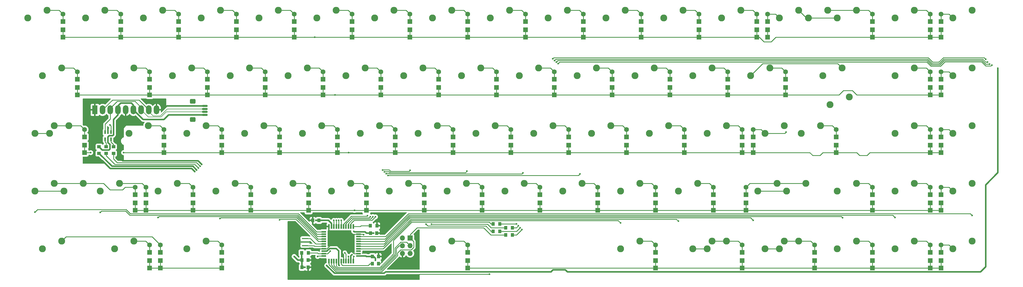
<source format=gbr>
%TF.GenerationSoftware,KiCad,Pcbnew,(5.99.0-9376-g8dcf5404fc)*%
%TF.CreationDate,2021-02-24T21:32:48+01:00*%
%TF.ProjectId,gud70,67756437-302e-46b6-9963-61645f706362,rev?*%
%TF.SameCoordinates,Original*%
%TF.FileFunction,Copper,L2,Bot*%
%TF.FilePolarity,Positive*%
%FSLAX46Y46*%
G04 Gerber Fmt 4.6, Leading zero omitted, Abs format (unit mm)*
G04 Created by KiCad (PCBNEW (5.99.0-9376-g8dcf5404fc)) date 2021-02-24 21:32:48*
%MOMM*%
%LPD*%
G01*
G04 APERTURE LIST*
G04 Aperture macros list*
%AMRoundRect*
0 Rectangle with rounded corners*
0 $1 Rounding radius*
0 $2 $3 $4 $5 $6 $7 $8 $9 X,Y pos of 4 corners*
0 Add a 4 corners polygon primitive as box body*
4,1,4,$2,$3,$4,$5,$6,$7,$8,$9,$2,$3,0*
0 Add four circle primitives for the rounded corners*
1,1,$1+$1,$2,$3*
1,1,$1+$1,$4,$5*
1,1,$1+$1,$6,$7*
1,1,$1+$1,$8,$9*
0 Add four rect primitives between the rounded corners*
20,1,$1+$1,$2,$3,$4,$5,0*
20,1,$1+$1,$4,$5,$6,$7,0*
20,1,$1+$1,$6,$7,$8,$9,0*
20,1,$1+$1,$8,$9,$2,$3,0*%
G04 Aperture macros list end*
%TA.AperFunction,ComponentPad*%
%ADD10C,2.286000*%
%TD*%
%TA.AperFunction,ComponentPad*%
%ADD11R,1.800000X3.000000*%
%TD*%
%TA.AperFunction,ComponentPad*%
%ADD12O,1.800000X3.000000*%
%TD*%
%TA.AperFunction,SMDPad,CuDef*%
%ADD13R,1.000000X1.300000*%
%TD*%
%TA.AperFunction,ComponentPad*%
%ADD14R,1.600000X1.600000*%
%TD*%
%TA.AperFunction,SMDPad,CuDef*%
%ADD15R,1.600000X1.600000*%
%TD*%
%TA.AperFunction,ComponentPad*%
%ADD16C,1.600000*%
%TD*%
%TA.AperFunction,SMDPad,CuDef*%
%ADD17RoundRect,0.150000X0.775000X-0.150000X0.775000X0.150000X-0.775000X0.150000X-0.775000X-0.150000X0*%
%TD*%
%TA.AperFunction,SMDPad,CuDef*%
%ADD18RoundRect,0.332800X0.567200X-0.467200X0.567200X0.467200X-0.567200X0.467200X-0.567200X-0.467200X0*%
%TD*%
%TA.AperFunction,SMDPad,CuDef*%
%ADD19R,0.550000X1.500000*%
%TD*%
%TA.AperFunction,SMDPad,CuDef*%
%ADD20R,1.500000X0.550000*%
%TD*%
%TA.AperFunction,SMDPad,CuDef*%
%ADD21R,1.300000X1.000000*%
%TD*%
%TA.AperFunction,SMDPad,CuDef*%
%ADD22R,2.000000X0.400000*%
%TD*%
%TA.AperFunction,SMDPad,CuDef*%
%ADD23R,1.000000X1.250000*%
%TD*%
%TA.AperFunction,SMDPad,CuDef*%
%ADD24R,0.600000X1.200000*%
%TD*%
%TA.AperFunction,ComponentPad*%
%ADD25R,1.700000X1.700000*%
%TD*%
%TA.AperFunction,ComponentPad*%
%ADD26O,1.700000X1.700000*%
%TD*%
%TA.AperFunction,ViaPad*%
%ADD27C,0.600000*%
%TD*%
%TA.AperFunction,Conductor*%
%ADD28C,0.250000*%
%TD*%
%TA.AperFunction,Conductor*%
%ADD29C,0.500000*%
%TD*%
%TA.AperFunction,Conductor*%
%ADD30C,0.200000*%
%TD*%
G04 APERTURE END LIST*
D10*
X150177500Y-61595000D03*
X143827500Y-64135000D03*
X14446250Y-61595000D03*
X8096250Y-64135000D03*
X97790000Y-23495000D03*
X91440000Y-26035000D03*
X73977500Y-61595000D03*
X67627500Y-64135000D03*
X16827500Y-80645000D03*
X10477500Y-83185000D03*
X207327500Y-80645000D03*
X200977500Y-83185000D03*
X54927500Y-61595000D03*
X48577500Y-64135000D03*
X78740000Y-23495000D03*
X72390000Y-26035000D03*
X83502500Y-42545000D03*
X77152500Y-45085000D03*
X126365000Y-4445000D03*
X120015000Y-6985000D03*
X107315000Y-4445000D03*
X100965000Y-6985000D03*
X278765000Y-80645000D03*
X272415000Y-83185000D03*
X259715216Y-4445008D03*
X253365216Y-6985008D03*
X274002728Y-23495024D03*
X267652728Y-26035024D03*
X316865000Y-42545000D03*
X310515000Y-45085000D03*
X252571250Y-61595000D03*
X246221250Y-64135000D03*
X193040000Y-23495000D03*
X186690000Y-26035000D03*
X235902500Y-42545000D03*
X229552500Y-45085000D03*
X159702500Y-42545000D03*
X153352500Y-45085000D03*
X278765232Y-4445008D03*
X272415232Y-6985008D03*
D11*
X27825000Y-37325000D03*
D12*
X30365000Y-37325000D03*
X32905000Y-37325000D03*
X35445000Y-37325000D03*
X37985000Y-37325000D03*
X40525000Y-37325000D03*
X43065000Y-37325000D03*
X45605000Y-37325000D03*
X48145000Y-37325000D03*
D10*
X297815000Y-80645000D03*
X291465000Y-83185000D03*
X14446250Y-42545000D03*
X8096250Y-45085000D03*
X316865000Y-80645000D03*
X310515000Y-83185000D03*
X178752500Y-42545000D03*
X172402500Y-45085000D03*
X12065000Y-4445000D03*
X5715000Y-6985000D03*
X45402500Y-42545000D03*
X39052500Y-45085000D03*
X121602500Y-42545000D03*
X115252500Y-45085000D03*
X197802500Y-42545000D03*
X191452500Y-45085000D03*
X88265000Y-4445000D03*
X81915000Y-6985000D03*
X240665000Y-4445000D03*
X234315000Y-6985000D03*
X278765000Y-61595000D03*
X272415000Y-64135000D03*
X250190000Y-23495000D03*
X243840000Y-26035000D03*
X276383750Y-33020000D03*
X270033750Y-35560000D03*
X221615000Y-4445000D03*
X215265000Y-6985000D03*
X216852500Y-42545000D03*
X210502500Y-45085000D03*
X262096468Y-61595056D03*
X255746468Y-64135056D03*
X19208750Y-42545000D03*
X12858750Y-45085000D03*
X145415000Y-4445000D03*
X139065000Y-6985000D03*
X297815000Y-42545000D03*
X291465000Y-45085000D03*
X154940000Y-23495000D03*
X148590000Y-26035000D03*
X297815000Y-4445000D03*
X291465000Y-6985000D03*
X145415000Y-80645000D03*
X139065000Y-83185000D03*
X316865000Y-61595000D03*
X310515000Y-64135000D03*
X69215000Y-4445000D03*
X62865000Y-6985000D03*
X131127500Y-61595000D03*
X124777500Y-64135000D03*
X64452500Y-80645000D03*
X58102500Y-83185000D03*
X16827500Y-23495000D03*
X10477500Y-26035000D03*
X173990000Y-23495000D03*
X167640000Y-26035000D03*
X266858750Y-42545000D03*
X260508750Y-45085000D03*
X140652500Y-42545000D03*
X134302500Y-45085000D03*
X254952500Y-42545000D03*
X248602500Y-45085000D03*
X207327500Y-61595000D03*
X200977500Y-64135000D03*
X64452500Y-42545000D03*
X58102500Y-45085000D03*
X297815000Y-61595000D03*
X291465000Y-64135000D03*
X269240000Y-4445000D03*
X262890000Y-6985000D03*
X297815000Y-23495000D03*
X291465000Y-26035000D03*
X35877500Y-61595000D03*
X29527500Y-64135000D03*
X202565000Y-4445000D03*
X196215000Y-6985000D03*
X59690000Y-23495000D03*
X53340000Y-26035000D03*
X31115000Y-4445000D03*
X24765000Y-6985000D03*
X40640000Y-23495000D03*
X34290000Y-26035000D03*
X259715216Y-80645072D03*
X253365216Y-83185072D03*
X135890000Y-23495000D03*
X129540000Y-26035000D03*
X226377500Y-61595000D03*
X220027500Y-64135000D03*
X231140000Y-80645000D03*
X224790000Y-83185000D03*
X212090000Y-23495000D03*
X205740000Y-26035000D03*
X112077500Y-61595000D03*
X105727500Y-64135000D03*
X235902696Y-80645072D03*
X229552696Y-83185072D03*
X316865000Y-4445000D03*
X310515000Y-6985000D03*
X23971250Y-61595000D03*
X17621250Y-64135000D03*
X254952500Y-80645000D03*
X248602500Y-83185000D03*
X183515000Y-4445000D03*
X177165000Y-6985000D03*
X231140000Y-23495000D03*
X224790000Y-26035000D03*
X116840000Y-23495000D03*
X110490000Y-26035000D03*
X316865000Y-23495000D03*
X310515000Y-26035000D03*
X102552500Y-42545000D03*
X96202500Y-45085000D03*
X169227500Y-61595000D03*
X162877500Y-64135000D03*
X50165000Y-4445000D03*
X43815000Y-6985000D03*
X40640000Y-80645000D03*
X34290000Y-83185000D03*
X164465000Y-4445000D03*
X158115000Y-6985000D03*
X188277500Y-61595000D03*
X181927500Y-64135000D03*
X93027500Y-61595000D03*
X86677500Y-64135000D03*
D13*
X159039189Y-77390682D03*
X161239189Y-77390682D03*
D14*
X44648467Y-70485048D03*
D15*
X44648467Y-68050048D03*
X44648467Y-65300048D03*
D16*
X44648467Y-62865048D03*
D14*
X179189205Y-32385016D03*
D15*
X179189205Y-29950016D03*
X179189205Y-27200016D03*
D16*
X179189205Y-24765016D03*
D14*
X207764229Y-13335000D03*
D15*
X207764229Y-10900000D03*
X207764229Y-8150000D03*
D16*
X207764229Y-5715000D03*
D14*
X49410971Y-89535064D03*
D15*
X49410971Y-87100064D03*
X49410971Y-84350064D03*
D16*
X49410971Y-81915064D03*
D17*
X64062552Y-39004719D03*
X64062552Y-38004719D03*
X64062552Y-37004719D03*
X64062552Y-36004719D03*
D18*
X60037552Y-34504719D03*
X60037552Y-40504719D03*
D14*
X102989141Y-32385016D03*
D15*
X102989141Y-29950016D03*
X102989141Y-27200016D03*
D16*
X102989141Y-24765016D03*
D14*
X264914285Y-89535072D03*
D15*
X264914285Y-87100072D03*
X264914285Y-84350072D03*
D16*
X264914285Y-81915072D03*
D14*
X306586187Y-89535064D03*
D15*
X306586187Y-87100064D03*
X306586187Y-84350064D03*
D16*
X306586187Y-81915064D03*
D14*
X79176621Y-70485048D03*
D15*
X79176621Y-68050048D03*
X79176621Y-65300048D03*
D16*
X79176621Y-62865048D03*
D19*
X112942271Y-87257873D03*
X112142271Y-87257873D03*
X111342271Y-87257873D03*
X110542271Y-87257873D03*
X109742271Y-87257873D03*
X108942271Y-87257873D03*
X108142271Y-87257873D03*
X107342271Y-87257873D03*
X106542271Y-87257873D03*
X105742271Y-87257873D03*
X104942271Y-87257873D03*
D20*
X103242271Y-85557873D03*
X103242271Y-84757873D03*
X103242271Y-83957873D03*
X103242271Y-83157873D03*
X103242271Y-82357873D03*
X103242271Y-81557873D03*
X103242271Y-80757873D03*
X103242271Y-79957873D03*
X103242271Y-79157873D03*
X103242271Y-78357873D03*
X103242271Y-77557873D03*
D19*
X104942271Y-75857873D03*
X105742271Y-75857873D03*
X106542271Y-75857873D03*
X107342271Y-75857873D03*
X108142271Y-75857873D03*
X108942271Y-75857873D03*
X109742271Y-75857873D03*
X110542271Y-75857873D03*
X111342271Y-75857873D03*
X112142271Y-75857873D03*
X112942271Y-75857873D03*
D20*
X114642271Y-77557873D03*
X114642271Y-78357873D03*
X114642271Y-79157873D03*
X114642271Y-79957873D03*
X114642271Y-80757873D03*
X114642271Y-81557873D03*
X114642271Y-82357873D03*
X114642271Y-83157873D03*
X114642271Y-83957873D03*
X114642271Y-84757873D03*
X114642271Y-85557873D03*
D14*
X283964293Y-70485048D03*
D15*
X283964293Y-68050048D03*
X283964293Y-65300048D03*
D16*
X283964293Y-62865048D03*
D14*
X136326669Y-70485048D03*
D15*
X136326669Y-68050048D03*
X136326669Y-65300048D03*
D16*
X136326669Y-62865048D03*
D14*
X88701629Y-51435032D03*
D15*
X88701629Y-49000032D03*
X88701629Y-46250032D03*
D16*
X88701629Y-43815032D03*
D14*
X160139189Y-32385016D03*
D15*
X160139189Y-29950016D03*
X160139189Y-27200016D03*
D16*
X160139189Y-24765016D03*
D14*
X212526733Y-70485048D03*
D15*
X212526733Y-68050048D03*
X212526733Y-65300048D03*
D16*
X212526733Y-62865048D03*
D21*
X33932833Y-51701597D03*
X33932833Y-49501597D03*
D14*
X188714213Y-13335000D03*
D15*
X188714213Y-10900000D03*
X188714213Y-8150000D03*
D16*
X188714213Y-5715000D03*
D14*
X74414117Y-13335000D03*
D15*
X74414117Y-10900000D03*
X74414117Y-8150000D03*
D16*
X74414117Y-5715000D03*
D13*
X159039189Y-75009430D03*
X161239189Y-75009430D03*
D14*
X303014309Y-51435032D03*
D15*
X303014309Y-49000032D03*
X303014309Y-46250032D03*
D16*
X303014309Y-43815032D03*
D14*
X244673635Y-51434968D03*
D15*
X244673635Y-48999968D03*
X244673635Y-46249968D03*
D16*
X244673635Y-43814968D03*
D14*
X242292391Y-70485056D03*
D15*
X242292391Y-68050056D03*
X242292391Y-65300056D03*
D16*
X242292391Y-62865056D03*
D14*
X272058033Y-51435032D03*
D15*
X272058033Y-49000032D03*
X272058033Y-46250032D03*
D16*
X272058033Y-43815032D03*
D21*
X29170329Y-51701597D03*
X29170329Y-49501597D03*
D14*
X283964293Y-89535064D03*
D15*
X283964293Y-87100064D03*
X283964293Y-84350064D03*
D16*
X283964293Y-81915064D03*
D14*
X198239221Y-32384952D03*
D15*
X198239221Y-29949952D03*
X198239221Y-27199952D03*
D16*
X198239221Y-24764952D03*
D14*
X24407825Y-51434968D03*
D15*
X24407825Y-48999968D03*
X24407825Y-46249968D03*
D16*
X24407825Y-43814968D03*
D22*
X97036011Y-79762560D03*
X97036011Y-82162560D03*
X97036011Y-80962560D03*
D14*
X255389269Y-32384952D03*
D15*
X255389269Y-29949952D03*
X255389269Y-27199952D03*
D16*
X255389269Y-24764952D03*
D23*
X121253218Y-85725064D03*
X119253218Y-85725064D03*
D14*
X241101765Y-89535064D03*
D15*
X241101765Y-87100064D03*
X241101765Y-84350064D03*
D16*
X241101765Y-81915064D03*
D14*
X22026573Y-32384952D03*
D15*
X22026573Y-29949952D03*
X22026573Y-27199952D03*
D16*
X22026573Y-24764952D03*
D13*
X120757905Y-75604743D03*
X118557905Y-75604743D03*
D14*
X203001725Y-51435032D03*
D15*
X203001725Y-49000032D03*
X203001725Y-46250032D03*
D16*
X203001725Y-43815032D03*
D14*
X117276653Y-70485048D03*
D15*
X117276653Y-68050048D03*
X117276653Y-65300048D03*
D16*
X117276653Y-62865048D03*
D14*
X212526733Y-89535064D03*
D15*
X212526733Y-87100064D03*
X212526733Y-84350064D03*
D16*
X212526733Y-81915064D03*
D14*
X303014309Y-89535064D03*
D15*
X303014309Y-87100064D03*
X303014309Y-84350064D03*
D16*
X303014309Y-81915064D03*
D14*
X131564165Y-13334936D03*
D15*
X131564165Y-10899936D03*
X131564165Y-8149936D03*
D16*
X131564165Y-5714936D03*
D14*
X217289237Y-32384952D03*
D15*
X217289237Y-29949952D03*
X217289237Y-27199952D03*
D16*
X217289237Y-24764952D03*
D14*
X69651613Y-51434968D03*
D15*
X69651613Y-48999968D03*
X69651613Y-46249968D03*
D16*
X69651613Y-43814968D03*
D14*
X245864261Y-13334936D03*
D15*
X245864261Y-10899936D03*
X245864261Y-8149936D03*
D16*
X245864261Y-5714936D03*
D14*
X183951709Y-51434968D03*
D15*
X183951709Y-48999968D03*
X183951709Y-46249968D03*
D16*
X183951709Y-43814968D03*
D23*
X120657905Y-77985995D03*
X118657905Y-77985995D03*
D14*
X41076589Y-70485048D03*
D15*
X41076589Y-68050048D03*
X41076589Y-65300048D03*
D16*
X41076589Y-62865048D03*
D13*
X163206380Y-76200056D03*
X165406380Y-76200056D03*
D23*
X119253218Y-88106316D03*
X121253218Y-88106316D03*
D14*
X249436147Y-13335008D03*
D15*
X249436147Y-10900008D03*
X249436147Y-8150008D03*
D16*
X249436147Y-5715008D03*
D14*
X83939125Y-32385016D03*
D15*
X83939125Y-29950016D03*
X83939125Y-27200016D03*
D16*
X83939125Y-24765016D03*
D14*
X169664197Y-13334936D03*
D15*
X169664197Y-10899936D03*
X169664197Y-8149936D03*
D16*
X169664197Y-5714936D03*
D14*
X236339253Y-32385016D03*
D15*
X236339253Y-29950016D03*
X236339253Y-27200016D03*
D16*
X236339253Y-24765016D03*
D23*
X99607889Y-73818804D03*
X101607889Y-73818804D03*
D14*
X60126605Y-70485048D03*
D15*
X60126605Y-68050048D03*
X60126605Y-65300048D03*
D16*
X60126605Y-62865048D03*
D14*
X303014309Y-13334936D03*
D15*
X303014309Y-10899936D03*
X303014309Y-8149936D03*
D16*
X303014309Y-5714936D03*
D14*
X303014309Y-70485048D03*
D15*
X303014309Y-68050048D03*
X303014309Y-65300048D03*
D16*
X303014309Y-62865048D03*
D14*
X141089173Y-32384952D03*
D15*
X141089173Y-29949952D03*
X141089173Y-27199952D03*
D16*
X141089173Y-24764952D03*
D14*
X155376685Y-70485048D03*
D15*
X155376685Y-68050048D03*
X155376685Y-65300048D03*
D16*
X155376685Y-62865048D03*
D14*
X164901693Y-51434968D03*
D15*
X164901693Y-48999968D03*
X164901693Y-46249968D03*
D16*
X164901693Y-43814968D03*
D14*
X126801661Y-51434968D03*
D15*
X126801661Y-48999968D03*
X126801661Y-46249968D03*
D16*
X126801661Y-43814968D03*
D24*
X31196894Y-44689093D03*
X32146894Y-44689093D03*
X33096894Y-44689093D03*
X33096894Y-46989093D03*
X32146894Y-46989093D03*
X31196894Y-46989093D03*
D13*
X98136011Y-84534438D03*
X95936011Y-84534438D03*
D14*
X122039157Y-32385016D03*
D15*
X122039157Y-29950016D03*
X122039157Y-27200016D03*
D16*
X122039157Y-24765016D03*
D14*
X150614181Y-13334936D03*
D15*
X150614181Y-10899936D03*
X150614181Y-8149936D03*
D16*
X150614181Y-5714936D03*
D14*
X306586187Y-32385016D03*
D15*
X306586187Y-29950016D03*
X306586187Y-27200016D03*
D16*
X306586187Y-24765016D03*
D14*
X222051741Y-51434968D03*
D15*
X222051741Y-48999968D03*
X222051741Y-46249968D03*
D16*
X222051741Y-43814968D03*
D14*
X93464133Y-13335000D03*
D15*
X93464133Y-10900000D03*
X93464133Y-8150000D03*
D16*
X93464133Y-5715000D03*
D14*
X50601597Y-51435032D03*
D15*
X50601597Y-49000032D03*
X50601597Y-46250032D03*
D16*
X50601597Y-43815032D03*
D14*
X150614181Y-89535064D03*
D15*
X150614181Y-87100064D03*
X150614181Y-84350064D03*
D16*
X150614181Y-81915064D03*
D14*
X303014309Y-32385016D03*
D15*
X303014309Y-29950016D03*
X303014309Y-27200016D03*
D16*
X303014309Y-24765016D03*
D14*
X36314085Y-13334936D03*
D15*
X36314085Y-10899936D03*
X36314085Y-8149936D03*
D16*
X36314085Y-5714936D03*
D14*
X231576749Y-70485048D03*
D15*
X231576749Y-68050048D03*
X231576749Y-65300048D03*
D16*
X231576749Y-62865048D03*
D14*
X112514149Y-13334936D03*
D15*
X112514149Y-10899936D03*
X112514149Y-8149936D03*
D16*
X112514149Y-5714936D03*
D14*
X306586187Y-13335000D03*
D15*
X306586187Y-10900000D03*
X306586187Y-8150000D03*
D16*
X306586187Y-5715000D03*
D23*
X98036011Y-86915690D03*
X96036011Y-86915690D03*
D14*
X145851677Y-51435032D03*
D15*
X145851677Y-49000032D03*
X145851677Y-46250032D03*
D16*
X145851677Y-43815032D03*
D14*
X55364101Y-13334936D03*
D15*
X55364101Y-10899936D03*
X55364101Y-8149936D03*
D16*
X55364101Y-5714936D03*
D25*
X131643539Y-79613186D03*
D26*
X129103539Y-79613186D03*
X131643539Y-82153186D03*
X129103539Y-82153186D03*
X131643539Y-84693186D03*
X129103539Y-84693186D03*
D14*
X226814245Y-13335000D03*
D15*
X226814245Y-10900000D03*
X226814245Y-8150000D03*
D16*
X226814245Y-5715000D03*
D14*
X64889109Y-32384952D03*
D15*
X64889109Y-29949952D03*
X64889109Y-27199952D03*
D16*
X64889109Y-24764952D03*
D14*
X45839093Y-32385016D03*
D15*
X45839093Y-29950016D03*
X45839093Y-27200016D03*
D16*
X45839093Y-24765016D03*
D14*
X98226637Y-70485048D03*
D15*
X98226637Y-68050048D03*
X98226637Y-65300048D03*
D16*
X98226637Y-62865048D03*
D21*
X31551581Y-51701597D03*
X31551581Y-49501597D03*
D14*
X306586187Y-51435032D03*
D15*
X306586187Y-49000032D03*
X306586187Y-46250032D03*
D16*
X306586187Y-43815032D03*
D14*
X45839093Y-89535064D03*
D15*
X45839093Y-87100064D03*
X45839093Y-84350064D03*
D16*
X45839093Y-81915064D03*
D14*
X306586187Y-70485048D03*
D15*
X306586187Y-68050048D03*
X306586187Y-65300048D03*
D16*
X306586187Y-62865048D03*
D23*
X98036011Y-89296942D03*
X96036011Y-89296942D03*
D14*
X193476717Y-70485048D03*
D15*
X193476717Y-68050048D03*
X193476717Y-65300048D03*
D16*
X193476717Y-62865048D03*
D14*
X17264069Y-13335000D03*
D15*
X17264069Y-10900000D03*
X17264069Y-8150000D03*
D16*
X17264069Y-5715000D03*
D14*
X241101757Y-51434968D03*
D15*
X241101757Y-48999968D03*
X241101757Y-46249968D03*
D16*
X241101757Y-43814968D03*
D14*
X174426701Y-70485048D03*
D15*
X174426701Y-68050048D03*
X174426701Y-65300048D03*
D16*
X174426701Y-62865048D03*
D14*
X283964301Y-13335000D03*
D15*
X283964301Y-10900000D03*
X283964301Y-8150000D03*
D16*
X283964301Y-5715000D03*
D14*
X69651613Y-89535064D03*
D15*
X69651613Y-87100064D03*
X69651613Y-84350064D03*
D16*
X69651613Y-81915064D03*
D14*
X107751645Y-51434968D03*
D15*
X107751645Y-48999968D03*
X107751645Y-46249968D03*
D16*
X107751645Y-43814968D03*
D13*
X163206380Y-78581308D03*
X165406380Y-78581308D03*
D27*
X109325000Y-83075000D03*
X116325000Y-78532873D03*
X29325000Y-54075000D03*
X35825000Y-52575000D03*
X124825000Y-89575000D03*
X105825000Y-78575000D03*
X122325000Y-87575000D03*
X92325000Y-83575000D03*
X35325000Y-41075000D03*
X112325000Y-83575000D03*
X111325000Y-79075000D03*
X121825000Y-84075000D03*
X122325000Y-76575000D03*
X134325000Y-92075000D03*
X105325000Y-82075000D03*
X91825000Y-87075000D03*
X98325000Y-91075000D03*
X32146894Y-43457841D03*
X63016966Y-55342315D03*
X29325000Y-41075000D03*
X157825000Y-91575000D03*
X60711681Y-57672832D03*
X100825000Y-83575000D03*
X61317231Y-57150040D03*
X325325000Y-33575000D03*
X108346958Y-88701629D03*
X93464133Y-85725064D03*
X112525623Y-85118277D03*
X97036011Y-89296942D03*
X104198371Y-88701629D03*
X113109462Y-77390682D03*
X120253218Y-86975065D03*
X100607889Y-73818804D03*
X117276653Y-85725064D03*
X325325000Y-23575000D03*
X119657905Y-77985995D03*
X100250698Y-13335000D03*
X108142268Y-73818804D03*
X107342265Y-73818804D03*
X106918210Y-32385016D03*
X37266653Y-51434968D03*
X111439139Y-51434968D03*
X106542262Y-73818804D03*
X26431822Y-51434968D03*
X113109462Y-85725064D03*
X113347584Y-70485048D03*
X101203202Y-85725064D03*
X8096250Y-71080363D03*
X29527500Y-71199410D03*
X48577500Y-72866336D03*
X69056300Y-73223491D03*
X88701629Y-73585078D03*
X108942271Y-73818804D03*
X131663312Y-57249187D03*
X117659152Y-72293784D03*
X122634470Y-57150040D03*
X118524424Y-72589203D03*
X123229783Y-57745353D03*
X150415664Y-57546836D03*
X119411274Y-72586237D03*
X123825096Y-58340666D03*
X168870359Y-58142141D03*
X120253218Y-72628178D03*
X187622710Y-58439789D03*
X124420409Y-58935979D03*
X200977500Y-74652403D03*
X220027500Y-74057106D03*
X244673643Y-73818812D03*
X274141636Y-72925843D03*
X291465000Y-72866540D03*
X32742207Y-42267215D03*
X105370393Y-83909438D03*
X62507857Y-55959414D03*
X110132897Y-84534438D03*
X111323523Y-85725064D03*
X61912544Y-56554727D03*
X255577500Y-44648475D03*
X316865000Y-72191357D03*
X136921982Y-75039117D03*
X138707921Y-75039117D03*
X323325000Y-22575000D03*
X168496208Y-76825000D03*
X180469039Y-22062335D03*
X167890687Y-76200000D03*
X322575000Y-22215002D03*
X179825000Y-21575000D03*
X321950000Y-21575000D03*
X179259313Y-21009313D03*
X167325000Y-75575000D03*
X178693626Y-20443626D03*
X166759313Y-75009313D03*
X321325000Y-20575000D03*
D28*
X98036011Y-89296942D02*
X98036011Y-90786011D01*
D29*
X59698283Y-56659434D02*
X32846914Y-56659434D01*
D28*
X121253218Y-88106316D02*
X121793684Y-88106316D01*
X104942271Y-77692271D02*
X105825000Y-78575000D01*
X104942271Y-75857873D02*
X104942271Y-77692271D01*
D29*
X29325000Y-54075000D02*
X30262480Y-54075000D01*
X50186011Y-37325000D02*
X51506292Y-36004719D01*
D28*
X120657905Y-77985995D02*
X121414005Y-77985995D01*
X121253218Y-84646782D02*
X121825000Y-84075000D01*
X103242271Y-83157873D02*
X104242127Y-83157873D01*
D29*
X35825000Y-52575000D02*
X35825000Y-53089077D01*
D28*
X121414005Y-77985995D02*
X122325000Y-77075000D01*
X104242127Y-83157873D02*
X105325000Y-82075000D01*
D29*
X36909406Y-54173483D02*
X61848134Y-54173483D01*
D28*
X114642271Y-78357873D02*
X116150000Y-78357873D01*
X103242271Y-83157873D02*
X101242127Y-83157873D01*
X109325000Y-84651543D02*
X109325000Y-83075000D01*
D29*
X32146894Y-44689093D02*
X32146894Y-43457841D01*
D28*
X101242127Y-83157873D02*
X100825000Y-83575000D01*
X109742271Y-87257873D02*
X109742271Y-85068814D01*
X114642271Y-78357873D02*
X112042127Y-78357873D01*
D29*
X64062552Y-36004719D02*
X51506292Y-36004719D01*
D28*
X157825000Y-91575000D02*
X134825000Y-91575000D01*
D29*
X35825000Y-53089077D02*
X36909406Y-54173483D01*
D28*
X113090221Y-84757873D02*
X112325000Y-83992652D01*
D29*
X30262480Y-54075000D02*
X32846914Y-56659434D01*
D28*
X112325000Y-83992652D02*
X112325000Y-83575000D01*
X114642271Y-84757873D02*
X113090221Y-84757873D01*
X122325000Y-77075000D02*
X122325000Y-76575000D01*
X121253218Y-85725064D02*
X121253218Y-84646782D01*
X112042127Y-78357873D02*
X111325000Y-79075000D01*
X98036011Y-90786011D02*
X98325000Y-91075000D01*
D29*
X48145000Y-37325000D02*
X50186011Y-37325000D01*
X61848134Y-54173483D02*
X63016966Y-55342315D01*
D28*
X134825000Y-91575000D02*
X134325000Y-92075000D01*
D29*
X60711681Y-57672832D02*
X59698283Y-56659434D01*
D28*
X109742271Y-85068814D02*
X109325000Y-84651543D01*
X116150000Y-78357873D02*
X116325000Y-78532873D01*
X121793684Y-88106316D02*
X122325000Y-87575000D01*
D29*
X107325000Y-83075000D02*
X108142271Y-83892271D01*
X112142271Y-87257873D02*
X112142271Y-85501629D01*
X183499991Y-90785065D02*
X182825000Y-90110074D01*
X123148334Y-91251666D02*
X123614935Y-90785065D01*
X182825000Y-90110074D02*
X178789926Y-90110074D01*
X117276653Y-85725064D02*
X119253218Y-85725064D01*
X33428146Y-55959414D02*
X60126605Y-55959414D01*
X94654759Y-86915690D02*
X93464133Y-85725064D01*
X319614935Y-90785065D02*
X183499991Y-90785065D01*
X108142271Y-88496942D02*
X108346958Y-88701629D01*
X321325000Y-62075000D02*
X321325000Y-89075000D01*
X115323523Y-77557873D02*
X114642271Y-77557873D01*
X117276653Y-77985995D02*
X116848531Y-77557873D01*
X325325000Y-23575000D02*
X325325000Y-33575000D01*
X95936011Y-84534438D02*
X95936011Y-86815690D01*
X117001666Y-91251666D02*
X106748408Y-91251666D01*
X123614935Y-90785065D02*
X178114935Y-90785065D01*
X115323523Y-77557873D02*
X113276653Y-77557873D01*
X120253218Y-86975065D02*
X120253218Y-86320377D01*
X112142271Y-85501629D02*
X112525623Y-85118277D01*
X104738204Y-73818804D02*
X105742271Y-74822871D01*
X100607889Y-73818804D02*
X101607889Y-73818804D01*
X118657905Y-77985995D02*
X117276653Y-77985995D01*
X325325000Y-58075000D02*
X321325000Y-62075000D01*
X96036011Y-89296942D02*
X97036011Y-89296942D01*
X116848531Y-77557873D02*
X115323523Y-77557873D01*
X325325000Y-33575000D02*
X325325000Y-58075000D01*
X113276653Y-77557873D02*
X113109462Y-77390682D01*
X119253218Y-85725064D02*
X119657905Y-85725064D01*
X105138186Y-83075000D02*
X107325000Y-83075000D01*
X106748408Y-91251666D02*
X104198371Y-88701629D01*
X108142271Y-87257873D02*
X108142271Y-88496942D01*
X178789926Y-90110074D02*
X178325000Y-90575000D01*
X321325000Y-89075000D02*
X319614935Y-90785065D01*
X178114935Y-90785065D02*
X178325000Y-90575000D01*
X119657905Y-85725064D02*
X120253218Y-86320377D01*
X104255313Y-83957873D02*
X105138186Y-83075000D01*
X117001666Y-91251666D02*
X123148334Y-91251666D01*
X105742271Y-74822871D02*
X105742271Y-75857873D01*
X96036011Y-86915690D02*
X94654759Y-86915690D01*
X96036011Y-86915690D02*
X96036011Y-89296942D01*
X108142271Y-83892271D02*
X108142271Y-87257873D01*
X114642271Y-85557873D02*
X117109462Y-85557873D01*
X103242271Y-83957873D02*
X104255313Y-83957873D01*
X29170329Y-51701597D02*
X33428146Y-55959414D01*
X60126605Y-55959414D02*
X61317231Y-57150040D01*
X101607889Y-73818804D02*
X104738204Y-73818804D01*
X119657905Y-77985995D02*
X118657905Y-77985995D01*
X95936011Y-86815690D02*
X96036011Y-86915690D01*
X117109462Y-85557873D02*
X117276653Y-85725064D01*
D28*
X245864261Y-10899936D02*
X245864261Y-13334936D01*
X100250698Y-13335000D02*
X112514085Y-13335000D01*
X306586187Y-10900000D02*
X306586187Y-13335000D01*
X36314021Y-13335000D02*
X36314085Y-13334936D01*
X131564165Y-13334936D02*
X150614181Y-13334936D01*
X150614181Y-13334936D02*
X169664197Y-13334936D01*
X74414053Y-13334936D02*
X74414117Y-13335000D01*
X207764229Y-13335000D02*
X226814245Y-13335000D01*
X207764229Y-10900000D02*
X207764229Y-13335000D01*
X17264069Y-13335000D02*
X36314021Y-13335000D01*
X188714213Y-13335000D02*
X207764229Y-13335000D01*
X245864197Y-13335000D02*
X245864261Y-13334936D01*
X274439285Y-13335000D02*
X303014245Y-13335000D01*
X108142271Y-73818807D02*
X108142268Y-73818804D01*
X246697632Y-13334936D02*
X248245521Y-14882825D01*
X245864261Y-13334936D02*
X246697632Y-13334936D01*
X226814245Y-10900000D02*
X226814245Y-13335000D01*
X283964301Y-10900000D02*
X283964301Y-13335000D01*
X112514085Y-13335000D02*
X112514149Y-13334936D01*
X55364101Y-10899936D02*
X55364101Y-13334936D01*
X303014245Y-13335000D02*
X303014309Y-13334936D01*
X248245521Y-14882825D02*
X250626773Y-14882825D01*
X112514149Y-10899936D02*
X112514149Y-13334936D01*
X112514149Y-13334936D02*
X131564165Y-13334936D01*
X274439221Y-13334936D02*
X274439285Y-13335000D01*
X108142271Y-75857873D02*
X108142271Y-73818807D01*
X253246075Y-13334936D02*
X274439221Y-13334936D01*
X74414117Y-10900000D02*
X74414117Y-13335000D01*
X131564165Y-10899936D02*
X131564165Y-13334936D01*
X188714213Y-10900000D02*
X188714213Y-13335000D01*
X188714149Y-13334936D02*
X188714213Y-13335000D01*
X169664197Y-10899936D02*
X169664197Y-13334936D01*
X252174662Y-13334936D02*
X251817399Y-13692199D01*
X303014309Y-10899936D02*
X303014309Y-13334936D01*
X93464133Y-13335000D02*
X100250698Y-13335000D01*
X226814245Y-13335000D02*
X245864197Y-13335000D01*
X306586123Y-13334936D02*
X306586187Y-13335000D01*
X303014309Y-13334936D02*
X306586123Y-13334936D01*
X36314085Y-13334936D02*
X55364101Y-13334936D01*
X250626773Y-14882825D02*
X251817399Y-13692199D01*
X169664197Y-13334936D02*
X188714149Y-13334936D01*
X74414117Y-13335000D02*
X93464133Y-13335000D01*
X253246075Y-13334936D02*
X252174662Y-13334936D01*
X36314085Y-10899936D02*
X36314085Y-13334936D01*
X55364101Y-13334936D02*
X74414053Y-13334936D01*
X93464133Y-10900000D02*
X93464133Y-13335000D01*
X17264069Y-10900000D02*
X17264069Y-13335000D01*
X150614181Y-10899936D02*
X150614181Y-13334936D01*
X17264069Y-8150000D02*
X17264069Y-5715000D01*
X12065000Y-4445000D02*
X15994069Y-4445000D01*
X15994069Y-4445000D02*
X17264069Y-5715000D01*
X31115000Y-4445000D02*
X35044149Y-4445000D01*
X35044149Y-4445000D02*
X36314085Y-5714936D01*
X36314085Y-8149936D02*
X36314085Y-5714936D01*
X54094165Y-4445000D02*
X55364101Y-5714936D01*
X55364101Y-8149936D02*
X55364101Y-5714936D01*
X50165000Y-4445000D02*
X54094165Y-4445000D01*
X69215000Y-4445000D02*
X73144117Y-4445000D01*
X74414117Y-8150000D02*
X74414117Y-5715000D01*
X73144117Y-4445000D02*
X74414117Y-5715000D01*
X93464133Y-8150000D02*
X93464133Y-5715000D01*
X88265000Y-4445000D02*
X92194133Y-4445000D01*
X92194133Y-4445000D02*
X93464133Y-5715000D01*
X111244213Y-4445000D02*
X112514149Y-5714936D01*
X112514149Y-8149936D02*
X112514149Y-5714936D01*
X107315000Y-4445000D02*
X111244213Y-4445000D01*
X126365000Y-4445000D02*
X130294229Y-4445000D01*
X131564165Y-8149936D02*
X131564165Y-5714936D01*
X130294229Y-4445000D02*
X131564165Y-5714936D01*
X150614181Y-8149936D02*
X150614181Y-5714936D01*
X145415000Y-4445000D02*
X149344245Y-4445000D01*
X149344245Y-4445000D02*
X150614181Y-5714936D01*
X169664197Y-8149936D02*
X169664197Y-5714936D01*
X164465000Y-4445000D02*
X168394261Y-4445000D01*
X168394261Y-4445000D02*
X169664197Y-5714936D01*
X187444213Y-4445000D02*
X188714213Y-5715000D01*
X183515000Y-4445000D02*
X187444213Y-4445000D01*
X188714213Y-8150000D02*
X188714213Y-5715000D01*
X206494229Y-4445000D02*
X207764229Y-5715000D01*
X202565000Y-4445000D02*
X206494229Y-4445000D01*
X207764229Y-8150000D02*
X207764229Y-5715000D01*
X225544245Y-4445000D02*
X226814245Y-5715000D01*
X221615000Y-4445000D02*
X225544245Y-4445000D01*
X226814245Y-8150000D02*
X226814245Y-5715000D01*
X244594325Y-4445000D02*
X245864261Y-5714936D01*
X245864261Y-8149936D02*
X245864261Y-5714936D01*
X240665000Y-4445000D02*
X244594325Y-4445000D01*
X278765224Y-4445000D02*
X278765232Y-4445008D01*
X282694309Y-4445008D02*
X283964301Y-5715000D01*
X278765232Y-4445008D02*
X282694309Y-4445008D01*
X269240000Y-4445000D02*
X278765224Y-4445000D01*
X283964301Y-8150000D02*
X283964301Y-5715000D01*
X303014309Y-8149936D02*
X303014309Y-5714936D01*
X297815000Y-4445000D02*
X301744373Y-4445000D01*
X301744373Y-4445000D02*
X303014309Y-5714936D01*
X306586187Y-5715000D02*
X309245000Y-5715000D01*
X306586187Y-8150000D02*
X306586187Y-5715000D01*
X309245000Y-5715000D02*
X310515000Y-6985000D01*
X22026573Y-29949952D02*
X22026573Y-32384952D01*
X45839093Y-29950016D02*
X45839093Y-32385016D01*
X255389269Y-29949952D02*
X255389269Y-32384952D01*
X277415850Y-30956268D02*
X278844598Y-32385016D01*
X45839093Y-32385016D02*
X64889045Y-32385016D01*
X122039157Y-32385016D02*
X141089109Y-32385016D01*
X64889109Y-29949952D02*
X64889109Y-32384952D01*
X122039157Y-29950016D02*
X122039157Y-32385016D01*
X64889045Y-32385016D02*
X64889109Y-32384952D01*
X106918210Y-32385016D02*
X122039157Y-32385016D01*
X236339253Y-29950016D02*
X236339253Y-32385016D01*
X102989141Y-29950016D02*
X102989141Y-32385016D01*
X255389205Y-32385016D02*
X255389269Y-32384952D01*
X102989141Y-32385016D02*
X83939125Y-32385016D01*
X141089173Y-32384952D02*
X160139125Y-32384952D01*
X236339253Y-32385016D02*
X255389205Y-32385016D01*
X64889109Y-32384952D02*
X83939061Y-32384952D01*
X107342271Y-75857873D02*
X107342271Y-73818810D01*
X160139189Y-32385016D02*
X179189205Y-32385016D01*
X198239221Y-29949952D02*
X198239221Y-32384952D01*
X273010601Y-32384952D02*
X274439285Y-30956268D01*
X274439285Y-30956268D02*
X277415850Y-30956268D01*
X278844598Y-32385016D02*
X303014309Y-32385016D01*
X255389269Y-32384952D02*
X258961147Y-32384952D01*
X179189205Y-32385016D02*
X198239157Y-32385016D01*
X217289237Y-32384952D02*
X217289237Y-29949952D01*
X198239221Y-32384952D02*
X217289237Y-32384952D01*
X22026573Y-32384952D02*
X45839029Y-32384952D01*
X141089109Y-32385016D02*
X141089173Y-32384952D01*
X179189205Y-29950016D02*
X179189205Y-32385016D01*
X45839029Y-32384952D02*
X45839093Y-32385016D01*
X236339189Y-32384952D02*
X236339253Y-32385016D01*
X303014309Y-32385016D02*
X306586187Y-32385016D01*
X141089173Y-29949952D02*
X141089173Y-32384952D01*
X107342271Y-73818810D02*
X107342265Y-73818804D01*
X217289237Y-32384952D02*
X236339189Y-32384952D01*
X303014309Y-29950016D02*
X303014309Y-32385016D01*
X198239157Y-32385016D02*
X198239221Y-32384952D01*
X160139189Y-29950016D02*
X160139189Y-32385016D01*
X249436147Y-10900008D02*
X249436147Y-13335008D01*
X83939061Y-32384952D02*
X83939125Y-32385016D01*
X306586187Y-29950016D02*
X306586187Y-32385016D01*
X83939125Y-29950016D02*
X83939125Y-32385016D01*
X160139125Y-32384952D02*
X160139189Y-32385016D01*
X258961147Y-32384952D02*
X273010601Y-32384952D01*
X102989141Y-32385016D02*
X106918210Y-32385016D01*
X16827500Y-23495000D02*
X20756621Y-23495000D01*
X20756621Y-23495000D02*
X22026573Y-24764952D01*
X22026573Y-27199952D02*
X22026573Y-24764952D01*
X40640000Y-23495000D02*
X44569077Y-23495000D01*
X45839093Y-27200016D02*
X45839093Y-24765016D01*
X44569077Y-23495000D02*
X45839093Y-24765016D01*
X63619157Y-23495000D02*
X64889109Y-24764952D01*
X64889109Y-27199952D02*
X64889109Y-24764952D01*
X59690000Y-23495000D02*
X63619157Y-23495000D01*
X82669109Y-23495000D02*
X83939125Y-24765016D01*
X83939125Y-27200016D02*
X83939125Y-24765016D01*
X78740000Y-23495000D02*
X82669109Y-23495000D01*
X102989141Y-27200016D02*
X102989141Y-24765016D01*
X97790000Y-23495000D02*
X101719125Y-23495000D01*
X101719125Y-23495000D02*
X102989141Y-24765016D01*
X120769141Y-23495000D02*
X122039157Y-24765016D01*
X122039157Y-27200016D02*
X122039157Y-24765016D01*
X116840000Y-23495000D02*
X120769141Y-23495000D01*
X135890000Y-23495000D02*
X139819221Y-23495000D01*
X141089173Y-27199952D02*
X141089173Y-24764952D01*
X139819221Y-23495000D02*
X141089173Y-24764952D01*
X154940000Y-23495000D02*
X158869173Y-23495000D01*
X158869173Y-23495000D02*
X160139189Y-24765016D01*
X160139189Y-27200016D02*
X160139189Y-24765016D01*
X179189205Y-27200016D02*
X179189205Y-24765016D01*
X173990000Y-23495000D02*
X177919189Y-23495000D01*
X177919189Y-23495000D02*
X179189205Y-24765016D01*
X198239221Y-27199952D02*
X198239221Y-24764952D01*
X193040000Y-23495000D02*
X196969269Y-23495000D01*
X196969269Y-23495000D02*
X198239221Y-24764952D01*
X216019285Y-23495000D02*
X217289237Y-24764952D01*
X217289237Y-27199952D02*
X217289237Y-24764952D01*
X212090000Y-23495000D02*
X216019285Y-23495000D01*
X235069237Y-23495000D02*
X236339253Y-24765016D01*
X236339253Y-27200016D02*
X236339253Y-24765016D01*
X231140000Y-23495000D02*
X235069237Y-23495000D01*
X254119317Y-23495000D02*
X255389269Y-24764952D01*
X255389269Y-27199952D02*
X255389269Y-24764952D01*
X250190000Y-23495000D02*
X254119317Y-23495000D01*
X38457279Y-51434968D02*
X38933395Y-51434968D01*
X283130858Y-51435032D02*
X282178354Y-52387536D01*
X222051741Y-48999968D02*
X222051741Y-51434968D01*
X272058033Y-49000032D02*
X272058033Y-51435032D01*
X274677407Y-51435032D02*
X278844598Y-51435032D01*
X244673635Y-51434968D02*
X263366396Y-51434968D01*
X106542271Y-73818813D02*
X106542262Y-73818804D01*
X280987728Y-52387536D02*
X281583041Y-52387536D01*
X203001725Y-49000032D02*
X203001725Y-51435032D01*
X126801661Y-48999968D02*
X126801661Y-51434968D01*
X282178354Y-52387536D02*
X281583041Y-52387536D01*
X267652720Y-51435032D02*
X272058033Y-51435032D01*
X107751581Y-51435032D02*
X107751645Y-51434968D01*
X164901693Y-48999968D02*
X164901693Y-51434968D01*
X69651613Y-48999968D02*
X69651613Y-51434968D01*
X241101757Y-48999968D02*
X241101757Y-51434968D01*
X106542271Y-75857873D02*
X106542271Y-73818813D01*
X107751645Y-48999968D02*
X107751645Y-51434968D01*
X145851677Y-51435032D02*
X164901629Y-51435032D01*
X145851613Y-51434968D02*
X145851677Y-51435032D01*
X69651613Y-51434968D02*
X88701565Y-51434968D01*
X279797102Y-52387536D02*
X280987728Y-52387536D01*
X38933395Y-51434968D02*
X37266653Y-51434968D01*
X88701565Y-51434968D02*
X88701629Y-51435032D01*
X284202415Y-51435032D02*
X283130858Y-51435032D01*
X264318964Y-52387536D02*
X266700216Y-52387536D01*
X244673635Y-48999968D02*
X244673635Y-51434968D01*
X306586187Y-49000032D02*
X306586187Y-51435032D01*
X222051741Y-51434968D02*
X241101757Y-51434968D01*
X222051677Y-51435032D02*
X222051741Y-51434968D01*
X126801661Y-51434968D02*
X145851613Y-51434968D01*
X24407825Y-51434968D02*
X26431822Y-51434968D01*
X24407825Y-48999968D02*
X24407825Y-51434968D01*
X107751645Y-51434968D02*
X126801661Y-51434968D01*
X88701629Y-49000032D02*
X88701629Y-51435032D01*
X69651549Y-51435032D02*
X69651613Y-51434968D01*
X303014309Y-49000032D02*
X303014309Y-51435032D01*
X38933395Y-51434968D02*
X50601533Y-51434968D01*
X241101757Y-51434968D02*
X244673635Y-51434968D01*
X164901629Y-51435032D02*
X164901693Y-51434968D01*
X183951709Y-51434968D02*
X203001661Y-51434968D01*
X203001661Y-51434968D02*
X203001725Y-51435032D01*
X263366396Y-51434968D02*
X264318964Y-52387536D01*
X284202415Y-51435032D02*
X303014309Y-51435032D01*
X183951709Y-48999968D02*
X183951709Y-51434968D01*
X278844598Y-51435032D02*
X279797102Y-52387536D01*
X203001725Y-51435032D02*
X222051677Y-51435032D01*
X164901693Y-51434968D02*
X183951709Y-51434968D01*
X266700216Y-52387536D02*
X267652720Y-51435032D01*
X50601533Y-51434968D02*
X50601597Y-51435032D01*
X303014309Y-51435032D02*
X306586187Y-51435032D01*
X88701629Y-51435032D02*
X107751581Y-51435032D01*
X145851677Y-49000032D02*
X145851677Y-51435032D01*
X50601597Y-49000032D02*
X50601597Y-51435032D01*
X50601597Y-51435032D02*
X69651549Y-51435032D01*
X272058033Y-51435032D02*
X274677407Y-51435032D01*
X301744293Y-23495000D02*
X303014309Y-24765016D01*
X297815000Y-23495000D02*
X301744293Y-23495000D01*
X303014309Y-27200016D02*
X303014309Y-24765016D01*
X306586187Y-24765016D02*
X309245016Y-24765016D01*
X306586187Y-27200016D02*
X306586187Y-24765016D01*
X309245016Y-24765016D02*
X310515000Y-26035000D01*
X14446250Y-42545000D02*
X19208750Y-42545000D01*
X24407825Y-46249968D02*
X24407825Y-43814968D01*
X23137857Y-42545000D02*
X24407825Y-43814968D01*
X19208750Y-42545000D02*
X23137857Y-42545000D01*
X50601597Y-46250032D02*
X50601597Y-43815032D01*
X45402500Y-42545000D02*
X49331565Y-42545000D01*
X49331565Y-42545000D02*
X50601597Y-43815032D01*
X68381645Y-42545000D02*
X69651613Y-43814968D01*
X64452500Y-42545000D02*
X68381645Y-42545000D01*
X69651613Y-46249968D02*
X69651613Y-43814968D01*
X87431597Y-42545000D02*
X88701629Y-43815032D01*
X83502500Y-42545000D02*
X87431597Y-42545000D01*
X88701629Y-46250032D02*
X88701629Y-43815032D01*
X107751645Y-46249968D02*
X107751645Y-43814968D01*
X106481677Y-42545000D02*
X107751645Y-43814968D01*
X102552500Y-42545000D02*
X106481677Y-42545000D01*
X126801661Y-46249968D02*
X126801661Y-43814968D01*
X121602500Y-42545000D02*
X125531693Y-42545000D01*
X125531693Y-42545000D02*
X126801661Y-43814968D01*
X144581645Y-42545000D02*
X145851677Y-43815032D01*
X145851677Y-46250032D02*
X145851677Y-43815032D01*
X140652500Y-42545000D02*
X144581645Y-42545000D01*
X164901693Y-46249968D02*
X164901693Y-43814968D01*
X163631725Y-42545000D02*
X164901693Y-43814968D01*
X159702500Y-42545000D02*
X163631725Y-42545000D01*
X182681741Y-42545000D02*
X183951709Y-43814968D01*
X178752500Y-42545000D02*
X182681741Y-42545000D01*
X183951709Y-46249968D02*
X183951709Y-43814968D01*
X197802500Y-42545000D02*
X201731693Y-42545000D01*
X203001725Y-46250032D02*
X203001725Y-43815032D01*
X201731693Y-42545000D02*
X203001725Y-43815032D01*
X220781773Y-42545000D02*
X222051741Y-43814968D01*
X216852500Y-42545000D02*
X220781773Y-42545000D01*
X222051741Y-46249968D02*
X222051741Y-43814968D01*
X241101757Y-46249968D02*
X241101757Y-43814968D01*
X235902500Y-42545000D02*
X239831789Y-42545000D01*
X239831789Y-42545000D02*
X241101757Y-43814968D01*
X231576749Y-70485048D02*
X257770521Y-70485048D01*
X257770521Y-70485048D02*
X283964293Y-70485048D01*
X283964293Y-68050048D02*
X283964293Y-70485048D01*
X117276653Y-70485048D02*
X136326669Y-70485048D01*
X283964293Y-70485048D02*
X303014309Y-70485048D01*
X193476717Y-70485048D02*
X212526733Y-70485048D01*
X41076589Y-70485048D02*
X44648467Y-70485048D01*
X79176621Y-68050048D02*
X79176621Y-70485048D01*
X303014309Y-70485048D02*
X306586187Y-70485048D01*
X174426701Y-68050048D02*
X174426701Y-70485048D01*
X303014309Y-68050048D02*
X303014309Y-70485048D01*
X44648467Y-70485048D02*
X60126605Y-70485048D01*
X212526733Y-70485048D02*
X231576749Y-70485048D01*
X155376685Y-70485048D02*
X174426701Y-70485048D01*
X117276653Y-68050048D02*
X117276653Y-70485048D01*
X113347584Y-70485048D02*
X117276653Y-70485048D01*
X41076589Y-68050048D02*
X41076589Y-70485048D01*
X98226637Y-70485048D02*
X113347584Y-70485048D01*
X174426701Y-70485048D02*
X193476717Y-70485048D01*
X112942271Y-87257873D02*
X112942271Y-85892255D01*
X79176621Y-70485048D02*
X98226637Y-70485048D01*
X212526733Y-68050048D02*
X212526733Y-70485048D01*
X60126605Y-68050048D02*
X60126605Y-70485048D01*
X98226637Y-68050048D02*
X98226637Y-70485048D01*
X60126605Y-70485048D02*
X79176621Y-70485048D01*
X155376685Y-68050048D02*
X155376685Y-70485048D01*
X242292391Y-68050056D02*
X242292391Y-70485056D01*
X136326669Y-70485048D02*
X155376685Y-70485048D01*
X306586187Y-68050048D02*
X306586187Y-70485048D01*
X193476717Y-68050048D02*
X193476717Y-70485048D01*
X112942271Y-85892255D02*
X113109462Y-85725064D01*
X231576749Y-68050048D02*
X231576749Y-70485048D01*
X136326669Y-68050048D02*
X136326669Y-70485048D01*
X44648467Y-68050048D02*
X44648467Y-70485048D01*
X272058033Y-46250032D02*
X272058033Y-43815032D01*
X270788001Y-42545000D02*
X272058033Y-43815032D01*
X266858750Y-42545000D02*
X270788001Y-42545000D01*
X301744277Y-42545000D02*
X303014309Y-43815032D01*
X303014309Y-46250032D02*
X303014309Y-43815032D01*
X297815000Y-42545000D02*
X301744277Y-42545000D01*
X309245032Y-43815032D02*
X310515000Y-45085000D01*
X306586187Y-43815032D02*
X309245032Y-43815032D01*
X306586187Y-46250032D02*
X306586187Y-43815032D01*
X30638724Y-61595000D02*
X23971250Y-61595000D01*
X32742207Y-63698483D02*
X30638724Y-61595000D01*
X41076589Y-65300048D02*
X41076589Y-62865048D01*
X37742833Y-62865048D02*
X36909398Y-63698483D01*
X36909398Y-63698483D02*
X32742207Y-63698483D01*
X41076589Y-62865048D02*
X37742833Y-62865048D01*
X14446250Y-61595000D02*
X23971250Y-61595000D01*
X44648467Y-65300048D02*
X44648467Y-62865048D01*
X44648467Y-62865048D02*
X43378419Y-61595000D01*
X43378419Y-61595000D02*
X35877500Y-61595000D01*
X54927500Y-61595000D02*
X58856557Y-61595000D01*
X60126605Y-65300048D02*
X60126605Y-62865048D01*
X58856557Y-61595000D02*
X60126605Y-62865048D01*
X73977500Y-61595000D02*
X77906573Y-61595000D01*
X77906573Y-61595000D02*
X79176621Y-62865048D01*
X79176621Y-65300048D02*
X79176621Y-62865048D01*
X98226637Y-65300048D02*
X98226637Y-62865048D01*
X93027500Y-61595000D02*
X96956589Y-61595000D01*
X96956589Y-61595000D02*
X98226637Y-62865048D01*
X112077500Y-61595000D02*
X116006605Y-61595000D01*
X117276653Y-65300048D02*
X117276653Y-62865048D01*
X116006605Y-61595000D02*
X117276653Y-62865048D01*
X136326669Y-65300048D02*
X136326669Y-62865048D01*
X135056621Y-61595000D02*
X136326669Y-62865048D01*
X131127500Y-61595000D02*
X135056621Y-61595000D01*
X155376685Y-65300048D02*
X155376685Y-62865048D01*
X150177500Y-61595000D02*
X154106637Y-61595000D01*
X154106637Y-61595000D02*
X155376685Y-62865048D01*
X173156653Y-61595000D02*
X174426701Y-62865048D01*
X174426701Y-65300048D02*
X174426701Y-62865048D01*
X169227500Y-61595000D02*
X173156653Y-61595000D01*
X188277500Y-61595000D02*
X192206669Y-61595000D01*
X192206669Y-61595000D02*
X193476717Y-62865048D01*
X193476717Y-65300048D02*
X193476717Y-62865048D01*
X212526733Y-65300048D02*
X212526733Y-62865048D01*
X211256685Y-61595000D02*
X212526733Y-62865048D01*
X207327500Y-61595000D02*
X211256685Y-61595000D01*
X262096412Y-61595000D02*
X262096468Y-61595056D01*
X243562447Y-61595000D02*
X242292391Y-62865056D01*
X252571250Y-61595000D02*
X262096412Y-61595000D01*
X242292391Y-65300056D02*
X242292391Y-62865056D01*
X252571250Y-61595000D02*
X243562447Y-61595000D01*
X69651613Y-87100064D02*
X69651613Y-89535064D01*
X150614181Y-87100064D02*
X150614181Y-89535064D01*
X260151773Y-89535064D02*
X283964293Y-89535064D01*
X49410971Y-87100064D02*
X49410971Y-89535064D01*
X45839093Y-89535064D02*
X49410971Y-89535064D01*
X212526733Y-87100064D02*
X212526733Y-89535064D01*
X212526733Y-89535064D02*
X236339253Y-89535064D01*
X283964293Y-87100064D02*
X283964293Y-89535064D01*
X49410971Y-89535064D02*
X69651613Y-89535064D01*
X103242271Y-85557873D02*
X101370393Y-85557873D01*
X101370393Y-85557873D02*
X101203202Y-85725064D01*
X303014309Y-87100064D02*
X303014309Y-89535064D01*
X283964293Y-89535064D02*
X303014309Y-89535064D01*
X306586187Y-87100064D02*
X306586187Y-89535064D01*
X241101765Y-89535064D02*
X241101765Y-87100064D01*
X264914285Y-87100072D02*
X264914285Y-89535072D01*
X150614181Y-89535064D02*
X212526733Y-89535064D01*
X45839093Y-87100064D02*
X45839093Y-89535064D01*
X236339253Y-89535064D02*
X260151773Y-89535064D01*
X303014309Y-89535064D02*
X306586187Y-89535064D01*
X282694245Y-61595000D02*
X283964293Y-62865048D01*
X283964293Y-65300048D02*
X283964293Y-62865048D01*
X278765000Y-61595000D02*
X282694245Y-61595000D01*
X303014309Y-65300048D02*
X303014309Y-62865048D01*
X297815000Y-61595000D02*
X301744261Y-61595000D01*
X301744261Y-61595000D02*
X303014309Y-62865048D01*
X64452500Y-80645000D02*
X68381549Y-80645000D01*
X69651613Y-84350064D02*
X69651613Y-81915064D01*
X68381549Y-80645000D02*
X69651613Y-81915064D01*
X149344117Y-80645000D02*
X150614181Y-81915064D01*
X150614181Y-84350064D02*
X150614181Y-81915064D01*
X145415000Y-80645000D02*
X149344117Y-80645000D01*
X39463147Y-71610049D02*
X38100024Y-70246926D01*
X8096250Y-64135000D02*
X17621250Y-64135000D01*
X8929687Y-70246926D02*
X8096250Y-71080363D01*
X93636630Y-71610049D02*
X39463147Y-71610049D01*
X38100024Y-70246926D02*
X8929687Y-70246926D01*
X94868354Y-71610050D02*
X100816177Y-77557873D01*
X93636630Y-71610049D02*
X94868354Y-71610050D01*
X8096250Y-45085000D02*
X12858750Y-45085000D01*
X100816177Y-77557873D02*
X103242271Y-77557873D01*
X39276746Y-72060058D02*
X37913624Y-70696936D01*
X100979767Y-78357873D02*
X94681953Y-72060059D01*
X94681953Y-72060059D02*
X39276746Y-72060058D01*
X103242271Y-78357873D02*
X100979767Y-78357873D01*
X30029974Y-70696936D02*
X29527500Y-71199410D01*
X37913624Y-70696936D02*
X30029974Y-70696936D01*
X48933768Y-72510068D02*
X48577500Y-72866336D01*
X103242271Y-79157873D02*
X101143357Y-79157873D01*
X94613662Y-72628178D02*
X94495552Y-72510068D01*
X101143357Y-79157873D02*
X94613662Y-72628178D01*
X94495552Y-72510068D02*
X48933768Y-72510068D01*
X101306947Y-79957873D02*
X94309152Y-72960078D01*
X69319713Y-72960078D02*
X69056300Y-73223491D01*
X94309152Y-72960078D02*
X69319713Y-72960078D01*
X103242271Y-79957873D02*
X101306947Y-79957873D01*
X101470537Y-80757873D02*
X94122752Y-73410088D01*
X88876619Y-73410088D02*
X88701629Y-73585078D01*
X103242271Y-80757873D02*
X101470537Y-80757873D01*
X94122752Y-73410088D02*
X88876619Y-73410088D01*
X108942271Y-75857873D02*
X108942271Y-73818804D01*
X109742271Y-75857873D02*
X109742271Y-75021463D01*
X124802604Y-57120352D02*
X122664158Y-57120352D01*
X109742271Y-75021463D02*
X110506867Y-74256867D01*
X112294960Y-72468774D02*
X117484162Y-72468774D01*
X126365752Y-57585949D02*
X131326550Y-57585949D01*
X125268201Y-57585949D02*
X124924007Y-57241755D01*
X124924007Y-57241755D02*
X124802604Y-57120352D01*
X131326550Y-57585949D02*
X131663312Y-57249187D01*
X126365752Y-57585949D02*
X125268201Y-57585949D01*
X122664158Y-57120352D02*
X122634470Y-57150040D01*
X110506867Y-74256867D02*
X112294960Y-72468774D01*
X117484162Y-72468774D02*
X117659152Y-72293784D01*
X110542271Y-75857873D02*
X110542271Y-74857873D01*
X112481360Y-72918784D02*
X118194843Y-72918784D01*
X123259471Y-57715665D02*
X123229783Y-57745353D01*
X125915742Y-58035959D02*
X125081801Y-58035959D01*
X118194843Y-72918784D02*
X118524424Y-72589203D01*
X124761507Y-57715665D02*
X123259471Y-57715665D01*
X125915742Y-58035959D02*
X149926541Y-58035959D01*
X125081801Y-58035959D02*
X124761507Y-57715665D01*
X149926541Y-58035959D02*
X150415664Y-57546836D01*
X110542271Y-74857873D02*
X112481360Y-72918784D01*
X112831350Y-73368794D02*
X118628717Y-73368794D01*
X168526531Y-58485969D02*
X168870359Y-58142141D01*
X118628717Y-73368794D02*
X119411274Y-72586237D01*
X123854784Y-58310978D02*
X123825096Y-58340666D01*
X163565764Y-58485969D02*
X168526531Y-58485969D01*
X124895401Y-58485969D02*
X124720410Y-58310978D01*
X124720410Y-58310978D02*
X123854784Y-58310978D01*
X111342271Y-74857873D02*
X112831350Y-73368794D01*
X111342271Y-75857873D02*
X111342271Y-74857873D01*
X126061045Y-58485969D02*
X124895401Y-58485969D01*
X163565764Y-58485969D02*
X126061045Y-58485969D01*
X124420409Y-58935979D02*
X187126520Y-58935979D01*
X113181340Y-73818804D02*
X119062592Y-73818804D01*
X112142271Y-74857873D02*
X113181340Y-73818804D01*
X187126520Y-58935979D02*
X187622710Y-58439789D01*
X112142271Y-75857873D02*
X112142271Y-74857873D01*
X119062592Y-73818804D02*
X120253218Y-72628178D01*
X133308809Y-73860099D02*
X200185196Y-73860099D01*
X120067279Y-83157873D02*
X122779312Y-83157873D01*
X117462592Y-83157873D02*
X120067279Y-83157873D01*
X132077086Y-73860099D02*
X133308809Y-73860099D01*
X122779312Y-83157873D02*
X132077086Y-73860099D01*
X200185196Y-73860099D02*
X200977500Y-74652403D01*
X114642271Y-83157873D02*
X117462592Y-83157873D01*
X224790000Y-83185000D02*
X229552624Y-83185000D01*
X122942902Y-82357873D02*
X131890686Y-73410089D01*
X229552624Y-83185000D02*
X229552696Y-83185072D01*
X114642271Y-82357873D02*
X116886027Y-82357873D01*
X133163506Y-73410089D02*
X219380483Y-73410089D01*
X119862592Y-82357873D02*
X122942902Y-82357873D01*
X116886027Y-82357873D02*
X119862592Y-82357873D01*
X219380483Y-73410089D02*
X220027500Y-74057106D01*
X131890686Y-73410089D02*
X133163506Y-73410089D01*
X272534285Y-22026581D02*
X274002728Y-23495024D01*
X133086692Y-72960079D02*
X243219597Y-72960079D01*
X131704286Y-72960079D02*
X133086692Y-72960079D01*
X243814910Y-72960079D02*
X244673643Y-73818812D01*
X255746412Y-64135000D02*
X255746468Y-64135056D01*
X123106492Y-81557873D02*
X131704286Y-72960079D01*
X248602500Y-83185000D02*
X253365144Y-83185000D01*
X117276653Y-81557873D02*
X120253218Y-81557873D01*
X114642271Y-81557873D02*
X117276653Y-81557873D01*
X243219597Y-72960079D02*
X243814910Y-72960079D01*
X253365144Y-83185000D02*
X253365216Y-83185072D01*
X243840000Y-26035000D02*
X247848419Y-22026581D01*
X120253218Y-81557873D02*
X123106492Y-81557873D01*
X246221250Y-64135000D02*
X255746412Y-64135000D01*
X247848419Y-22026581D02*
X272534285Y-22026581D01*
X269794906Y-72510069D02*
X273725862Y-72510069D01*
X262890000Y-6985000D02*
X272415224Y-6985000D01*
X132872900Y-72510069D02*
X269794906Y-72510069D01*
X259715216Y-4445008D02*
X262255208Y-6985000D01*
X272415224Y-6985000D02*
X272415232Y-6985008D01*
X114642271Y-80757873D02*
X117071966Y-80757873D01*
X117071966Y-80757873D02*
X120643844Y-80757873D01*
X123270082Y-80757873D02*
X131517886Y-72510069D01*
X273725862Y-72510069D02*
X274141636Y-72925843D01*
X269794906Y-72510069D02*
X271939924Y-72510069D01*
X262255208Y-6985000D02*
X262890000Y-6985000D01*
X131517886Y-72510069D02*
X132872900Y-72510069D01*
X120643844Y-80757873D02*
X123270082Y-80757873D01*
X131331486Y-72060059D02*
X132186672Y-72060059D01*
X120662592Y-79957873D02*
X123433672Y-79957873D01*
X290658519Y-72060059D02*
X291465000Y-72866540D01*
X117686027Y-79957873D02*
X120662592Y-79957873D01*
X123433672Y-79957873D02*
X131331486Y-72060059D01*
X114642271Y-79957873D02*
X117686027Y-79957873D01*
X132186672Y-72060059D02*
X290658519Y-72060059D01*
X35123459Y-34528146D02*
X39885963Y-34528146D01*
D30*
X51292231Y-38004719D02*
X49606272Y-39690678D01*
X64062552Y-38004719D02*
X51292231Y-38004719D01*
D28*
X43065000Y-36516557D02*
X41076589Y-34528146D01*
D30*
X45430678Y-39690678D02*
X45137223Y-39397223D01*
D28*
X31196894Y-44689093D02*
X31196894Y-43698467D01*
X43065000Y-37325000D02*
X43065000Y-36516557D01*
X32905000Y-37325000D02*
X32905000Y-40318483D01*
X32905000Y-37325000D02*
X32905000Y-36746605D01*
X31196894Y-42026589D02*
X31196894Y-43698467D01*
X32905000Y-40318483D02*
X31196894Y-42026589D01*
X32905000Y-36746605D02*
X35123459Y-34528146D01*
X41076589Y-34528146D02*
X39885963Y-34528146D01*
D30*
X45430678Y-39690678D02*
X43065000Y-37325000D01*
X49606272Y-39690678D02*
X45430678Y-39690678D01*
D28*
X30365000Y-37325000D02*
X33611864Y-34078136D01*
D30*
X45605000Y-37325000D02*
X45605000Y-38461244D01*
X51696918Y-37004719D02*
X54078170Y-37004719D01*
X45605000Y-37325000D02*
X45605000Y-37865931D01*
D28*
X33096894Y-44689093D02*
X33096894Y-42621902D01*
X33611864Y-34078136D02*
X42358136Y-34078136D01*
D30*
X54078170Y-37004719D02*
X64062552Y-37004719D01*
X45605000Y-37865931D02*
X47029727Y-39290658D01*
D28*
X33096894Y-42621902D02*
X32742207Y-42267215D01*
X42358136Y-34078136D02*
X45605000Y-37325000D01*
D30*
X49410979Y-39290658D02*
X51696918Y-37004719D01*
X52887544Y-37004719D02*
X54078170Y-37004719D01*
X47029727Y-39290658D02*
X49410979Y-39290658D01*
D28*
X103242271Y-84757873D02*
X101379765Y-84757873D01*
X101379765Y-84757873D02*
X101179766Y-84557874D01*
X104521958Y-84757873D02*
X105370393Y-83909438D01*
X103242271Y-84757873D02*
X104521958Y-84757873D01*
X98136011Y-84534438D02*
X98159447Y-84557874D01*
X98159447Y-84557874D02*
X101179766Y-84557874D01*
X115237584Y-75857873D02*
X115490714Y-75604743D01*
X118557905Y-75604743D02*
X115490714Y-75604743D01*
X112942271Y-75857873D02*
X115237584Y-75857873D01*
X40525000Y-37325000D02*
X40525000Y-35762496D01*
D29*
X32742207Y-48732203D02*
X32742207Y-50270991D01*
X40183628Y-35421123D02*
X40525000Y-35762496D01*
X33932833Y-40481292D02*
X35445000Y-38969125D01*
X52078170Y-39004719D02*
X50601605Y-40481284D01*
X33656914Y-45839093D02*
X33932833Y-45563174D01*
X32742207Y-50270991D02*
X32411601Y-50601597D01*
X35445000Y-35992544D02*
X36314085Y-35123459D01*
X32146894Y-46229073D02*
X32536874Y-45839093D01*
X43681284Y-40481284D02*
X40525000Y-37325000D01*
X64062552Y-39004719D02*
X52078170Y-39004719D01*
X32146894Y-48136890D02*
X32742207Y-48732203D01*
X32146894Y-46989093D02*
X32146894Y-48136890D01*
X35445000Y-37325000D02*
X35445000Y-35992544D01*
X33932833Y-45563174D02*
X33932833Y-45338156D01*
X32146894Y-46989093D02*
X32146894Y-46229073D01*
X32411601Y-50601597D02*
X30270329Y-50601597D01*
X33932833Y-45563174D02*
X33932833Y-40481292D01*
X39885964Y-35123459D02*
X40183628Y-35421123D01*
X50601605Y-40481284D02*
X43681284Y-40481284D01*
X35445000Y-38969125D02*
X35445000Y-37325000D01*
X32536874Y-45839093D02*
X33656914Y-45839093D01*
X36314085Y-35123459D02*
X39885964Y-35123459D01*
X30270329Y-50601597D02*
X29170329Y-49501597D01*
D28*
X33932833Y-51701597D02*
X33932833Y-53578162D01*
X110132897Y-84534438D02*
X110542271Y-84943812D01*
X33932833Y-53578162D02*
X35123459Y-54768788D01*
X35123459Y-54768788D02*
X61317231Y-54768788D01*
X110542271Y-84943812D02*
X110542271Y-87257873D01*
X61317231Y-54768788D02*
X62507857Y-55959414D01*
X33096894Y-47979719D02*
X33096894Y-46989093D01*
X33932833Y-49501597D02*
X33932833Y-48815658D01*
X33932833Y-48815658D02*
X33096894Y-47979719D01*
X31551581Y-48220345D02*
X31196894Y-47865658D01*
X31196894Y-47865658D02*
X31196894Y-46989093D01*
X31551581Y-49501597D02*
X31551581Y-48220345D01*
X31551581Y-52451597D02*
X34318782Y-55218798D01*
X31551581Y-51701597D02*
X31551581Y-52451597D01*
X34318782Y-55218798D02*
X34464085Y-55364101D01*
X111323523Y-85725064D02*
X111323523Y-87239125D01*
X60721918Y-55364101D02*
X61912544Y-56554727D01*
X34464085Y-55364101D02*
X60721918Y-55364101D01*
X111323523Y-87239125D02*
X111342271Y-87257873D01*
X98831324Y-82162560D02*
X100021950Y-82162560D01*
X97036011Y-82162560D02*
X98831324Y-82162560D01*
X100217263Y-82357873D02*
X103242271Y-82357873D01*
X100021950Y-82162560D02*
X100217263Y-82357873D01*
X98812576Y-79762560D02*
X100607889Y-81557873D01*
X97036011Y-79762560D02*
X98812576Y-79762560D01*
X100607889Y-81557873D02*
X103242271Y-81557873D01*
X119253218Y-88106316D02*
X118467279Y-88106316D01*
X108942271Y-88257873D02*
X109386027Y-88701629D01*
X108942271Y-87257873D02*
X108942271Y-88257873D01*
X118467279Y-88106316D02*
X117871966Y-88701629D01*
X109386027Y-88701629D02*
X117871966Y-88701629D01*
X249436147Y-8150008D02*
X249436147Y-5715008D01*
X252095216Y-5715008D02*
X253365216Y-6985008D01*
X249436147Y-5715008D02*
X252095216Y-5715008D01*
X247332468Y-43814968D02*
X248602500Y-45085000D01*
X244673635Y-43814968D02*
X247332468Y-43814968D01*
X267907651Y-24986329D02*
X267907651Y-26035000D01*
X255140975Y-45085000D02*
X255577500Y-44648475D01*
X248602500Y-45085000D02*
X255140975Y-45085000D01*
X244673635Y-46249968D02*
X244673635Y-43814968D01*
X230306701Y-61595000D02*
X231576749Y-62865048D01*
X231576749Y-65300048D02*
X231576749Y-62865048D01*
X226377500Y-61595000D02*
X230306701Y-61595000D01*
X309245048Y-62865048D02*
X310515000Y-64135000D01*
X306586187Y-65300048D02*
X306586187Y-62865048D01*
X306586187Y-62865048D02*
X309245048Y-62865048D01*
X46672906Y-79176999D02*
X18295501Y-79176999D01*
X18295501Y-79176999D02*
X16827500Y-80645000D01*
X49410971Y-84350064D02*
X49410971Y-81915064D01*
X49410971Y-81915064D02*
X46672906Y-79176999D01*
X45839093Y-84350064D02*
X45839093Y-81915064D01*
X44569029Y-80645000D02*
X45839093Y-81915064D01*
X40640000Y-80645000D02*
X44569029Y-80645000D01*
X211256669Y-80645000D02*
X212526733Y-81915064D01*
X207327500Y-80645000D02*
X211256669Y-80645000D01*
X212526733Y-84350064D02*
X212526733Y-81915064D01*
X235902696Y-80645072D02*
X239831773Y-80645072D01*
X241101765Y-84350064D02*
X241101765Y-81915064D01*
X235902624Y-80645000D02*
X235902696Y-80645072D01*
X239831773Y-80645072D02*
X241101765Y-81915064D01*
X231140000Y-80645000D02*
X235902624Y-80645000D01*
X259715216Y-80645072D02*
X263644285Y-80645072D01*
X259715144Y-80645000D02*
X259715216Y-80645072D01*
X263644285Y-80645072D02*
X264914285Y-81915072D01*
X254952500Y-80645000D02*
X259715144Y-80645000D01*
X264914285Y-84350072D02*
X264914285Y-81915072D01*
X278765000Y-80645000D02*
X282694229Y-80645000D01*
X282694229Y-80645000D02*
X283964293Y-81915064D01*
X283964293Y-84350064D02*
X283964293Y-81915064D01*
X297815000Y-80645000D02*
X301744245Y-80645000D01*
X303014309Y-84350064D02*
X303014309Y-81915064D01*
X301744245Y-80645000D02*
X303014309Y-81915064D01*
X306586187Y-81915064D02*
X309245064Y-81915064D01*
X309245064Y-81915064D02*
X310515000Y-83185000D01*
X306586187Y-84350064D02*
X306586187Y-81915064D01*
X123597262Y-79157873D02*
X131145086Y-71610049D01*
X117295401Y-79157873D02*
X120234470Y-79157873D01*
X316283692Y-71610049D02*
X316865000Y-72191357D01*
X120234470Y-79157873D02*
X123597262Y-79157873D01*
X132331975Y-71610049D02*
X316283692Y-71610049D01*
X114642271Y-79157873D02*
X117295401Y-79157873D01*
X131145086Y-71610049D02*
X132331975Y-71610049D01*
X128033384Y-82153186D02*
X127106368Y-83080202D01*
X107408533Y-90226648D02*
X122115708Y-90226648D01*
X137546983Y-75664118D02*
X138648546Y-75664118D01*
X129103539Y-82153186D02*
X128033384Y-82153186D01*
X159039189Y-77390682D02*
X158353250Y-77390682D01*
X156626686Y-75664118D02*
X155436060Y-75664118D01*
X105742271Y-87257873D02*
X105742271Y-88560386D01*
X127106368Y-85235988D02*
X127106368Y-84856368D01*
X127106368Y-83080202D02*
X127106368Y-84856368D01*
X158353250Y-77390682D02*
X156626686Y-75664118D01*
X105742271Y-88560386D02*
X107408533Y-90226648D01*
X136921982Y-75039117D02*
X137546983Y-75664118D01*
X122115708Y-90226648D02*
X127106368Y-85235988D01*
X138648546Y-75664118D02*
X155436060Y-75664118D01*
X157151214Y-75039117D02*
X158312153Y-76200056D01*
X128571975Y-80978185D02*
X130468538Y-80978185D01*
X158312153Y-76200056D02*
X159543876Y-76200056D01*
X154811059Y-75039117D02*
X155942311Y-75039117D01*
X106542271Y-88723978D02*
X107594933Y-89776640D01*
X130468538Y-80978185D02*
X131643539Y-82153186D01*
X121929307Y-89776639D02*
X126656358Y-85049588D01*
X155942311Y-75039117D02*
X157151214Y-75039117D01*
X138707921Y-75039117D02*
X154811059Y-75039117D01*
X107594933Y-89776640D02*
X121929307Y-89776639D01*
X126656358Y-85049588D02*
X126656358Y-82893802D01*
X126656358Y-82893802D02*
X128571975Y-80978185D01*
X159543876Y-76200056D02*
X163206380Y-76200056D01*
X106542271Y-87257873D02*
X106542271Y-88723978D01*
X127556378Y-84501345D02*
X128539538Y-83518185D01*
X132818540Y-80788187D02*
X131643539Y-79613186D01*
X155889805Y-76200057D02*
X158271056Y-78581308D01*
X122302109Y-90676657D02*
X126864383Y-86114383D01*
X133945417Y-76200056D02*
X155889805Y-76200057D01*
X132818540Y-82581460D02*
X132818540Y-80788187D01*
X158271056Y-78581308D02*
X163206380Y-78581308D01*
X127556378Y-85422388D02*
X127556378Y-84501345D01*
X128539538Y-83518185D02*
X132017542Y-83518185D01*
X126864383Y-86114383D02*
X127556378Y-85422388D01*
X132017542Y-83518185D02*
X132818540Y-82717187D01*
X104942271Y-88396796D02*
X107222133Y-90676658D01*
X132818540Y-82717187D02*
X132818540Y-82581460D01*
X107222133Y-90676658D02*
X122302109Y-90676657D01*
X104942271Y-87257873D02*
X104942271Y-88396796D01*
X131643539Y-79613186D02*
X131643539Y-78501934D01*
X131643539Y-78501934D02*
X133945417Y-76200056D01*
X135136043Y-74414117D02*
X154276685Y-74414117D01*
X107342271Y-88887568D02*
X107781333Y-89326630D01*
X107342271Y-87257873D02*
X107342271Y-88887568D01*
X157757937Y-74414117D02*
X156567311Y-74414117D01*
X159039189Y-75009430D02*
X158353250Y-75009430D01*
X121742906Y-89326630D02*
X126206348Y-84863188D01*
X126206348Y-84863188D02*
X126206348Y-80367247D01*
X107781333Y-89326630D02*
X121742906Y-89326630D01*
X126206348Y-80367247D02*
X132159478Y-74414117D01*
X158353250Y-75009430D02*
X157757937Y-74414117D01*
X154276685Y-74414117D02*
X156567311Y-74414117D01*
X132159478Y-74414117D02*
X135136043Y-74414117D01*
X166739900Y-78581308D02*
X168496208Y-76825000D01*
X180469039Y-22062335D02*
X180956374Y-21575000D01*
X306384203Y-22925027D02*
X307834210Y-21475020D01*
X301915771Y-21575000D02*
X303265802Y-22925028D01*
X180956374Y-21575000D02*
X301915771Y-21575000D01*
X303265802Y-22925028D02*
X306384203Y-22925027D01*
X323059997Y-22840003D02*
X323325000Y-22575000D01*
X307834210Y-21475020D02*
X319952200Y-21475020D01*
X319952200Y-21475020D02*
X321317183Y-22840003D01*
X321317183Y-22840003D02*
X323059997Y-22840003D01*
X165406380Y-78581308D02*
X166739900Y-78581308D01*
X307647810Y-21025010D02*
X320138600Y-21025010D01*
X179825000Y-21575000D02*
X180325000Y-21075000D01*
X161239189Y-77390682D02*
X166700005Y-77390682D01*
X321313591Y-22200001D02*
X322559999Y-22200001D01*
X182825000Y-21075000D02*
X302052180Y-21075000D01*
X306197802Y-22475018D02*
X307647810Y-21025010D01*
X180325000Y-21075000D02*
X182825000Y-21075000D01*
X166700005Y-77390682D02*
X167890687Y-76200000D01*
X322559999Y-22200001D02*
X322575000Y-22215002D01*
X302052180Y-21075000D02*
X303452201Y-22475019D01*
X303452201Y-22475019D02*
X306197802Y-22475018D01*
X320138600Y-21025010D02*
X321313591Y-22200001D01*
X302188590Y-20575000D02*
X303638600Y-22025010D01*
X182825000Y-20575000D02*
X179693626Y-20575000D01*
X318325000Y-20575000D02*
X319325000Y-20575000D01*
X179693626Y-20575000D02*
X179259313Y-21009313D01*
X318325000Y-20575000D02*
X320325000Y-20575000D01*
X320325000Y-20575000D02*
X321325000Y-21575000D01*
X165406380Y-76200056D02*
X166699944Y-76200056D01*
X182825000Y-20575000D02*
X302188590Y-20575000D01*
X321325000Y-21575000D02*
X321950000Y-21575000D01*
X306011401Y-22025009D02*
X307461410Y-20575000D01*
X303638600Y-22025010D02*
X306011401Y-22025009D01*
X307461410Y-20575000D02*
X318325000Y-20575000D01*
X166699944Y-76200056D02*
X167325000Y-75575000D01*
X162890687Y-75009313D02*
X166759313Y-75009313D01*
X161239189Y-75009430D02*
X162890570Y-75009430D01*
X307325000Y-20075000D02*
X320825000Y-20075000D01*
X303825000Y-21575000D02*
X305825000Y-21575000D01*
X320825000Y-20075000D02*
X321325000Y-20575000D01*
X179801099Y-20098901D02*
X180301099Y-20098901D01*
X161239189Y-75009430D02*
X162390570Y-75009430D01*
X179038351Y-20098901D02*
X178693626Y-20443626D01*
X302348901Y-20098901D02*
X303825000Y-21575000D01*
X180301099Y-20098901D02*
X179038351Y-20098901D01*
X162890570Y-75009430D02*
X162890687Y-75009313D01*
X305825000Y-21575000D02*
X307325000Y-20075000D01*
X180301099Y-20098901D02*
X302348901Y-20098901D01*
%TA.AperFunction,Conductor*%
G36*
X32983027Y-33595002D02*
G01*
X33029520Y-33648658D01*
X33039624Y-33718932D01*
X33010130Y-33783512D01*
X33004001Y-33790095D01*
X31278892Y-35515204D01*
X31216580Y-35549230D01*
X31145765Y-35544165D01*
X31118784Y-35529483D01*
X31118666Y-35529673D01*
X31115312Y-35527593D01*
X31114580Y-35527195D01*
X31109852Y-35523677D01*
X31105101Y-35521261D01*
X31105097Y-35521259D01*
X30901549Y-35417770D01*
X30901548Y-35417770D01*
X30896793Y-35415352D01*
X30668528Y-35344474D01*
X30608540Y-35336523D01*
X30436868Y-35313769D01*
X30436865Y-35313769D01*
X30431585Y-35313069D01*
X30426256Y-35313269D01*
X30426255Y-35313269D01*
X30340862Y-35316475D01*
X30192738Y-35322036D01*
X30154234Y-35330115D01*
X29964043Y-35370021D01*
X29964040Y-35370022D01*
X29958816Y-35371118D01*
X29736508Y-35458911D01*
X29731944Y-35461680D01*
X29731945Y-35461680D01*
X29536732Y-35580138D01*
X29536729Y-35580140D01*
X29532171Y-35582906D01*
X29402200Y-35695689D01*
X29337643Y-35725228D01*
X29267362Y-35715174D01*
X29213673Y-35668720D01*
X29198726Y-35636022D01*
X29194180Y-35620540D01*
X29186767Y-35604308D01*
X29117574Y-35496640D01*
X29105888Y-35483153D01*
X29009160Y-35399338D01*
X28994152Y-35389693D01*
X28877725Y-35336523D01*
X28860612Y-35331498D01*
X28729446Y-35312639D01*
X28720505Y-35312000D01*
X28097115Y-35312000D01*
X28081876Y-35316475D01*
X28080671Y-35317865D01*
X28079000Y-35325548D01*
X28079000Y-39319885D01*
X28083475Y-39335124D01*
X28084865Y-39336329D01*
X28092548Y-39338000D01*
X28722743Y-39338000D01*
X28727250Y-39337839D01*
X28791269Y-39333260D01*
X28804491Y-39330874D01*
X28929458Y-39294181D01*
X28945692Y-39286767D01*
X29053360Y-39217574D01*
X29066847Y-39205888D01*
X29150662Y-39109160D01*
X29160307Y-39094152D01*
X29203907Y-38998680D01*
X29250400Y-38945024D01*
X29318521Y-38925022D01*
X29386642Y-38945024D01*
X29409692Y-38964052D01*
X29424703Y-38979788D01*
X29424708Y-38979792D01*
X29428387Y-38983649D01*
X29620148Y-39126323D01*
X29624899Y-39128739D01*
X29624903Y-39128741D01*
X29828451Y-39232230D01*
X29833207Y-39234648D01*
X30061472Y-39305526D01*
X30066761Y-39306227D01*
X30293132Y-39336231D01*
X30293135Y-39336231D01*
X30298415Y-39336931D01*
X30303744Y-39336731D01*
X30303745Y-39336731D01*
X30426162Y-39332135D01*
X30537262Y-39327964D01*
X30698270Y-39294181D01*
X30765957Y-39279979D01*
X30765960Y-39279978D01*
X30771184Y-39278882D01*
X30993492Y-39191089D01*
X31096238Y-39128741D01*
X31193268Y-39069862D01*
X31193271Y-39069860D01*
X31197829Y-39067094D01*
X31378353Y-38910443D01*
X31381736Y-38906317D01*
X31381741Y-38906312D01*
X31526516Y-38729745D01*
X31526519Y-38729741D01*
X31529902Y-38725615D01*
X31532543Y-38720976D01*
X31533942Y-38718940D01*
X31589011Y-38674130D01*
X31659564Y-38666206D01*
X31723201Y-38697684D01*
X31742301Y-38719942D01*
X31748710Y-38729462D01*
X31803406Y-38810704D01*
X31807085Y-38814561D01*
X31807087Y-38814563D01*
X31819190Y-38827250D01*
X31968387Y-38983649D01*
X32160148Y-39126323D01*
X32164903Y-39128741D01*
X32164907Y-39128743D01*
X32202604Y-39147909D01*
X32254262Y-39196612D01*
X32271500Y-39260226D01*
X32271500Y-40003889D01*
X32251498Y-40072010D01*
X32234595Y-40092984D01*
X30804381Y-41523198D01*
X30796293Y-41530558D01*
X30789899Y-41534616D01*
X30784474Y-41540393D01*
X30744025Y-41583467D01*
X30741270Y-41586309D01*
X30720956Y-41606623D01*
X30718311Y-41610034D01*
X30710607Y-41619054D01*
X30680337Y-41651288D01*
X30676520Y-41658232D01*
X30676518Y-41658234D01*
X30670576Y-41669042D01*
X30659722Y-41685566D01*
X30647311Y-41701566D01*
X30644164Y-41708837D01*
X30644164Y-41708838D01*
X30629753Y-41742140D01*
X30624532Y-41752796D01*
X30603232Y-41791541D01*
X30601260Y-41799224D01*
X30601259Y-41799225D01*
X30598195Y-41811157D01*
X30591791Y-41829861D01*
X30586895Y-41841174D01*
X30586893Y-41841181D01*
X30583746Y-41848453D01*
X30582507Y-41856277D01*
X30582506Y-41856280D01*
X30576829Y-41892124D01*
X30574422Y-41903745D01*
X30567206Y-41931852D01*
X30563429Y-41946564D01*
X30563394Y-41947120D01*
X30563394Y-41967041D01*
X30561843Y-41986751D01*
X30560471Y-41995417D01*
X30558710Y-42006533D01*
X30559456Y-42014425D01*
X30562835Y-42050171D01*
X30563394Y-42062029D01*
X30563394Y-43650822D01*
X30543392Y-43718943D01*
X30532618Y-43733335D01*
X30470812Y-43804662D01*
X30470810Y-43804665D01*
X30464910Y-43811474D01*
X30404194Y-43944423D01*
X30402912Y-43953338D01*
X30402912Y-43953339D01*
X30384033Y-44084645D01*
X30384032Y-44084652D01*
X30383394Y-44089093D01*
X30383394Y-45289093D01*
X30388621Y-45362172D01*
X30429798Y-45502409D01*
X30434669Y-45509988D01*
X30503945Y-45617784D01*
X30503947Y-45617787D01*
X30508817Y-45625364D01*
X30515627Y-45631265D01*
X30612463Y-45715175D01*
X30612466Y-45715177D01*
X30619275Y-45721077D01*
X30627474Y-45724821D01*
X30627475Y-45724822D01*
X30629728Y-45725851D01*
X30631601Y-45727474D01*
X30635054Y-45729693D01*
X30634735Y-45730189D01*
X30683384Y-45772343D01*
X30703387Y-45840463D01*
X30683386Y-45908584D01*
X30645508Y-45946463D01*
X30568203Y-45996144D01*
X30568200Y-45996146D01*
X30560623Y-46001016D01*
X30554722Y-46007826D01*
X30470812Y-46104662D01*
X30470810Y-46104665D01*
X30464910Y-46111474D01*
X30404194Y-46244423D01*
X30402912Y-46253338D01*
X30402912Y-46253339D01*
X30384033Y-46384645D01*
X30384032Y-46384652D01*
X30383394Y-46389093D01*
X30383394Y-47589093D01*
X30388621Y-47662172D01*
X30429798Y-47802409D01*
X30508817Y-47925364D01*
X30537238Y-47949991D01*
X30576767Y-48013879D01*
X30577460Y-48016579D01*
X30578454Y-48024446D01*
X30581373Y-48031819D01*
X30581374Y-48031822D01*
X30594731Y-48065559D01*
X30598575Y-48076786D01*
X30610908Y-48119236D01*
X30614946Y-48126064D01*
X30621217Y-48136669D01*
X30629913Y-48154420D01*
X30634452Y-48165884D01*
X30637372Y-48173258D01*
X30656825Y-48200032D01*
X30663359Y-48209025D01*
X30669877Y-48218948D01*
X30692380Y-48256999D01*
X30692749Y-48257417D01*
X30706832Y-48271500D01*
X30719666Y-48286525D01*
X30731448Y-48302741D01*
X30741819Y-48311320D01*
X30744171Y-48313266D01*
X30783908Y-48372101D01*
X30785529Y-48443079D01*
X30748519Y-48503666D01*
X30705034Y-48528057D01*
X30705108Y-48528219D01*
X30703162Y-48529108D01*
X30699349Y-48531246D01*
X30688265Y-48534501D01*
X30680686Y-48539372D01*
X30572890Y-48608648D01*
X30572887Y-48608650D01*
X30565310Y-48613520D01*
X30559409Y-48620330D01*
X30475499Y-48717166D01*
X30475497Y-48717169D01*
X30469597Y-48723978D01*
X30465853Y-48732176D01*
X30464609Y-48734112D01*
X30410953Y-48780605D01*
X30340679Y-48790708D01*
X30276098Y-48761215D01*
X30252614Y-48734113D01*
X30213279Y-48672908D01*
X30213277Y-48672906D01*
X30208406Y-48665326D01*
X30201596Y-48659425D01*
X30104760Y-48575515D01*
X30104757Y-48575513D01*
X30097948Y-48569613D01*
X30089750Y-48565869D01*
X29973193Y-48512639D01*
X29973192Y-48512639D01*
X29964999Y-48508897D01*
X29956084Y-48507615D01*
X29956083Y-48507615D01*
X29824777Y-48488736D01*
X29824770Y-48488735D01*
X29820329Y-48488097D01*
X28520329Y-48488097D01*
X28447250Y-48493324D01*
X28394213Y-48508897D01*
X28315659Y-48531962D01*
X28315657Y-48531963D01*
X28307013Y-48534501D01*
X28299434Y-48539372D01*
X28191638Y-48608648D01*
X28191635Y-48608650D01*
X28184058Y-48613520D01*
X28178157Y-48620330D01*
X28094247Y-48717166D01*
X28094245Y-48717169D01*
X28088345Y-48723978D01*
X28027629Y-48856927D01*
X28026347Y-48865842D01*
X28026347Y-48865843D01*
X28007468Y-48997149D01*
X28007467Y-48997156D01*
X28006829Y-49001597D01*
X28006829Y-50001597D01*
X28012056Y-50074676D01*
X28027552Y-50127452D01*
X28045363Y-50188109D01*
X28053233Y-50214913D01*
X28058104Y-50222492D01*
X28127380Y-50330288D01*
X28127382Y-50330291D01*
X28132252Y-50337868D01*
X28139062Y-50343769D01*
X28235898Y-50427679D01*
X28235901Y-50427681D01*
X28242710Y-50433581D01*
X28357645Y-50486070D01*
X28361643Y-50487896D01*
X28415299Y-50534389D01*
X28435301Y-50602510D01*
X28415299Y-50670631D01*
X28361643Y-50717124D01*
X28344799Y-50723406D01*
X28315659Y-50731962D01*
X28315657Y-50731963D01*
X28307013Y-50734501D01*
X28299434Y-50739372D01*
X28191638Y-50808648D01*
X28191635Y-50808650D01*
X28184058Y-50813520D01*
X28178157Y-50820330D01*
X28094247Y-50917166D01*
X28094245Y-50917169D01*
X28088345Y-50923978D01*
X28027629Y-51056927D01*
X28026347Y-51065842D01*
X28026347Y-51065843D01*
X28007468Y-51197149D01*
X28007467Y-51197156D01*
X28006829Y-51201597D01*
X28006829Y-52201597D01*
X28012056Y-52274676D01*
X28053233Y-52414913D01*
X28058104Y-52422492D01*
X28127380Y-52530288D01*
X28127382Y-52530291D01*
X28132252Y-52537868D01*
X28139062Y-52543769D01*
X28235898Y-52627679D01*
X28235901Y-52627681D01*
X28242710Y-52633581D01*
X28375659Y-52694297D01*
X28384574Y-52695579D01*
X28384575Y-52695579D01*
X28515881Y-52714458D01*
X28515888Y-52714459D01*
X28520329Y-52715097D01*
X29058958Y-52715097D01*
X29127079Y-52735099D01*
X29148053Y-52752002D01*
X31255956Y-54859905D01*
X31289982Y-54922217D01*
X31284917Y-54993032D01*
X31242370Y-55049868D01*
X31175850Y-55074679D01*
X31166861Y-55075000D01*
X23951000Y-55075000D01*
X23882879Y-55054998D01*
X23836386Y-55001342D01*
X23825000Y-54949000D01*
X23825000Y-52874468D01*
X23845002Y-52806347D01*
X23898658Y-52759854D01*
X23951000Y-52748468D01*
X25207825Y-52748468D01*
X25280904Y-52743241D01*
X25358990Y-52720313D01*
X25412495Y-52704603D01*
X25412497Y-52704602D01*
X25421141Y-52702064D01*
X25473067Y-52668693D01*
X25536516Y-52627917D01*
X25536519Y-52627915D01*
X25544096Y-52623045D01*
X25568791Y-52594546D01*
X25633907Y-52519399D01*
X25633909Y-52519396D01*
X25639809Y-52512587D01*
X25700525Y-52379638D01*
X25706605Y-52337351D01*
X25720686Y-52239416D01*
X25720687Y-52239409D01*
X25721325Y-52234968D01*
X25721325Y-52194468D01*
X25741327Y-52126347D01*
X25794983Y-52079854D01*
X25847325Y-52068468D01*
X25885935Y-52068468D01*
X25954928Y-52089036D01*
X26065033Y-52161087D01*
X26235019Y-52224304D01*
X26242000Y-52225235D01*
X26242002Y-52225236D01*
X26291588Y-52231852D01*
X26414785Y-52248290D01*
X26421796Y-52247652D01*
X26421800Y-52247652D01*
X26561881Y-52234902D01*
X26595399Y-52231852D01*
X26602101Y-52229674D01*
X26602103Y-52229674D01*
X26761183Y-52177986D01*
X26761186Y-52177985D01*
X26767882Y-52175809D01*
X26863732Y-52118671D01*
X26917611Y-52086553D01*
X26917613Y-52086552D01*
X26923663Y-52082945D01*
X27054999Y-51957876D01*
X27155362Y-51806817D01*
X27219764Y-51637277D01*
X27245005Y-51457682D01*
X27245322Y-51434968D01*
X27225106Y-51254738D01*
X27205052Y-51197149D01*
X27167781Y-51090123D01*
X27165463Y-51083466D01*
X27069357Y-50929664D01*
X27060567Y-50920812D01*
X26981676Y-50841370D01*
X26941564Y-50800977D01*
X26836815Y-50734501D01*
X26794392Y-50707578D01*
X26794391Y-50707577D01*
X26788437Y-50703799D01*
X26617585Y-50642962D01*
X26610593Y-50642128D01*
X26610592Y-50642128D01*
X26527543Y-50632225D01*
X26437501Y-50621488D01*
X26430498Y-50622224D01*
X26430497Y-50622224D01*
X26264143Y-50639708D01*
X26264139Y-50639709D01*
X26257135Y-50640445D01*
X26250464Y-50642716D01*
X26092121Y-50696620D01*
X26092118Y-50696621D01*
X26085451Y-50698891D01*
X26079452Y-50702581D01*
X26079451Y-50702582D01*
X26027567Y-50734501D01*
X25951227Y-50781466D01*
X25949081Y-50782786D01*
X25883059Y-50801468D01*
X25847325Y-50801468D01*
X25779204Y-50781466D01*
X25732711Y-50727810D01*
X25721325Y-50675468D01*
X25721325Y-50634968D01*
X25716098Y-50561889D01*
X25674921Y-50421652D01*
X25595902Y-50298697D01*
X25591923Y-50295249D01*
X25563215Y-50232392D01*
X25573317Y-50162118D01*
X25592708Y-50131944D01*
X25633907Y-50084398D01*
X25639809Y-50077587D01*
X25700525Y-49944638D01*
X25710818Y-49873047D01*
X25720686Y-49804416D01*
X25720687Y-49804409D01*
X25721325Y-49799968D01*
X25721325Y-48199968D01*
X25716098Y-48126889D01*
X25674921Y-47986652D01*
X25630659Y-47917779D01*
X25600774Y-47871277D01*
X25600772Y-47871274D01*
X25595902Y-47863697D01*
X25559046Y-47831761D01*
X25492256Y-47773886D01*
X25492253Y-47773884D01*
X25485444Y-47767984D01*
X25427998Y-47741749D01*
X25374343Y-47695257D01*
X25354341Y-47627136D01*
X25374343Y-47559016D01*
X25421719Y-47517964D01*
X25421141Y-47517064D01*
X25427402Y-47513041D01*
X25427405Y-47513038D01*
X25461160Y-47491345D01*
X25536516Y-47442917D01*
X25536519Y-47442915D01*
X25544096Y-47438045D01*
X25588931Y-47386303D01*
X25633907Y-47334399D01*
X25633909Y-47334396D01*
X25639809Y-47327587D01*
X25663907Y-47274820D01*
X25696783Y-47202832D01*
X25696783Y-47202831D01*
X25700525Y-47194638D01*
X25710818Y-47123047D01*
X25720686Y-47054416D01*
X25720687Y-47054409D01*
X25721325Y-47049968D01*
X25721325Y-45449968D01*
X25716098Y-45376889D01*
X25689656Y-45286836D01*
X25677460Y-45245298D01*
X25677459Y-45245296D01*
X25674921Y-45236652D01*
X25623350Y-45156406D01*
X25600774Y-45121277D01*
X25600772Y-45121274D01*
X25595902Y-45113697D01*
X25536189Y-45061955D01*
X25492256Y-45023886D01*
X25492253Y-45023884D01*
X25485444Y-45017984D01*
X25355235Y-44958520D01*
X25301580Y-44912027D01*
X25281578Y-44843906D01*
X25301580Y-44775785D01*
X25318483Y-44754811D01*
X25414024Y-44659270D01*
X25545349Y-44471718D01*
X25547672Y-44466736D01*
X25547675Y-44466731D01*
X25639788Y-44269193D01*
X25639789Y-44269192D01*
X25642111Y-44264211D01*
X25658915Y-44201500D01*
X25699946Y-44048370D01*
X25699946Y-44048368D01*
X25701370Y-44043055D01*
X25721325Y-43814968D01*
X25701370Y-43586881D01*
X25692186Y-43552607D01*
X25643534Y-43371035D01*
X25643533Y-43371033D01*
X25642111Y-43365725D01*
X25639788Y-43360743D01*
X25547675Y-43163205D01*
X25547672Y-43163200D01*
X25545349Y-43158218D01*
X25507751Y-43104522D01*
X25417183Y-42975177D01*
X25417181Y-42975174D01*
X25414024Y-42970666D01*
X25252127Y-42808769D01*
X25247619Y-42805612D01*
X25247616Y-42805610D01*
X25069084Y-42680601D01*
X25069082Y-42680600D01*
X25064575Y-42677444D01*
X25059593Y-42675121D01*
X25059588Y-42675118D01*
X24862050Y-42583005D01*
X24862049Y-42583004D01*
X24857068Y-42580682D01*
X24851760Y-42579260D01*
X24851758Y-42579259D01*
X24641227Y-42522847D01*
X24641225Y-42522847D01*
X24635912Y-42521423D01*
X24407825Y-42501468D01*
X24179738Y-42521423D01*
X24174425Y-42522847D01*
X24174423Y-42522847D01*
X24116281Y-42538426D01*
X24045304Y-42536736D01*
X23994575Y-42505814D01*
X23861905Y-42373144D01*
X23827879Y-42310832D01*
X23825000Y-42284049D01*
X23825000Y-37592548D01*
X26412000Y-37592548D01*
X26412000Y-38822743D01*
X26412161Y-38827250D01*
X26416740Y-38891269D01*
X26419126Y-38904491D01*
X26455819Y-39029458D01*
X26463233Y-39045692D01*
X26532426Y-39153360D01*
X26544112Y-39166847D01*
X26640840Y-39250662D01*
X26655848Y-39260307D01*
X26772275Y-39313477D01*
X26789388Y-39318502D01*
X26920554Y-39337361D01*
X26929495Y-39338000D01*
X27552885Y-39338000D01*
X27568124Y-39333525D01*
X27569329Y-39332135D01*
X27571000Y-39324452D01*
X27571000Y-37597115D01*
X27566525Y-37581876D01*
X27565135Y-37580671D01*
X27557452Y-37579000D01*
X26430115Y-37579000D01*
X26414876Y-37583475D01*
X26413671Y-37584865D01*
X26412000Y-37592548D01*
X23825000Y-37592548D01*
X23825000Y-35829495D01*
X26412000Y-35829495D01*
X26412000Y-37052885D01*
X26416475Y-37068124D01*
X26417865Y-37069329D01*
X26425548Y-37071000D01*
X27552885Y-37071000D01*
X27568124Y-37066525D01*
X27569329Y-37065135D01*
X27571000Y-37057452D01*
X27571000Y-35330115D01*
X27566525Y-35314876D01*
X27565135Y-35313671D01*
X27557452Y-35312000D01*
X26927257Y-35312000D01*
X26922750Y-35312161D01*
X26858731Y-35316740D01*
X26845509Y-35319126D01*
X26720542Y-35355819D01*
X26704308Y-35363233D01*
X26596640Y-35432426D01*
X26583153Y-35444112D01*
X26499338Y-35540840D01*
X26489693Y-35555848D01*
X26436523Y-35672275D01*
X26431498Y-35689388D01*
X26412639Y-35820554D01*
X26412000Y-35829495D01*
X23825000Y-35829495D01*
X23825000Y-33701000D01*
X23845002Y-33632879D01*
X23898658Y-33586386D01*
X23951000Y-33575000D01*
X32914906Y-33575000D01*
X32983027Y-33595002D01*
G37*
%TD.AperFunction*%
%TA.AperFunction,Conductor*%
G36*
X38181121Y-37091002D02*
G01*
X38227614Y-37144658D01*
X38239000Y-37197000D01*
X38239000Y-39292190D01*
X38242973Y-39305721D01*
X38253580Y-39307246D01*
X38385823Y-39279498D01*
X38396002Y-39276443D01*
X38608301Y-39192603D01*
X38617833Y-39187872D01*
X38812974Y-39069457D01*
X38821564Y-39063193D01*
X38993962Y-38913594D01*
X39001382Y-38905964D01*
X39146104Y-38729462D01*
X39153642Y-38718494D01*
X39208711Y-38673684D01*
X39279264Y-38665760D01*
X39342901Y-38697238D01*
X39362001Y-38719496D01*
X39423406Y-38810704D01*
X39427085Y-38814561D01*
X39427087Y-38814563D01*
X39439190Y-38827250D01*
X39588387Y-38983649D01*
X39780148Y-39126323D01*
X39784899Y-39128739D01*
X39784903Y-39128741D01*
X39988451Y-39232230D01*
X39993207Y-39234648D01*
X40221472Y-39305526D01*
X40226761Y-39306227D01*
X40453132Y-39336231D01*
X40453135Y-39336231D01*
X40458415Y-39336931D01*
X40463744Y-39336731D01*
X40463745Y-39336731D01*
X40586162Y-39332135D01*
X40697262Y-39327964D01*
X40858270Y-39294181D01*
X40925957Y-39279979D01*
X40925960Y-39279978D01*
X40931184Y-39278882D01*
X41153492Y-39191089D01*
X41158051Y-39188322D01*
X41158058Y-39188319D01*
X41171588Y-39180108D01*
X41240201Y-39161868D01*
X41307784Y-39183618D01*
X41326050Y-39198731D01*
X43098281Y-40970962D01*
X43110666Y-40985373D01*
X43122895Y-41001990D01*
X43128478Y-41006733D01*
X43161635Y-41034902D01*
X43169151Y-41041832D01*
X43175269Y-41047950D01*
X43198660Y-41066455D01*
X43202008Y-41069200D01*
X43257660Y-41116481D01*
X43264179Y-41119809D01*
X43269198Y-41123157D01*
X43274344Y-41126335D01*
X43280087Y-41130879D01*
X43346223Y-41161789D01*
X43350120Y-41163694D01*
X43415149Y-41196899D01*
X43422260Y-41198639D01*
X43427917Y-41200743D01*
X43433655Y-41202652D01*
X43440286Y-41205751D01*
X43447446Y-41207240D01*
X43447457Y-41207244D01*
X43511777Y-41220623D01*
X43516064Y-41221593D01*
X43581456Y-41237594D01*
X43581462Y-41237595D01*
X43586914Y-41238929D01*
X43592518Y-41239277D01*
X43592520Y-41239277D01*
X43599308Y-41239698D01*
X43602705Y-41239955D01*
X43606245Y-41240271D01*
X43613413Y-41241762D01*
X43620730Y-41241564D01*
X43671166Y-41240199D01*
X43684801Y-41239830D01*
X43688209Y-41239784D01*
X44072219Y-41239784D01*
X44140340Y-41259786D01*
X44186833Y-41313442D01*
X44196937Y-41383716D01*
X44168030Y-41447615D01*
X44065573Y-41567575D01*
X44065570Y-41567579D01*
X44062363Y-41571334D01*
X43926548Y-41792965D01*
X43924655Y-41797535D01*
X43924653Y-41797539D01*
X43830591Y-42024624D01*
X43827075Y-42033113D01*
X43817771Y-42071866D01*
X43767549Y-42281053D01*
X43767548Y-42281059D01*
X43766394Y-42285866D01*
X43766006Y-42290800D01*
X43752777Y-42458886D01*
X43727491Y-42525227D01*
X43670353Y-42567367D01*
X43627165Y-42575000D01*
X38100024Y-42575000D01*
X38093733Y-42582166D01*
X37583654Y-43163205D01*
X37325000Y-43457841D01*
X37325000Y-46258275D01*
X37304998Y-46326396D01*
X37245282Y-46375467D01*
X37175840Y-46402891D01*
X37171276Y-46405661D01*
X37171273Y-46405662D01*
X37047855Y-46480554D01*
X36978600Y-46522579D01*
X36974570Y-46526076D01*
X36966279Y-46533271D01*
X36804347Y-46673788D01*
X36800960Y-46677919D01*
X36661446Y-46848067D01*
X36661442Y-46848073D01*
X36658062Y-46852195D01*
X36543928Y-47052700D01*
X36465209Y-47269568D01*
X36464260Y-47274817D01*
X36464259Y-47274820D01*
X36444111Y-47386239D01*
X36424155Y-47496599D01*
X36423563Y-47558305D01*
X36422133Y-47707332D01*
X36421941Y-47727301D01*
X36458629Y-47955078D01*
X36533170Y-48173418D01*
X36535720Y-48178105D01*
X36535721Y-48178107D01*
X36578873Y-48257417D01*
X36643434Y-48376076D01*
X36786267Y-48557259D01*
X36790227Y-48560830D01*
X36790228Y-48560832D01*
X36856192Y-48620330D01*
X36957585Y-48711785D01*
X36962092Y-48714640D01*
X36962095Y-48714642D01*
X36992834Y-48734112D01*
X37152490Y-48835238D01*
X37157416Y-48837294D01*
X37157417Y-48837294D01*
X37247522Y-48874893D01*
X37302687Y-48919585D01*
X37325000Y-48991175D01*
X37325000Y-50502501D01*
X37304998Y-50570622D01*
X37251342Y-50617115D01*
X37212171Y-50627811D01*
X37191992Y-50629932D01*
X37091966Y-50640445D01*
X37085295Y-50642716D01*
X36926952Y-50696620D01*
X36926949Y-50696621D01*
X36920282Y-50698891D01*
X36914283Y-50702581D01*
X36914282Y-50702582D01*
X36880433Y-50723406D01*
X36765812Y-50793921D01*
X36636236Y-50920812D01*
X36537991Y-51073257D01*
X36520238Y-51122035D01*
X36478373Y-51237057D01*
X36478372Y-51237061D01*
X36475963Y-51243680D01*
X36453232Y-51423610D01*
X36470930Y-51604104D01*
X36473154Y-51610789D01*
X36473154Y-51610790D01*
X36481965Y-51637277D01*
X36528176Y-51776192D01*
X36531823Y-51782214D01*
X36531824Y-51782216D01*
X36570858Y-51846668D01*
X36622125Y-51931321D01*
X36748109Y-52061781D01*
X36754001Y-52065636D01*
X36754005Y-52065640D01*
X36842014Y-52123231D01*
X36899864Y-52161087D01*
X37069850Y-52224304D01*
X37205318Y-52242379D01*
X37215665Y-52243760D01*
X37280541Y-52272596D01*
X37319529Y-52331929D01*
X37325000Y-52368653D01*
X37325000Y-54009288D01*
X37304998Y-54077409D01*
X37251342Y-54123902D01*
X37199000Y-54135288D01*
X35438053Y-54135288D01*
X35369932Y-54115286D01*
X35348958Y-54098383D01*
X34603238Y-53352663D01*
X34569212Y-53290351D01*
X34566333Y-53263568D01*
X34566333Y-52830495D01*
X34586335Y-52762374D01*
X34639991Y-52715881D01*
X34656835Y-52709599D01*
X34787503Y-52671232D01*
X34787505Y-52671231D01*
X34796149Y-52668693D01*
X34867079Y-52623109D01*
X34911524Y-52594546D01*
X34911527Y-52594544D01*
X34919104Y-52589674D01*
X34958881Y-52543769D01*
X35008915Y-52486028D01*
X35008917Y-52486025D01*
X35014817Y-52479216D01*
X35075533Y-52346267D01*
X35076815Y-52337351D01*
X35095694Y-52206045D01*
X35095695Y-52206038D01*
X35096333Y-52201597D01*
X35096333Y-51201597D01*
X35091106Y-51128518D01*
X35049929Y-50988281D01*
X35003404Y-50915887D01*
X34975782Y-50872906D01*
X34975780Y-50872903D01*
X34970910Y-50865326D01*
X34964100Y-50859425D01*
X34867264Y-50775515D01*
X34867261Y-50775513D01*
X34860452Y-50769613D01*
X34741519Y-50715298D01*
X34687863Y-50668805D01*
X34667861Y-50600684D01*
X34687863Y-50532563D01*
X34741519Y-50486070D01*
X34758363Y-50479788D01*
X34787503Y-50471232D01*
X34787505Y-50471231D01*
X34796149Y-50468693D01*
X34850784Y-50433581D01*
X34911524Y-50394546D01*
X34911527Y-50394544D01*
X34919104Y-50389674D01*
X34925005Y-50382864D01*
X35008915Y-50286028D01*
X35008917Y-50286025D01*
X35014817Y-50279216D01*
X35042339Y-50218951D01*
X35071791Y-50154461D01*
X35071791Y-50154460D01*
X35075533Y-50146267D01*
X35083912Y-50087987D01*
X35095694Y-50006045D01*
X35095695Y-50006038D01*
X35096333Y-50001597D01*
X35096333Y-49001597D01*
X35091106Y-48928518D01*
X35063045Y-48832949D01*
X35052468Y-48796927D01*
X35052467Y-48796925D01*
X35049929Y-48788281D01*
X35015117Y-48734113D01*
X34975782Y-48672906D01*
X34975780Y-48672903D01*
X34970910Y-48665326D01*
X34964100Y-48659425D01*
X34867264Y-48575515D01*
X34867261Y-48575513D01*
X34860452Y-48569613D01*
X34852254Y-48565869D01*
X34735697Y-48512639D01*
X34735696Y-48512639D01*
X34727503Y-48508897D01*
X34718588Y-48507615D01*
X34718587Y-48507615D01*
X34587281Y-48488736D01*
X34587274Y-48488735D01*
X34582833Y-48488097D01*
X34546935Y-48488097D01*
X34478814Y-48468095D01*
X34445197Y-48433213D01*
X34443836Y-48434201D01*
X34440359Y-48429412D01*
X34437346Y-48424317D01*
X34436978Y-48423899D01*
X34422895Y-48409816D01*
X34410061Y-48394791D01*
X34398279Y-48378575D01*
X34364497Y-48350628D01*
X34355718Y-48342639D01*
X33906700Y-47893621D01*
X33872674Y-47831309D01*
X33877739Y-47760494D01*
X33881182Y-47752182D01*
X33885852Y-47741957D01*
X33889594Y-47733763D01*
X33895633Y-47691759D01*
X33909755Y-47593541D01*
X33909756Y-47593534D01*
X33910394Y-47589093D01*
X33910394Y-46642715D01*
X33930396Y-46574594D01*
X33975908Y-46535124D01*
X33974784Y-46533271D01*
X33975579Y-46532789D01*
X33982329Y-46529555D01*
X33983953Y-46528147D01*
X33986476Y-46526992D01*
X33991895Y-46524278D01*
X33998778Y-46521780D01*
X34059837Y-46481748D01*
X34063526Y-46479421D01*
X34087744Y-46464725D01*
X34121122Y-46444471D01*
X34121126Y-46444468D01*
X34125920Y-46441559D01*
X34135224Y-46433342D01*
X34137808Y-46431121D01*
X34140538Y-46428838D01*
X34146661Y-46424824D01*
X34195791Y-46372961D01*
X34198169Y-46370519D01*
X34422511Y-46146177D01*
X34436922Y-46133792D01*
X34453539Y-46121563D01*
X34486451Y-46082823D01*
X34493381Y-46075307D01*
X34499498Y-46069190D01*
X34501771Y-46066317D01*
X34501779Y-46066308D01*
X34517979Y-46045831D01*
X34520770Y-46042427D01*
X34563288Y-45992380D01*
X34563289Y-45992378D01*
X34568030Y-45986798D01*
X34571360Y-45980277D01*
X34574712Y-45975251D01*
X34577885Y-45970113D01*
X34582427Y-45964372D01*
X34613351Y-45898207D01*
X34615255Y-45894312D01*
X34648448Y-45829309D01*
X34650189Y-45822195D01*
X34652296Y-45816529D01*
X34654200Y-45810805D01*
X34657300Y-45804173D01*
X34672167Y-45732698D01*
X34673138Y-45728409D01*
X34689144Y-45662998D01*
X34689145Y-45662992D01*
X34690478Y-45657544D01*
X34691245Y-45645174D01*
X34691502Y-45641780D01*
X34691821Y-45638211D01*
X34693311Y-45631045D01*
X34691379Y-45559658D01*
X34691333Y-45556250D01*
X34691333Y-40847663D01*
X34711335Y-40779542D01*
X34728238Y-40758568D01*
X35934678Y-39552128D01*
X35949089Y-39539743D01*
X35965706Y-39527514D01*
X35998618Y-39488774D01*
X36005548Y-39481258D01*
X36011665Y-39475141D01*
X36013938Y-39472268D01*
X36013946Y-39472259D01*
X36030146Y-39451782D01*
X36032937Y-39448378D01*
X36075455Y-39398331D01*
X36075456Y-39398329D01*
X36080197Y-39392749D01*
X36083525Y-39386231D01*
X36086877Y-39381206D01*
X36090054Y-39376061D01*
X36094594Y-39370323D01*
X36114298Y-39328164D01*
X36125489Y-39304220D01*
X36127420Y-39300270D01*
X36157286Y-39241780D01*
X36157287Y-39241778D01*
X36160615Y-39235260D01*
X36162354Y-39228153D01*
X36164456Y-39222502D01*
X36166369Y-39216753D01*
X36169467Y-39210123D01*
X36170957Y-39202960D01*
X36170959Y-39202954D01*
X36176707Y-39175322D01*
X36210163Y-39112703D01*
X36234700Y-39093265D01*
X36277829Y-39067094D01*
X36458353Y-38910443D01*
X36461736Y-38906317D01*
X36461741Y-38906312D01*
X36606519Y-38729741D01*
X36606520Y-38729740D01*
X36609902Y-38725615D01*
X36612542Y-38720977D01*
X36614243Y-38718502D01*
X36669310Y-38673690D01*
X36739863Y-38665764D01*
X36803501Y-38697239D01*
X36822604Y-38719500D01*
X36880815Y-38805965D01*
X36887476Y-38814250D01*
X37045039Y-38979417D01*
X37052996Y-38986457D01*
X37236129Y-39122712D01*
X37245166Y-39128316D01*
X37448639Y-39231767D01*
X37458490Y-39235767D01*
X37676486Y-39303456D01*
X37686867Y-39305739D01*
X37713041Y-39309208D01*
X37727208Y-39307011D01*
X37731000Y-39293827D01*
X37731000Y-37197000D01*
X37751002Y-37128879D01*
X37804658Y-37082386D01*
X37857000Y-37071000D01*
X38113000Y-37071000D01*
X38181121Y-37091002D01*
G37*
%TD.AperFunction*%
%TA.AperFunction,Conductor*%
G36*
X32038906Y-42678285D02*
G01*
X32064170Y-42708238D01*
X32097679Y-42763568D01*
X32223663Y-42894028D01*
X32229555Y-42897883D01*
X32229559Y-42897887D01*
X32317568Y-42955478D01*
X32375418Y-42993334D01*
X32382023Y-42995790D01*
X32388311Y-42998967D01*
X32387656Y-43000264D01*
X32438194Y-43038024D01*
X32463065Y-43104522D01*
X32463394Y-43113625D01*
X32463394Y-43468738D01*
X32443392Y-43536859D01*
X32426608Y-43551402D01*
X32427998Y-43552607D01*
X32402565Y-43581958D01*
X32400894Y-43589641D01*
X32400894Y-43722951D01*
X32380892Y-43791072D01*
X32371387Y-43803769D01*
X32370814Y-43804660D01*
X32364910Y-43811474D01*
X32304194Y-43944423D01*
X32302912Y-43953338D01*
X32302912Y-43953339D01*
X32284033Y-44084645D01*
X32284032Y-44084652D01*
X32283394Y-44089093D01*
X32283394Y-44817093D01*
X32263392Y-44885214D01*
X32209736Y-44931707D01*
X32157394Y-44943093D01*
X32136394Y-44943093D01*
X32068273Y-44923091D01*
X32021780Y-44869435D01*
X32010394Y-44817093D01*
X32010394Y-44089093D01*
X32005167Y-44016014D01*
X31975119Y-43913678D01*
X31966529Y-43884423D01*
X31966528Y-43884421D01*
X31963990Y-43875777D01*
X31912896Y-43796274D01*
X31892894Y-43728153D01*
X31892894Y-43594208D01*
X31888419Y-43578969D01*
X31873881Y-43566371D01*
X31835498Y-43506645D01*
X31830394Y-43471147D01*
X31830394Y-42773509D01*
X31850396Y-42705388D01*
X31904052Y-42658895D01*
X31974326Y-42648791D01*
X32038906Y-42678285D01*
G37*
%TD.AperFunction*%
%TA.AperFunction,Conductor*%
G36*
X44734129Y-33595002D02*
G01*
X44748520Y-33605775D01*
X44761474Y-33617000D01*
X44894423Y-33677716D01*
X44903338Y-33678998D01*
X44903339Y-33678998D01*
X45034645Y-33697877D01*
X45034652Y-33697878D01*
X45039093Y-33698516D01*
X46639093Y-33698516D01*
X46712172Y-33693289D01*
X46790258Y-33670361D01*
X46843763Y-33654651D01*
X46843765Y-33654650D01*
X46852409Y-33652112D01*
X46941273Y-33595002D01*
X47009394Y-33575000D01*
X51199000Y-33575000D01*
X51267121Y-33595002D01*
X51313614Y-33648658D01*
X51325000Y-33701000D01*
X51325000Y-36461281D01*
X51304998Y-36529402D01*
X51275705Y-36561243D01*
X51263108Y-36570909D01*
X51258082Y-36577459D01*
X51258079Y-36577462D01*
X51244814Y-36594750D01*
X51233947Y-36607141D01*
X49768095Y-38072993D01*
X49705783Y-38107019D01*
X49634968Y-38101954D01*
X49578132Y-38059407D01*
X49553321Y-37992887D01*
X49553000Y-37983898D01*
X49553000Y-37597115D01*
X49548525Y-37581876D01*
X49547135Y-37580671D01*
X49539452Y-37579000D01*
X48017000Y-37579000D01*
X47948879Y-37558998D01*
X47902386Y-37505342D01*
X47891000Y-37453000D01*
X47891000Y-35357810D01*
X47890519Y-35356173D01*
X48399000Y-35356173D01*
X48399000Y-37052885D01*
X48403475Y-37068124D01*
X48404865Y-37069329D01*
X48412548Y-37071000D01*
X49534885Y-37071000D01*
X49550124Y-37066525D01*
X49551329Y-37065135D01*
X49553000Y-37057452D01*
X49553000Y-36668733D01*
X49552775Y-36663424D01*
X49538250Y-36492236D01*
X49536460Y-36481764D01*
X49479116Y-36260827D01*
X49475581Y-36250787D01*
X49381830Y-36042669D01*
X49376661Y-36033383D01*
X49249185Y-35844036D01*
X49242524Y-35835750D01*
X49084961Y-35670583D01*
X49077004Y-35663543D01*
X48893871Y-35527288D01*
X48884834Y-35521684D01*
X48681361Y-35418233D01*
X48671510Y-35414233D01*
X48453514Y-35346544D01*
X48443133Y-35344261D01*
X48416959Y-35340792D01*
X48402792Y-35342989D01*
X48399000Y-35356173D01*
X47890519Y-35356173D01*
X47887027Y-35344279D01*
X47876420Y-35342754D01*
X47744177Y-35370502D01*
X47733998Y-35373557D01*
X47521699Y-35457397D01*
X47512167Y-35462128D01*
X47317026Y-35580543D01*
X47308436Y-35586807D01*
X47136038Y-35736406D01*
X47128618Y-35744036D01*
X46983896Y-35920538D01*
X46976358Y-35931506D01*
X46921289Y-35976316D01*
X46850736Y-35984240D01*
X46787099Y-35952762D01*
X46767999Y-35930504D01*
X46763879Y-35924385D01*
X46706594Y-35839296D01*
X46697245Y-35829495D01*
X46545292Y-35670208D01*
X46541613Y-35666351D01*
X46349852Y-35523677D01*
X46345101Y-35521261D01*
X46345097Y-35521259D01*
X46141549Y-35417770D01*
X46141548Y-35417770D01*
X46136793Y-35415352D01*
X45908528Y-35344474D01*
X45848540Y-35336523D01*
X45676868Y-35313769D01*
X45676865Y-35313769D01*
X45671585Y-35313069D01*
X45666256Y-35313269D01*
X45666255Y-35313269D01*
X45580862Y-35316475D01*
X45432738Y-35322036D01*
X45394234Y-35330115D01*
X45204043Y-35370021D01*
X45204040Y-35370022D01*
X45198816Y-35371118D01*
X44976508Y-35458911D01*
X44848393Y-35536653D01*
X44779780Y-35554892D01*
X44712198Y-35533141D01*
X44693933Y-35518029D01*
X42965999Y-33790095D01*
X42931973Y-33727783D01*
X42937038Y-33656968D01*
X42979585Y-33600132D01*
X43046105Y-33575321D01*
X43055094Y-33575000D01*
X44666008Y-33575000D01*
X44734129Y-33595002D01*
G37*
%TD.AperFunction*%
%TA.AperFunction,Conductor*%
G36*
X93876279Y-74063590D02*
G01*
X93897253Y-74080493D01*
X98730725Y-78913965D01*
X98764751Y-78976277D01*
X98759686Y-79047092D01*
X98717139Y-79103928D01*
X98650619Y-79128739D01*
X98641630Y-79129060D01*
X98337719Y-79129060D01*
X98285376Y-79117673D01*
X98188878Y-79073603D01*
X98188875Y-79073602D01*
X98180681Y-79069860D01*
X98160958Y-79067024D01*
X98040459Y-79049699D01*
X98040452Y-79049698D01*
X98036011Y-79049060D01*
X96036011Y-79049060D01*
X95962932Y-79054287D01*
X95884846Y-79077215D01*
X95831341Y-79092925D01*
X95831339Y-79092926D01*
X95822695Y-79095464D01*
X95815116Y-79100335D01*
X95707320Y-79169611D01*
X95707317Y-79169613D01*
X95699740Y-79174483D01*
X95693839Y-79181293D01*
X95609929Y-79278129D01*
X95609927Y-79278132D01*
X95604027Y-79284941D01*
X95543311Y-79417890D01*
X95542029Y-79426805D01*
X95542029Y-79426806D01*
X95523150Y-79558112D01*
X95523149Y-79558119D01*
X95522511Y-79562560D01*
X95522511Y-79962560D01*
X95527738Y-80035639D01*
X95568915Y-80175876D01*
X95573786Y-80183455D01*
X95647194Y-80297679D01*
X95667196Y-80365799D01*
X95647194Y-80433920D01*
X95636421Y-80448312D01*
X95610349Y-80478400D01*
X95600704Y-80493408D01*
X95547534Y-80609835D01*
X95542509Y-80626948D01*
X95525589Y-80744631D01*
X95527595Y-80758587D01*
X95541126Y-80762560D01*
X98530896Y-80762560D01*
X98545825Y-80758176D01*
X98547882Y-80746776D01*
X98544789Y-80703536D01*
X98559880Y-80634161D01*
X98610082Y-80583959D01*
X98679456Y-80568867D01*
X98745976Y-80593677D01*
X98759563Y-80605451D01*
X99468077Y-81313965D01*
X99502103Y-81376277D01*
X99497038Y-81447092D01*
X99454491Y-81503928D01*
X99387971Y-81528739D01*
X99378982Y-81529060D01*
X98622920Y-81529060D01*
X98554799Y-81509058D01*
X98508306Y-81455402D01*
X98498202Y-81385128D01*
X98508307Y-81350717D01*
X98524487Y-81315288D01*
X98529513Y-81298172D01*
X98546433Y-81180489D01*
X98544427Y-81166533D01*
X98530896Y-81162560D01*
X95541126Y-81162560D01*
X95526197Y-81166944D01*
X95524140Y-81178345D01*
X95527751Y-81228829D01*
X95530137Y-81242051D01*
X95566830Y-81367018D01*
X95574244Y-81383252D01*
X95647253Y-81496857D01*
X95667255Y-81564977D01*
X95647253Y-81633098D01*
X95636481Y-81647487D01*
X95604027Y-81684941D01*
X95543311Y-81817890D01*
X95542029Y-81826805D01*
X95542029Y-81826806D01*
X95523150Y-81958112D01*
X95523149Y-81958119D01*
X95522511Y-81962560D01*
X95522511Y-82362560D01*
X95527738Y-82435639D01*
X95568915Y-82575876D01*
X95573786Y-82583455D01*
X95643062Y-82691251D01*
X95643064Y-82691254D01*
X95647934Y-82698831D01*
X95654744Y-82704732D01*
X95751580Y-82788642D01*
X95751583Y-82788644D01*
X95758392Y-82794544D01*
X95766590Y-82798288D01*
X95833284Y-82828746D01*
X95891341Y-82855260D01*
X95900256Y-82856542D01*
X95900257Y-82856542D01*
X96031563Y-82875421D01*
X96031570Y-82875422D01*
X96036011Y-82876060D01*
X98036011Y-82876060D01*
X98109090Y-82870833D01*
X98199924Y-82844162D01*
X98240681Y-82832195D01*
X98240683Y-82832194D01*
X98249327Y-82829656D01*
X98256908Y-82824784D01*
X98256910Y-82824783D01*
X98270481Y-82816062D01*
X98338601Y-82796060D01*
X99707356Y-82796060D01*
X99775477Y-82816062D01*
X99791216Y-82828746D01*
X99791528Y-82828393D01*
X99794493Y-82831007D01*
X99797297Y-82833811D01*
X99800708Y-82836456D01*
X99809728Y-82844160D01*
X99841962Y-82874430D01*
X99848906Y-82878247D01*
X99848908Y-82878249D01*
X99859716Y-82884191D01*
X99876240Y-82895045D01*
X99892240Y-82907456D01*
X99928195Y-82923015D01*
X99932814Y-82925014D01*
X99943470Y-82930235D01*
X99982215Y-82951535D01*
X99989898Y-82953507D01*
X99989899Y-82953508D01*
X100001831Y-82956572D01*
X100020535Y-82962976D01*
X100031848Y-82967872D01*
X100031855Y-82967874D01*
X100039127Y-82971021D01*
X100046951Y-82972260D01*
X100046954Y-82972261D01*
X100082798Y-82977938D01*
X100094419Y-82980345D01*
X100131481Y-82989860D01*
X100137238Y-82991338D01*
X100137794Y-82991373D01*
X100157715Y-82991373D01*
X100177425Y-82992924D01*
X100189377Y-82994817D01*
X100189378Y-82994817D01*
X100197207Y-82996057D01*
X100205099Y-82995311D01*
X100240845Y-82991932D01*
X100252703Y-82991373D01*
X102082852Y-82991373D01*
X102150973Y-83011375D01*
X102165358Y-83022144D01*
X102214652Y-83064857D01*
X102212161Y-83067731D01*
X102246923Y-83107781D01*
X102257084Y-83178047D01*
X102227644Y-83242652D01*
X102200474Y-83266214D01*
X102156000Y-83294796D01*
X102092234Y-83368386D01*
X102032508Y-83406769D01*
X101997747Y-83411767D01*
X101982147Y-83416348D01*
X101980942Y-83417738D01*
X101979271Y-83425421D01*
X101979271Y-83430616D01*
X101979432Y-83435123D01*
X101984011Y-83499140D01*
X101986397Y-83512364D01*
X101990012Y-83524676D01*
X101993834Y-83578105D01*
X101979410Y-83678425D01*
X101979409Y-83678432D01*
X101978771Y-83682873D01*
X101978771Y-83998373D01*
X101958769Y-84066494D01*
X101905113Y-84112987D01*
X101852771Y-84124373D01*
X101694359Y-84124373D01*
X101626238Y-84104371D01*
X101605264Y-84087468D01*
X101599732Y-84081936D01*
X101596321Y-84079291D01*
X101587299Y-84071585D01*
X101560843Y-84046741D01*
X101555067Y-84041317D01*
X101548123Y-84037500D01*
X101548121Y-84037498D01*
X101537313Y-84031556D01*
X101520789Y-84020702D01*
X101511052Y-84013149D01*
X101511051Y-84013149D01*
X101504789Y-84008291D01*
X101464213Y-83990732D01*
X101453556Y-83985511D01*
X101414814Y-83964212D01*
X101407131Y-83962240D01*
X101407130Y-83962239D01*
X101395198Y-83959175D01*
X101376494Y-83952771D01*
X101365181Y-83947875D01*
X101365174Y-83947873D01*
X101357902Y-83944726D01*
X101350078Y-83943487D01*
X101350075Y-83943486D01*
X101314231Y-83937809D01*
X101302610Y-83935402D01*
X101265548Y-83925887D01*
X101265547Y-83925887D01*
X101259791Y-83924409D01*
X101259235Y-83924374D01*
X101239314Y-83924374D01*
X101219604Y-83922823D01*
X101207652Y-83920930D01*
X101207651Y-83920930D01*
X101199822Y-83919690D01*
X101191930Y-83920436D01*
X101156184Y-83923815D01*
X101144326Y-83924374D01*
X99269242Y-83924374D01*
X99201121Y-83904372D01*
X99154628Y-83850716D01*
X99145244Y-83820747D01*
X99144766Y-83818098D01*
X99144284Y-83811359D01*
X99110909Y-83697692D01*
X99105646Y-83679768D01*
X99105645Y-83679766D01*
X99103107Y-83671122D01*
X99050676Y-83589538D01*
X99028960Y-83555747D01*
X99028958Y-83555744D01*
X99024088Y-83548167D01*
X98982848Y-83512432D01*
X98920442Y-83458356D01*
X98920439Y-83458354D01*
X98913630Y-83452454D01*
X98865812Y-83430616D01*
X98788875Y-83395480D01*
X98788874Y-83395480D01*
X98780681Y-83391738D01*
X98771766Y-83390456D01*
X98771765Y-83390456D01*
X98640459Y-83371577D01*
X98640452Y-83371576D01*
X98636011Y-83370938D01*
X97636011Y-83370938D01*
X97562932Y-83376165D01*
X97509895Y-83391738D01*
X97431341Y-83414803D01*
X97431339Y-83414804D01*
X97422695Y-83417342D01*
X97384539Y-83441864D01*
X97307320Y-83491489D01*
X97307317Y-83491491D01*
X97299740Y-83496361D01*
X97293839Y-83503171D01*
X97209929Y-83600007D01*
X97209927Y-83600010D01*
X97204027Y-83606819D01*
X97200283Y-83615017D01*
X97196492Y-83623319D01*
X97153529Y-83717395D01*
X97149712Y-83725752D01*
X97103219Y-83779408D01*
X97035098Y-83799410D01*
X96966977Y-83779408D01*
X96920484Y-83725752D01*
X96914202Y-83708908D01*
X96905646Y-83679768D01*
X96905645Y-83679766D01*
X96903107Y-83671122D01*
X96850676Y-83589538D01*
X96828960Y-83555747D01*
X96828958Y-83555744D01*
X96824088Y-83548167D01*
X96782848Y-83512432D01*
X96720442Y-83458356D01*
X96720439Y-83458354D01*
X96713630Y-83452454D01*
X96665812Y-83430616D01*
X96588875Y-83395480D01*
X96588874Y-83395480D01*
X96580681Y-83391738D01*
X96571766Y-83390456D01*
X96571765Y-83390456D01*
X96440459Y-83371577D01*
X96440452Y-83371576D01*
X96436011Y-83370938D01*
X95436011Y-83370938D01*
X95362932Y-83376165D01*
X95309895Y-83391738D01*
X95231341Y-83414803D01*
X95231339Y-83414804D01*
X95222695Y-83417342D01*
X95184539Y-83441864D01*
X95107320Y-83491489D01*
X95107317Y-83491491D01*
X95099740Y-83496361D01*
X95093839Y-83503171D01*
X95009929Y-83600007D01*
X95009927Y-83600010D01*
X95004027Y-83606819D01*
X95000283Y-83615017D01*
X94948456Y-83728503D01*
X94943311Y-83739768D01*
X94942029Y-83748683D01*
X94942029Y-83748684D01*
X94923150Y-83879990D01*
X94923149Y-83879997D01*
X94922511Y-83884438D01*
X94922511Y-85184438D01*
X94927738Y-85257517D01*
X94937120Y-85289468D01*
X94966361Y-85389055D01*
X94968915Y-85397754D01*
X94993437Y-85435910D01*
X95043062Y-85513129D01*
X95043064Y-85513132D01*
X95047934Y-85520709D01*
X95054743Y-85526609D01*
X95054744Y-85526610D01*
X95134024Y-85595307D01*
X95172407Y-85655033D01*
X95177511Y-85690531D01*
X95177511Y-85881271D01*
X95157509Y-85949392D01*
X95146740Y-85963777D01*
X95104027Y-86013071D01*
X95100284Y-86021267D01*
X95091879Y-86039670D01*
X95045385Y-86093325D01*
X94977264Y-86113326D01*
X94909143Y-86093323D01*
X94888171Y-86076421D01*
X94222796Y-85411046D01*
X94199244Y-85377784D01*
X94197774Y-85373562D01*
X94119274Y-85247935D01*
X94105400Y-85225732D01*
X94105399Y-85225730D01*
X94101668Y-85219760D01*
X94093343Y-85211376D01*
X93985045Y-85102321D01*
X93973875Y-85091073D01*
X93820748Y-84993895D01*
X93649896Y-84933058D01*
X93642904Y-84932224D01*
X93642903Y-84932224D01*
X93511759Y-84916586D01*
X93469812Y-84911584D01*
X93462809Y-84912320D01*
X93462808Y-84912320D01*
X93296454Y-84929804D01*
X93296450Y-84929805D01*
X93289446Y-84930541D01*
X93282775Y-84932812D01*
X93124432Y-84986716D01*
X93124429Y-84986717D01*
X93117762Y-84988987D01*
X92963292Y-85084017D01*
X92833716Y-85210908D01*
X92829905Y-85216822D01*
X92829903Y-85216824D01*
X92783087Y-85289468D01*
X92735471Y-85363353D01*
X92726097Y-85389108D01*
X92675853Y-85527153D01*
X92675852Y-85527157D01*
X92673443Y-85533776D01*
X92650712Y-85713706D01*
X92668410Y-85894200D01*
X92670634Y-85900885D01*
X92670634Y-85900886D01*
X92671897Y-85904682D01*
X92725656Y-86066288D01*
X92729303Y-86072310D01*
X92729304Y-86072312D01*
X92813417Y-86211199D01*
X92819605Y-86221417D01*
X92945589Y-86351877D01*
X92951481Y-86355732D01*
X92951485Y-86355736D01*
X93031072Y-86407816D01*
X93097344Y-86451183D01*
X93103944Y-86453637D01*
X93110236Y-86456816D01*
X93109893Y-86457496D01*
X93148974Y-86482586D01*
X94071756Y-87405368D01*
X94084141Y-87419779D01*
X94096370Y-87436396D01*
X94101953Y-87441139D01*
X94135110Y-87469308D01*
X94142626Y-87476238D01*
X94148743Y-87482355D01*
X94151616Y-87484628D01*
X94151625Y-87484636D01*
X94172102Y-87500836D01*
X94175506Y-87503627D01*
X94225553Y-87546145D01*
X94231135Y-87550887D01*
X94237656Y-87554217D01*
X94242682Y-87557569D01*
X94247820Y-87560742D01*
X94253561Y-87565284D01*
X94319726Y-87596208D01*
X94323609Y-87598106D01*
X94388624Y-87631305D01*
X94395738Y-87633046D01*
X94401404Y-87635153D01*
X94407128Y-87637057D01*
X94413760Y-87640157D01*
X94485255Y-87655028D01*
X94489484Y-87655985D01*
X94560389Y-87673335D01*
X94565996Y-87673683D01*
X94565997Y-87673683D01*
X94568300Y-87673826D01*
X94572796Y-87674105D01*
X94576190Y-87674361D01*
X94579720Y-87674676D01*
X94586888Y-87676167D01*
X94658253Y-87674236D01*
X94661661Y-87674190D01*
X94952899Y-87674190D01*
X95021020Y-87694192D01*
X95066899Y-87747141D01*
X95068915Y-87754006D01*
X95085609Y-87779982D01*
X95143062Y-87869381D01*
X95143064Y-87869384D01*
X95147934Y-87876961D01*
X95154744Y-87882862D01*
X95234024Y-87951559D01*
X95272407Y-88011285D01*
X95277511Y-88046783D01*
X95277511Y-88165083D01*
X95257509Y-88233204D01*
X95219632Y-88271080D01*
X95207325Y-88278989D01*
X95207319Y-88278994D01*
X95199740Y-88283865D01*
X95193839Y-88290675D01*
X95109929Y-88387511D01*
X95109927Y-88387514D01*
X95104027Y-88394323D01*
X95100283Y-88402521D01*
X95053512Y-88504936D01*
X95043311Y-88527272D01*
X95042029Y-88536187D01*
X95042029Y-88536188D01*
X95023150Y-88667494D01*
X95023149Y-88667501D01*
X95022511Y-88671942D01*
X95022511Y-89921942D01*
X95027738Y-89995021D01*
X95029642Y-90001504D01*
X95056750Y-90093826D01*
X95068915Y-90135258D01*
X95093437Y-90173414D01*
X95143062Y-90250633D01*
X95143064Y-90250636D01*
X95147934Y-90258213D01*
X95154744Y-90264114D01*
X95251580Y-90348024D01*
X95251583Y-90348026D01*
X95258392Y-90353926D01*
X95391341Y-90414642D01*
X95400256Y-90415924D01*
X95400257Y-90415924D01*
X95531563Y-90434803D01*
X95531570Y-90434804D01*
X95536011Y-90435442D01*
X96536011Y-90435442D01*
X96609090Y-90430215D01*
X96688896Y-90406782D01*
X96740681Y-90391577D01*
X96740683Y-90391576D01*
X96749327Y-90389038D01*
X96813799Y-90347604D01*
X96864702Y-90314891D01*
X96864705Y-90314889D01*
X96872282Y-90310019D01*
X96878512Y-90302830D01*
X96939781Y-90232122D01*
X96999507Y-90193738D01*
X97070503Y-90193738D01*
X97130229Y-90232122D01*
X97141004Y-90246516D01*
X97143437Y-90250301D01*
X97155123Y-90263789D01*
X97251851Y-90347604D01*
X97266859Y-90357249D01*
X97383286Y-90410419D01*
X97400399Y-90415444D01*
X97531565Y-90434303D01*
X97540506Y-90434942D01*
X97763896Y-90434942D01*
X97779135Y-90430467D01*
X97780340Y-90429077D01*
X97782011Y-90421394D01*
X97782011Y-89632790D01*
X97790223Y-89588047D01*
X97799172Y-89564490D01*
X98290011Y-89564490D01*
X98290011Y-90416827D01*
X98294486Y-90432066D01*
X98295876Y-90433271D01*
X98303559Y-90434942D01*
X98533754Y-90434942D01*
X98538261Y-90434781D01*
X98602280Y-90430202D01*
X98615502Y-90427816D01*
X98740469Y-90391123D01*
X98756703Y-90383709D01*
X98864371Y-90314516D01*
X98877858Y-90302830D01*
X98961673Y-90206102D01*
X98971318Y-90191094D01*
X99024488Y-90074667D01*
X99029513Y-90057554D01*
X99048372Y-89926388D01*
X99049011Y-89917445D01*
X99049011Y-89569057D01*
X99044536Y-89553818D01*
X99043146Y-89552613D01*
X99035463Y-89550942D01*
X98308126Y-89550942D01*
X98292887Y-89555417D01*
X98291682Y-89556807D01*
X98290011Y-89564490D01*
X97799172Y-89564490D01*
X97821452Y-89505837D01*
X97821454Y-89505831D01*
X97823953Y-89499251D01*
X97849194Y-89319656D01*
X97849511Y-89296942D01*
X97836729Y-89182987D01*
X97849013Y-89113061D01*
X97897152Y-89060877D01*
X97961944Y-89042942D01*
X99030896Y-89042942D01*
X99046135Y-89038467D01*
X99047340Y-89037077D01*
X99049011Y-89029394D01*
X99049011Y-88674199D01*
X99048850Y-88669692D01*
X99044271Y-88605673D01*
X99041885Y-88592451D01*
X99005192Y-88467484D01*
X98997778Y-88451250D01*
X98928585Y-88343582D01*
X98916899Y-88330095D01*
X98820171Y-88246280D01*
X98805161Y-88236634D01*
X98773718Y-88222275D01*
X98720062Y-88175783D01*
X98700059Y-88107662D01*
X98720061Y-88039541D01*
X98757939Y-88001663D01*
X98864371Y-87933264D01*
X98877858Y-87921578D01*
X98961673Y-87824850D01*
X98971318Y-87809842D01*
X99024488Y-87693415D01*
X99029513Y-87676302D01*
X99048372Y-87545136D01*
X99049011Y-87536195D01*
X99049011Y-87187805D01*
X99044536Y-87172566D01*
X99043146Y-87171361D01*
X99035463Y-87169690D01*
X97908011Y-87169690D01*
X97839890Y-87149688D01*
X97793397Y-87096032D01*
X97782011Y-87043690D01*
X97782011Y-86787690D01*
X97802013Y-86719569D01*
X97855669Y-86673076D01*
X97908011Y-86661690D01*
X99030896Y-86661690D01*
X99046135Y-86657215D01*
X99047340Y-86655825D01*
X99049011Y-86648142D01*
X99049011Y-86292947D01*
X99048850Y-86288440D01*
X99044271Y-86224421D01*
X99041885Y-86211199D01*
X99005192Y-86086232D01*
X98997778Y-86069998D01*
X98928585Y-85962330D01*
X98916899Y-85948843D01*
X98815992Y-85861408D01*
X98777608Y-85801682D01*
X98777608Y-85730685D01*
X98815991Y-85670959D01*
X98843601Y-85653215D01*
X98849327Y-85651534D01*
X98856908Y-85646662D01*
X98856910Y-85646661D01*
X98964702Y-85577387D01*
X98964705Y-85577385D01*
X98972282Y-85572515D01*
X99012060Y-85526609D01*
X99062093Y-85468869D01*
X99062095Y-85468866D01*
X99067995Y-85462057D01*
X99072155Y-85452949D01*
X99124968Y-85337304D01*
X99128711Y-85329108D01*
X99132976Y-85299444D01*
X99162469Y-85234863D01*
X99222194Y-85196478D01*
X99257694Y-85191374D01*
X100357571Y-85191374D01*
X100425692Y-85211376D01*
X100472185Y-85265032D01*
X100482289Y-85335306D01*
X100473658Y-85363032D01*
X100474540Y-85363353D01*
X100414922Y-85527153D01*
X100414921Y-85527157D01*
X100412512Y-85533776D01*
X100389781Y-85713706D01*
X100407479Y-85894200D01*
X100409703Y-85900885D01*
X100409703Y-85900886D01*
X100410966Y-85904682D01*
X100464725Y-86066288D01*
X100468372Y-86072310D01*
X100468373Y-86072312D01*
X100552486Y-86211199D01*
X100558674Y-86221417D01*
X100684658Y-86351877D01*
X100690550Y-86355732D01*
X100690554Y-86355736D01*
X100770141Y-86407816D01*
X100836413Y-86451183D01*
X101006399Y-86514400D01*
X101013380Y-86515331D01*
X101013382Y-86515332D01*
X101062968Y-86521948D01*
X101186165Y-86538386D01*
X101193176Y-86537748D01*
X101193180Y-86537748D01*
X101333261Y-86524998D01*
X101366779Y-86521948D01*
X101373481Y-86519770D01*
X101373483Y-86519770D01*
X101532563Y-86468082D01*
X101532566Y-86468081D01*
X101539262Y-86465905D01*
X101695043Y-86373041D01*
X101826379Y-86247972D01*
X101830280Y-86242100D01*
X101834804Y-86236709D01*
X101837195Y-86238716D01*
X101881053Y-86201932D01*
X101931544Y-86191373D01*
X102082852Y-86191373D01*
X102150973Y-86211375D01*
X102165358Y-86222144D01*
X102214652Y-86264857D01*
X102222845Y-86268598D01*
X102222847Y-86268600D01*
X102327456Y-86316373D01*
X102347601Y-86325573D01*
X102356516Y-86326855D01*
X102356517Y-86326855D01*
X102487823Y-86345734D01*
X102487830Y-86345735D01*
X102492271Y-86346373D01*
X103992271Y-86346373D01*
X103994518Y-86346212D01*
X103994526Y-86346212D01*
X104022954Y-86344179D01*
X104092328Y-86359271D01*
X104142529Y-86409474D01*
X104157620Y-86478848D01*
X104156658Y-86487792D01*
X104153771Y-86507873D01*
X104153771Y-87779982D01*
X104133769Y-87848103D01*
X104080113Y-87894596D01*
X104040942Y-87905292D01*
X104030684Y-87906370D01*
X104030682Y-87906370D01*
X104023684Y-87907106D01*
X103945732Y-87933643D01*
X103858670Y-87963281D01*
X103858667Y-87963282D01*
X103852000Y-87965552D01*
X103697530Y-88060582D01*
X103652203Y-88104970D01*
X103590036Y-88165849D01*
X103567954Y-88187473D01*
X103564143Y-88193387D01*
X103564141Y-88193389D01*
X103534129Y-88239958D01*
X103469709Y-88339918D01*
X103448329Y-88398661D01*
X103410091Y-88503718D01*
X103410090Y-88503722D01*
X103407681Y-88510341D01*
X103384950Y-88690271D01*
X103402648Y-88870765D01*
X103459894Y-89042853D01*
X103463541Y-89048875D01*
X103463542Y-89048877D01*
X103544762Y-89182987D01*
X103553843Y-89197982D01*
X103679827Y-89328442D01*
X103685719Y-89332297D01*
X103685723Y-89332301D01*
X103779503Y-89393668D01*
X103831582Y-89427748D01*
X103838182Y-89430202D01*
X103844474Y-89433381D01*
X103844131Y-89434061D01*
X103883212Y-89459151D01*
X106165405Y-91741344D01*
X106177790Y-91755755D01*
X106190019Y-91772372D01*
X106195602Y-91777115D01*
X106228759Y-91805284D01*
X106236275Y-91812214D01*
X106242393Y-91818332D01*
X106265780Y-91836835D01*
X106269146Y-91839596D01*
X106324784Y-91886863D01*
X106331305Y-91890193D01*
X106336296Y-91893521D01*
X106341465Y-91896713D01*
X106347211Y-91901260D01*
X106413318Y-91932157D01*
X106417247Y-91934077D01*
X106482273Y-91967281D01*
X106489378Y-91969020D01*
X106495031Y-91971122D01*
X106500781Y-91973035D01*
X106507410Y-91976133D01*
X106514570Y-91977622D01*
X106514581Y-91977626D01*
X106578901Y-91991005D01*
X106583188Y-91991975D01*
X106648580Y-92007976D01*
X106648586Y-92007977D01*
X106654038Y-92009311D01*
X106659642Y-92009659D01*
X106659644Y-92009659D01*
X106666432Y-92010080D01*
X106669829Y-92010337D01*
X106673369Y-92010653D01*
X106680537Y-92012144D01*
X106687854Y-92011946D01*
X106738290Y-92010581D01*
X106751925Y-92010212D01*
X106755333Y-92010166D01*
X123082347Y-92010166D01*
X123101297Y-92011599D01*
X123114454Y-92013601D01*
X123114458Y-92013601D01*
X123121688Y-92014701D01*
X123128980Y-92014108D01*
X123128983Y-92014108D01*
X123172344Y-92010581D01*
X123182558Y-92010166D01*
X123191220Y-92010166D01*
X123194854Y-92009742D01*
X123194858Y-92009742D01*
X123220817Y-92006715D01*
X123225196Y-92006282D01*
X123233981Y-92005567D01*
X123297939Y-92000366D01*
X123304902Y-91998110D01*
X123310790Y-91996934D01*
X123316707Y-91995536D01*
X123323977Y-91994688D01*
X123392601Y-91969779D01*
X123396729Y-91968362D01*
X123459202Y-91948124D01*
X123459207Y-91948122D01*
X123466164Y-91945868D01*
X123472418Y-91942073D01*
X123477896Y-91939565D01*
X123483315Y-91936851D01*
X123490198Y-91934353D01*
X123551257Y-91894321D01*
X123554946Y-91891994D01*
X123579164Y-91877298D01*
X123612542Y-91857044D01*
X123612546Y-91857041D01*
X123617340Y-91854132D01*
X123626644Y-91845915D01*
X123629228Y-91843694D01*
X123631958Y-91841411D01*
X123638081Y-91837397D01*
X123687211Y-91785534D01*
X123689589Y-91783092D01*
X123892211Y-91580470D01*
X123954523Y-91546444D01*
X123981306Y-91543565D01*
X134699000Y-91543565D01*
X134767121Y-91563567D01*
X134813614Y-91617223D01*
X134825000Y-91669565D01*
X134825000Y-93290999D01*
X134804998Y-93359120D01*
X134751342Y-93405613D01*
X134699000Y-93416999D01*
X91451000Y-93416999D01*
X91382879Y-93396997D01*
X91336386Y-93343341D01*
X91325000Y-93290999D01*
X91325000Y-74169588D01*
X91345002Y-74101467D01*
X91398658Y-74054974D01*
X91451000Y-74043588D01*
X93808158Y-74043588D01*
X93876279Y-74063590D01*
G37*
%TD.AperFunction*%
%TA.AperFunction,Conductor*%
G36*
X134767121Y-76853558D02*
G01*
X134813614Y-76907214D01*
X134825000Y-76959556D01*
X134825000Y-89900565D01*
X134804998Y-89968686D01*
X134751342Y-90015179D01*
X134699000Y-90026565D01*
X124152295Y-90026565D01*
X124084174Y-90006563D01*
X124037681Y-89952907D01*
X124027577Y-89882633D01*
X124057071Y-89818053D01*
X124063200Y-89811470D01*
X127948891Y-85925779D01*
X127956979Y-85918419D01*
X127963373Y-85914361D01*
X127994447Y-85881271D01*
X128009247Y-85865510D01*
X128012002Y-85862668D01*
X128032316Y-85842354D01*
X128034961Y-85838943D01*
X128042667Y-85829921D01*
X128067511Y-85803465D01*
X128072935Y-85797689D01*
X128076751Y-85790747D01*
X128079901Y-85786412D01*
X128136124Y-85743058D01*
X128206860Y-85736984D01*
X128266228Y-85766911D01*
X128275507Y-85775281D01*
X128283985Y-85781716D01*
X128469661Y-85899322D01*
X128479106Y-85904239D01*
X128681945Y-85988880D01*
X128692084Y-85992136D01*
X128831884Y-86024282D01*
X128845961Y-86023443D01*
X128849539Y-86014185D01*
X128849539Y-84565186D01*
X128869541Y-84497065D01*
X128923197Y-84450572D01*
X128975539Y-84439186D01*
X129231539Y-84439186D01*
X129299660Y-84459188D01*
X129346153Y-84512844D01*
X129357539Y-84565186D01*
X129357539Y-86013127D01*
X129361690Y-86027265D01*
X129372337Y-86028960D01*
X129375731Y-86028282D01*
X129586872Y-85967140D01*
X129596798Y-85963329D01*
X129794604Y-85867493D01*
X129803751Y-85862062D01*
X129982580Y-85734269D01*
X129990688Y-85727368D01*
X130145432Y-85571268D01*
X130152245Y-85563120D01*
X130270907Y-85393967D01*
X130326403Y-85349687D01*
X130397028Y-85342440D01*
X130460361Y-85374526D01*
X130484735Y-85406109D01*
X130505224Y-85443766D01*
X130647963Y-85624830D01*
X130681448Y-85655033D01*
X130815198Y-85775675D01*
X130815204Y-85775680D01*
X130819168Y-85779255D01*
X130823681Y-85782114D01*
X130823683Y-85782115D01*
X130859427Y-85804755D01*
X131013945Y-85902625D01*
X131226723Y-85991414D01*
X131231926Y-85992611D01*
X131231931Y-85992612D01*
X131446217Y-86041887D01*
X131446222Y-86041888D01*
X131451420Y-86043083D01*
X131456748Y-86043386D01*
X131456751Y-86043386D01*
X131612832Y-86052249D01*
X131681610Y-86056154D01*
X131686917Y-86055554D01*
X131686919Y-86055554D01*
X131827421Y-86039670D01*
X131910712Y-86030254D01*
X131915827Y-86028773D01*
X131915831Y-86028772D01*
X132016524Y-85999613D01*
X132132174Y-85966123D01*
X132339664Y-85865595D01*
X132344002Y-85862495D01*
X132344007Y-85862492D01*
X132522909Y-85734645D01*
X132527250Y-85731543D01*
X132689569Y-85567803D01*
X132757432Y-85471064D01*
X132818914Y-85383422D01*
X132818915Y-85383420D01*
X132821978Y-85379054D01*
X132839325Y-85342440D01*
X132908476Y-85196478D01*
X132920692Y-85170694D01*
X132982888Y-84948680D01*
X132983623Y-84941634D01*
X132992836Y-84853231D01*
X133006788Y-84719362D01*
X133006974Y-84699969D01*
X133007011Y-84696149D01*
X133007011Y-84696140D01*
X133007039Y-84693186D01*
X133006789Y-84690238D01*
X132987997Y-84468762D01*
X132987996Y-84468758D01*
X132987546Y-84463451D01*
X132984204Y-84450572D01*
X132930965Y-84245455D01*
X132929623Y-84240284D01*
X132906789Y-84189593D01*
X132837117Y-84034929D01*
X132837116Y-84034927D01*
X132834927Y-84030068D01*
X132828622Y-84020702D01*
X132786586Y-83958265D01*
X132718514Y-83857152D01*
X132697063Y-83789476D01*
X132715606Y-83720944D01*
X132733939Y-83697692D01*
X133211053Y-83220578D01*
X133219141Y-83213218D01*
X133225535Y-83209160D01*
X133271410Y-83160308D01*
X133274164Y-83157467D01*
X133294478Y-83137153D01*
X133297123Y-83133742D01*
X133304829Y-83124720D01*
X133329673Y-83098264D01*
X133335097Y-83092488D01*
X133338916Y-83085542D01*
X133344858Y-83074734D01*
X133355712Y-83058210D01*
X133363265Y-83048473D01*
X133363265Y-83048472D01*
X133368123Y-83042210D01*
X133385682Y-83001634D01*
X133390903Y-82990977D01*
X133396748Y-82980345D01*
X133412202Y-82952235D01*
X133414175Y-82944551D01*
X133417239Y-82932619D01*
X133423643Y-82913915D01*
X133428539Y-82902602D01*
X133428541Y-82902595D01*
X133431688Y-82895323D01*
X133434365Y-82878425D01*
X133438605Y-82851652D01*
X133441012Y-82840031D01*
X133450527Y-82802969D01*
X133450527Y-82802968D01*
X133452005Y-82797212D01*
X133452040Y-82796656D01*
X133452040Y-82776735D01*
X133453591Y-82757025D01*
X133455484Y-82745073D01*
X133455484Y-82745072D01*
X133456724Y-82737243D01*
X133452599Y-82693604D01*
X133452040Y-82681747D01*
X133452040Y-80866570D01*
X133452554Y-80855666D01*
X133454206Y-80848275D01*
X133452102Y-80781321D01*
X133452040Y-80777363D01*
X133452040Y-80748609D01*
X133451501Y-80744342D01*
X133450567Y-80732492D01*
X133449428Y-80696227D01*
X133449179Y-80688304D01*
X133443528Y-80668853D01*
X133439518Y-80649491D01*
X133437973Y-80637260D01*
X133436980Y-80629399D01*
X133420706Y-80588295D01*
X133416861Y-80577065D01*
X133406738Y-80542221D01*
X133406737Y-80542219D01*
X133404526Y-80534608D01*
X133394217Y-80517176D01*
X133385520Y-80499423D01*
X133380982Y-80487962D01*
X133378062Y-80480587D01*
X133362804Y-80459586D01*
X133352071Y-80444813D01*
X133345556Y-80434894D01*
X133326069Y-80401945D01*
X133326067Y-80401942D01*
X133323053Y-80396846D01*
X133322685Y-80396428D01*
X133308602Y-80382345D01*
X133295768Y-80367320D01*
X133283986Y-80351104D01*
X133250204Y-80323157D01*
X133241425Y-80315168D01*
X133043944Y-80117687D01*
X133009918Y-80055375D01*
X133007039Y-80028592D01*
X133007039Y-78763186D01*
X133001812Y-78690107D01*
X132973001Y-78591985D01*
X132963174Y-78558516D01*
X132963173Y-78558514D01*
X132960635Y-78549870D01*
X132924578Y-78493765D01*
X132886488Y-78434495D01*
X132886486Y-78434492D01*
X132881616Y-78426915D01*
X132848677Y-78398373D01*
X132840763Y-78391515D01*
X132802380Y-78331788D01*
X132802380Y-78260792D01*
X132834181Y-78207196D01*
X134170916Y-76870461D01*
X134233228Y-76836435D01*
X134260011Y-76833556D01*
X134699000Y-76833556D01*
X134767121Y-76853558D01*
G37*
%TD.AperFunction*%
%TA.AperFunction,Conductor*%
G36*
X125490880Y-81446375D02*
G01*
X125547716Y-81488922D01*
X125572527Y-81555442D01*
X125572848Y-81564431D01*
X125572848Y-84548594D01*
X125552846Y-84616715D01*
X125535943Y-84637689D01*
X122481313Y-87692319D01*
X122419001Y-87726345D01*
X122348186Y-87721280D01*
X122291350Y-87678733D01*
X122266539Y-87612213D01*
X122266218Y-87603224D01*
X122266218Y-87483573D01*
X122266057Y-87479066D01*
X122261478Y-87415047D01*
X122259092Y-87401825D01*
X122222399Y-87276858D01*
X122214985Y-87260624D01*
X122145792Y-87152956D01*
X122134106Y-87139469D01*
X122037378Y-87055654D01*
X122022368Y-87046008D01*
X121990925Y-87031649D01*
X121937269Y-86985157D01*
X121917266Y-86917036D01*
X121937268Y-86848915D01*
X121975146Y-86811037D01*
X122081578Y-86742638D01*
X122095065Y-86730952D01*
X122178880Y-86634224D01*
X122188525Y-86619216D01*
X122241695Y-86502789D01*
X122246720Y-86485676D01*
X122265579Y-86354510D01*
X122266218Y-86345569D01*
X122266218Y-85997179D01*
X122261743Y-85981940D01*
X122260353Y-85980735D01*
X122252670Y-85979064D01*
X121125218Y-85979064D01*
X121057097Y-85959062D01*
X121010604Y-85905406D01*
X120999218Y-85853064D01*
X120999218Y-84605179D01*
X120997877Y-84600612D01*
X121507218Y-84600612D01*
X121507218Y-85452949D01*
X121511693Y-85468188D01*
X121513083Y-85469393D01*
X121520766Y-85471064D01*
X122248103Y-85471064D01*
X122263342Y-85466589D01*
X122264547Y-85465199D01*
X122266218Y-85457516D01*
X122266218Y-85102321D01*
X122266057Y-85097814D01*
X122261478Y-85033795D01*
X122259092Y-85020573D01*
X122222399Y-84895606D01*
X122214985Y-84879372D01*
X122145792Y-84771704D01*
X122134106Y-84758217D01*
X122037378Y-84674402D01*
X122022370Y-84664757D01*
X121905943Y-84611587D01*
X121888830Y-84606562D01*
X121757664Y-84587703D01*
X121748723Y-84587064D01*
X121525333Y-84587064D01*
X121510094Y-84591539D01*
X121508889Y-84592929D01*
X121507218Y-84600612D01*
X120997877Y-84600612D01*
X120994743Y-84589940D01*
X120993353Y-84588735D01*
X120985670Y-84587064D01*
X120755475Y-84587064D01*
X120750968Y-84587225D01*
X120686949Y-84591804D01*
X120673727Y-84594190D01*
X120548760Y-84630883D01*
X120532526Y-84638297D01*
X120424858Y-84707490D01*
X120411371Y-84719176D01*
X120350065Y-84789928D01*
X120290339Y-84828312D01*
X120219342Y-84828312D01*
X120159616Y-84789929D01*
X120148844Y-84775539D01*
X120141295Y-84763793D01*
X120126120Y-84750644D01*
X120037649Y-84673982D01*
X120037646Y-84673980D01*
X120030837Y-84668080D01*
X120002301Y-84655048D01*
X119906082Y-84611106D01*
X119906081Y-84611106D01*
X119897888Y-84607364D01*
X119888973Y-84606082D01*
X119888972Y-84606082D01*
X119757666Y-84587203D01*
X119757659Y-84587202D01*
X119753218Y-84586564D01*
X118753218Y-84586564D01*
X118680139Y-84591791D01*
X118614358Y-84611106D01*
X118548548Y-84630429D01*
X118548546Y-84630430D01*
X118539902Y-84632968D01*
X118513711Y-84649800D01*
X118424527Y-84707115D01*
X118424524Y-84707117D01*
X118416947Y-84711987D01*
X118411046Y-84718797D01*
X118327136Y-84815633D01*
X118327134Y-84815636D01*
X118321234Y-84822445D01*
X118317490Y-84830642D01*
X118317488Y-84830646D01*
X118289054Y-84892907D01*
X118242561Y-84946562D01*
X118174441Y-84966564D01*
X117631042Y-84966564D01*
X117562921Y-84946562D01*
X117549464Y-84936590D01*
X117538662Y-84927413D01*
X117538661Y-84927413D01*
X117533086Y-84922676D01*
X117526573Y-84919350D01*
X117521556Y-84916004D01*
X117516398Y-84912819D01*
X117510660Y-84908279D01*
X117483451Y-84895562D01*
X117444557Y-84877384D01*
X117440607Y-84875453D01*
X117382117Y-84845587D01*
X117382115Y-84845586D01*
X117375597Y-84842258D01*
X117368490Y-84840519D01*
X117362839Y-84838417D01*
X117357089Y-84836504D01*
X117350460Y-84833406D01*
X117343300Y-84831917D01*
X117343289Y-84831913D01*
X117278969Y-84818534D01*
X117274682Y-84817564D01*
X117209290Y-84801563D01*
X117209284Y-84801562D01*
X117203832Y-84800228D01*
X117198228Y-84799880D01*
X117198226Y-84799880D01*
X117191438Y-84799459D01*
X117188041Y-84799202D01*
X117184501Y-84798886D01*
X117177333Y-84797395D01*
X117170016Y-84797593D01*
X117121923Y-84798895D01*
X117110565Y-84799202D01*
X117105946Y-84799327D01*
X117102537Y-84799373D01*
X115849839Y-84799373D01*
X115781718Y-84779371D01*
X115735225Y-84725715D01*
X115725121Y-84655441D01*
X115754615Y-84590861D01*
X115792308Y-84547361D01*
X115852034Y-84508977D01*
X115886795Y-84503979D01*
X115902395Y-84499398D01*
X115903600Y-84498008D01*
X115905271Y-84490325D01*
X115905271Y-84485130D01*
X115905110Y-84480623D01*
X115900531Y-84416606D01*
X115898145Y-84403382D01*
X115894530Y-84391070D01*
X115890708Y-84337641D01*
X115905132Y-84237321D01*
X115905133Y-84237314D01*
X115905771Y-84232873D01*
X115905771Y-83917373D01*
X115925773Y-83849252D01*
X115979429Y-83802759D01*
X116031771Y-83791373D01*
X122700928Y-83791373D01*
X122711832Y-83791887D01*
X122719223Y-83793539D01*
X122727149Y-83793290D01*
X122727150Y-83793290D01*
X122786178Y-83791435D01*
X122790135Y-83791373D01*
X122818890Y-83791373D01*
X122823157Y-83790834D01*
X122834999Y-83789901D01*
X122866647Y-83788906D01*
X122871272Y-83788761D01*
X122879195Y-83788512D01*
X122898646Y-83782861D01*
X122918007Y-83778851D01*
X122920732Y-83778507D01*
X122930242Y-83777306D01*
X122930245Y-83777305D01*
X122938100Y-83776313D01*
X122945465Y-83773397D01*
X122945469Y-83773396D01*
X122979213Y-83760036D01*
X122990442Y-83756191D01*
X123032890Y-83743859D01*
X123040805Y-83739178D01*
X123050323Y-83733550D01*
X123068074Y-83724854D01*
X123079538Y-83720315D01*
X123079541Y-83720313D01*
X123086912Y-83717395D01*
X123122680Y-83691408D01*
X123132603Y-83684889D01*
X123136012Y-83682873D01*
X123170653Y-83662387D01*
X123171071Y-83662018D01*
X123185154Y-83647935D01*
X123200179Y-83635101D01*
X123216395Y-83623319D01*
X123244342Y-83589537D01*
X123252331Y-83580758D01*
X125357753Y-81475336D01*
X125420065Y-81441310D01*
X125490880Y-81446375D01*
G37*
%TD.AperFunction*%
%TA.AperFunction,Conductor*%
G36*
X96855258Y-71138550D02*
G01*
X96901751Y-71192206D01*
X96913137Y-71244548D01*
X96913137Y-71285048D01*
X96918364Y-71358127D01*
X96959541Y-71498364D01*
X96964412Y-71505943D01*
X97033688Y-71613739D01*
X97033690Y-71613742D01*
X97038560Y-71621319D01*
X97045370Y-71627220D01*
X97142206Y-71711130D01*
X97142209Y-71711132D01*
X97149018Y-71717032D01*
X97157216Y-71720776D01*
X97240521Y-71758820D01*
X97281967Y-71777748D01*
X97290882Y-71779030D01*
X97290883Y-71779030D01*
X97422189Y-71797909D01*
X97422196Y-71797910D01*
X97426637Y-71798548D01*
X99026637Y-71798548D01*
X99099716Y-71793321D01*
X99207691Y-71761617D01*
X99231307Y-71754683D01*
X99231309Y-71754682D01*
X99239953Y-71752144D01*
X99303772Y-71711130D01*
X99355328Y-71677997D01*
X99355331Y-71677995D01*
X99362908Y-71673125D01*
X99403082Y-71626762D01*
X99452719Y-71569479D01*
X99452721Y-71569476D01*
X99458621Y-71562667D01*
X99519337Y-71429718D01*
X99532497Y-71338189D01*
X99539498Y-71289496D01*
X99539499Y-71289489D01*
X99540137Y-71285048D01*
X99540137Y-71244548D01*
X99560139Y-71176427D01*
X99613795Y-71129934D01*
X99666137Y-71118548D01*
X112801697Y-71118548D01*
X112870690Y-71139116D01*
X112980795Y-71211167D01*
X113150781Y-71274384D01*
X113157762Y-71275315D01*
X113157764Y-71275316D01*
X113197000Y-71280551D01*
X113330547Y-71298370D01*
X113337558Y-71297732D01*
X113337562Y-71297732D01*
X113477643Y-71284982D01*
X113511161Y-71281932D01*
X113517863Y-71279754D01*
X113517865Y-71279754D01*
X113676945Y-71228066D01*
X113676948Y-71228065D01*
X113683644Y-71225889D01*
X113833899Y-71136319D01*
X113898416Y-71118548D01*
X115837153Y-71118548D01*
X115905274Y-71138550D01*
X115951767Y-71192206D01*
X115963153Y-71244548D01*
X115963153Y-71285048D01*
X115968380Y-71358127D01*
X116009557Y-71498364D01*
X116014428Y-71505943D01*
X116083704Y-71613739D01*
X116083706Y-71613742D01*
X116088576Y-71621319D01*
X116095075Y-71626951D01*
X116124482Y-71691343D01*
X116114377Y-71761617D01*
X116067884Y-71815272D01*
X115999764Y-71835274D01*
X112373343Y-71835274D01*
X112362439Y-71834760D01*
X112355048Y-71833108D01*
X112347122Y-71833357D01*
X112347121Y-71833357D01*
X112288094Y-71835212D01*
X112284136Y-71835274D01*
X112255382Y-71835274D01*
X112251115Y-71835813D01*
X112239273Y-71836746D01*
X112207625Y-71837741D01*
X112203000Y-71837886D01*
X112195077Y-71838135D01*
X112175627Y-71843786D01*
X112156265Y-71847796D01*
X112136172Y-71850334D01*
X112107182Y-71861812D01*
X112095068Y-71866608D01*
X112083838Y-71870453D01*
X112048994Y-71880576D01*
X112048992Y-71880577D01*
X112041381Y-71882788D01*
X112026027Y-71891868D01*
X112023949Y-71893097D01*
X112006196Y-71901794D01*
X111987360Y-71909252D01*
X111966359Y-71924510D01*
X111951586Y-71935243D01*
X111941667Y-71941758D01*
X111908718Y-71961245D01*
X111908715Y-71961247D01*
X111903619Y-71964261D01*
X111903201Y-71964629D01*
X111889118Y-71978712D01*
X111874093Y-71991546D01*
X111857877Y-72003328D01*
X111844113Y-72019966D01*
X111829931Y-72037109D01*
X111821941Y-72045889D01*
X109970263Y-73897567D01*
X109907951Y-73931593D01*
X109837136Y-73926528D01*
X109780300Y-73883981D01*
X109756778Y-73818691D01*
X109755771Y-73818804D01*
X109736340Y-73645573D01*
X109735555Y-73638574D01*
X109720588Y-73595593D01*
X109703557Y-73546689D01*
X109675912Y-73467302D01*
X109640152Y-73410074D01*
X109583538Y-73319472D01*
X109583537Y-73319470D01*
X109579806Y-73313500D01*
X109571016Y-73304648D01*
X109456981Y-73189816D01*
X109452013Y-73184813D01*
X109328641Y-73106518D01*
X109304841Y-73091414D01*
X109304840Y-73091413D01*
X109298886Y-73087635D01*
X109128034Y-73026798D01*
X109121042Y-73025964D01*
X109121041Y-73025964D01*
X109037992Y-73016061D01*
X108947950Y-73005324D01*
X108940947Y-73006060D01*
X108940946Y-73006060D01*
X108774592Y-73023544D01*
X108774588Y-73023545D01*
X108767584Y-73024281D01*
X108595900Y-73082727D01*
X108594091Y-73083840D01*
X108525859Y-73094445D01*
X108499306Y-73086446D01*
X108498883Y-73087635D01*
X108328031Y-73026798D01*
X108321039Y-73025964D01*
X108321038Y-73025964D01*
X108237989Y-73016061D01*
X108147947Y-73005324D01*
X108140944Y-73006060D01*
X108140943Y-73006060D01*
X107974589Y-73023544D01*
X107974585Y-73023545D01*
X107967581Y-73024281D01*
X107795897Y-73082727D01*
X107794088Y-73083840D01*
X107725856Y-73094445D01*
X107699303Y-73086446D01*
X107698880Y-73087635D01*
X107528028Y-73026798D01*
X107521036Y-73025964D01*
X107521035Y-73025964D01*
X107437986Y-73016061D01*
X107347944Y-73005324D01*
X107340941Y-73006060D01*
X107340940Y-73006060D01*
X107174586Y-73023544D01*
X107174582Y-73023545D01*
X107167578Y-73024281D01*
X106995894Y-73082727D01*
X106994085Y-73083840D01*
X106925853Y-73094445D01*
X106899300Y-73086446D01*
X106898877Y-73087635D01*
X106728025Y-73026798D01*
X106721033Y-73025964D01*
X106721032Y-73025964D01*
X106637983Y-73016061D01*
X106547941Y-73005324D01*
X106540938Y-73006060D01*
X106540937Y-73006060D01*
X106374583Y-73023544D01*
X106374579Y-73023545D01*
X106367575Y-73024281D01*
X106360904Y-73026552D01*
X106202561Y-73080456D01*
X106202558Y-73080457D01*
X106195891Y-73082727D01*
X106189892Y-73086417D01*
X106189891Y-73086418D01*
X106168874Y-73099348D01*
X106041421Y-73177757D01*
X105987187Y-73230867D01*
X105918534Y-73298098D01*
X105911845Y-73304648D01*
X105813600Y-73457093D01*
X105804349Y-73482511D01*
X105783999Y-73538422D01*
X105741905Y-73595593D01*
X105675583Y-73620931D01*
X105606092Y-73606390D01*
X105576503Y-73584422D01*
X105321207Y-73329126D01*
X105308819Y-73314712D01*
X105307927Y-73313500D01*
X105296593Y-73298098D01*
X105257854Y-73265186D01*
X105250337Y-73258256D01*
X105244220Y-73252139D01*
X105241347Y-73249866D01*
X105241338Y-73249858D01*
X105220861Y-73233658D01*
X105217457Y-73230867D01*
X105167410Y-73188349D01*
X105167408Y-73188348D01*
X105161828Y-73183607D01*
X105155310Y-73180279D01*
X105150285Y-73176927D01*
X105145140Y-73173750D01*
X105139402Y-73169210D01*
X105084463Y-73143533D01*
X105073299Y-73138315D01*
X105069349Y-73136384D01*
X105010859Y-73106518D01*
X105010857Y-73106517D01*
X105004339Y-73103189D01*
X104997232Y-73101450D01*
X104991581Y-73099348D01*
X104985831Y-73097435D01*
X104979202Y-73094337D01*
X104972042Y-73092848D01*
X104972031Y-73092844D01*
X104907711Y-73079465D01*
X104903424Y-73078495D01*
X104838032Y-73062494D01*
X104838026Y-73062493D01*
X104832574Y-73061159D01*
X104826970Y-73060811D01*
X104826968Y-73060811D01*
X104820180Y-73060390D01*
X104816783Y-73060133D01*
X104813243Y-73059817D01*
X104806075Y-73058326D01*
X104798758Y-73058524D01*
X104750665Y-73059826D01*
X104739307Y-73060133D01*
X104734688Y-73060258D01*
X104731279Y-73060304D01*
X102691001Y-73060304D01*
X102622880Y-73040302D01*
X102577001Y-72987353D01*
X102574985Y-72980488D01*
X102512734Y-72883624D01*
X102500838Y-72865113D01*
X102500836Y-72865110D01*
X102495966Y-72857533D01*
X102472354Y-72837073D01*
X102392320Y-72767722D01*
X102392317Y-72767720D01*
X102385508Y-72761820D01*
X102252559Y-72701104D01*
X102243644Y-72699822D01*
X102243643Y-72699822D01*
X102112337Y-72680943D01*
X102112330Y-72680942D01*
X102107889Y-72680304D01*
X101107889Y-72680304D01*
X101034810Y-72685531D01*
X100981773Y-72701104D01*
X100903219Y-72724169D01*
X100903217Y-72724170D01*
X100894573Y-72726708D01*
X100886994Y-72731579D01*
X100779198Y-72800855D01*
X100779195Y-72800857D01*
X100771618Y-72805727D01*
X100765716Y-72812538D01*
X100765714Y-72812540D01*
X100704119Y-72883624D01*
X100644393Y-72922008D01*
X100573397Y-72922008D01*
X100513671Y-72883624D01*
X100502896Y-72869230D01*
X100500463Y-72865445D01*
X100488777Y-72851957D01*
X100392049Y-72768142D01*
X100377041Y-72758497D01*
X100260614Y-72705327D01*
X100243501Y-72700302D01*
X100112335Y-72681443D01*
X100103394Y-72680804D01*
X99880004Y-72680804D01*
X99864765Y-72685279D01*
X99863560Y-72686669D01*
X99861889Y-72694352D01*
X99861889Y-73482511D01*
X99854290Y-73525605D01*
X99819609Y-73620893D01*
X99819608Y-73620897D01*
X99817199Y-73627516D01*
X99794468Y-73807446D01*
X99812166Y-73987940D01*
X99814390Y-73994625D01*
X99814390Y-73994626D01*
X99855447Y-74118048D01*
X99861889Y-74157820D01*
X99861889Y-74938689D01*
X99866364Y-74953928D01*
X99867754Y-74955133D01*
X99875437Y-74956804D01*
X100105632Y-74956804D01*
X100110139Y-74956643D01*
X100174158Y-74952064D01*
X100187380Y-74949678D01*
X100312347Y-74912985D01*
X100328581Y-74905571D01*
X100436249Y-74836378D01*
X100449736Y-74824692D01*
X100511042Y-74753940D01*
X100570768Y-74715556D01*
X100641765Y-74715556D01*
X100701491Y-74753939D01*
X100712263Y-74768329D01*
X100719812Y-74780075D01*
X100726622Y-74785976D01*
X100823458Y-74869886D01*
X100823461Y-74869888D01*
X100830270Y-74875788D01*
X100838468Y-74879532D01*
X100944064Y-74927756D01*
X100963219Y-74936504D01*
X100972134Y-74937786D01*
X100972135Y-74937786D01*
X101103441Y-74956665D01*
X101103448Y-74956666D01*
X101107889Y-74957304D01*
X102107889Y-74957304D01*
X102180968Y-74952077D01*
X102263798Y-74927756D01*
X102312559Y-74913439D01*
X102312561Y-74913438D01*
X102321205Y-74910900D01*
X102395466Y-74863175D01*
X102436580Y-74836753D01*
X102436583Y-74836751D01*
X102444160Y-74831881D01*
X102484076Y-74785816D01*
X102533971Y-74728235D01*
X102533973Y-74728232D01*
X102539873Y-74721423D01*
X102543617Y-74713226D01*
X102543619Y-74713222D01*
X102572053Y-74650961D01*
X102618546Y-74597306D01*
X102686666Y-74577304D01*
X104179222Y-74577304D01*
X104247343Y-74597306D01*
X104293836Y-74650962D01*
X104303940Y-74721236D01*
X104274447Y-74785816D01*
X104241610Y-74823713D01*
X104231964Y-74838721D01*
X104178794Y-74955148D01*
X104173769Y-74972261D01*
X104154910Y-75103427D01*
X104154271Y-75112368D01*
X104154271Y-75585758D01*
X104158746Y-75600997D01*
X104160136Y-75602202D01*
X104167819Y-75603873D01*
X104827771Y-75603873D01*
X104895892Y-75623875D01*
X104942385Y-75677531D01*
X104953771Y-75729873D01*
X104953771Y-76607873D01*
X104958998Y-76680952D01*
X104976601Y-76740904D01*
X104993795Y-76799459D01*
X105000175Y-76821189D01*
X105024697Y-76859345D01*
X105074322Y-76936564D01*
X105074324Y-76936567D01*
X105079194Y-76944144D01*
X105152784Y-77007910D01*
X105191167Y-77067636D01*
X105196165Y-77102397D01*
X105200746Y-77117997D01*
X105202136Y-77119202D01*
X105209819Y-77120873D01*
X105215014Y-77120873D01*
X105219521Y-77120712D01*
X105283538Y-77116133D01*
X105296762Y-77113747D01*
X105309074Y-77110132D01*
X105362503Y-77106310D01*
X105462823Y-77120734D01*
X105462830Y-77120735D01*
X105467271Y-77121373D01*
X106017271Y-77121373D01*
X106090350Y-77116146D01*
X106110256Y-77110301D01*
X106163683Y-77106480D01*
X106262823Y-77120734D01*
X106262830Y-77120735D01*
X106267271Y-77121373D01*
X106817271Y-77121373D01*
X106890350Y-77116146D01*
X106910256Y-77110301D01*
X106963683Y-77106480D01*
X107062823Y-77120734D01*
X107062830Y-77120735D01*
X107067271Y-77121373D01*
X107617271Y-77121373D01*
X107690350Y-77116146D01*
X107710256Y-77110301D01*
X107763683Y-77106480D01*
X107862823Y-77120734D01*
X107862830Y-77120735D01*
X107867271Y-77121373D01*
X108417271Y-77121373D01*
X108490350Y-77116146D01*
X108510256Y-77110301D01*
X108563683Y-77106480D01*
X108662823Y-77120734D01*
X108662830Y-77120735D01*
X108667271Y-77121373D01*
X109217271Y-77121373D01*
X109290350Y-77116146D01*
X109310256Y-77110301D01*
X109363683Y-77106480D01*
X109462823Y-77120734D01*
X109462830Y-77120735D01*
X109467271Y-77121373D01*
X110017271Y-77121373D01*
X110090350Y-77116146D01*
X110110256Y-77110301D01*
X110163683Y-77106480D01*
X110262823Y-77120734D01*
X110262830Y-77120735D01*
X110267271Y-77121373D01*
X110817271Y-77121373D01*
X110890350Y-77116146D01*
X110910256Y-77110301D01*
X110963683Y-77106480D01*
X111062823Y-77120734D01*
X111062830Y-77120735D01*
X111067271Y-77121373D01*
X111617271Y-77121373D01*
X111690350Y-77116146D01*
X111710256Y-77110301D01*
X111763683Y-77106480D01*
X111862823Y-77120734D01*
X111862830Y-77120735D01*
X111867271Y-77121373D01*
X112185710Y-77121373D01*
X112253831Y-77141375D01*
X112300324Y-77195031D01*
X112310716Y-77263164D01*
X112296041Y-77379324D01*
X112313739Y-77559818D01*
X112370985Y-77731906D01*
X112374632Y-77737928D01*
X112374633Y-77737930D01*
X112455853Y-77872040D01*
X112464934Y-77887035D01*
X112590918Y-78017495D01*
X112596810Y-78021350D01*
X112596814Y-78021354D01*
X112685158Y-78079164D01*
X112742673Y-78116801D01*
X112749273Y-78119255D01*
X112749274Y-78119256D01*
X112758333Y-78122625D01*
X112792613Y-78141925D01*
X112794023Y-78143041D01*
X112797403Y-78145813D01*
X112853029Y-78193070D01*
X112859550Y-78196400D01*
X112864541Y-78199728D01*
X112869710Y-78202920D01*
X112875456Y-78207467D01*
X112941563Y-78238364D01*
X112945492Y-78240284D01*
X113010518Y-78273488D01*
X113017623Y-78275227D01*
X113023276Y-78277329D01*
X113029026Y-78279242D01*
X113035655Y-78282340D01*
X113042815Y-78283829D01*
X113042826Y-78283833D01*
X113107146Y-78297212D01*
X113111433Y-78298182D01*
X113176825Y-78314183D01*
X113176831Y-78314184D01*
X113182283Y-78315518D01*
X113187887Y-78315866D01*
X113187889Y-78315866D01*
X113194677Y-78316287D01*
X113198074Y-78316544D01*
X113201614Y-78316860D01*
X113208782Y-78318351D01*
X113216099Y-78318153D01*
X113264192Y-78316851D01*
X113280170Y-78316419D01*
X113283578Y-78316373D01*
X113434703Y-78316373D01*
X113502824Y-78336375D01*
X113549317Y-78390031D01*
X113559421Y-78460305D01*
X113529927Y-78524885D01*
X113492234Y-78568385D01*
X113432508Y-78606769D01*
X113397747Y-78611767D01*
X113382147Y-78616348D01*
X113380942Y-78617738D01*
X113379271Y-78625421D01*
X113379271Y-78630616D01*
X113379432Y-78635123D01*
X113384011Y-78699140D01*
X113386397Y-78712364D01*
X113390012Y-78724676D01*
X113393834Y-78778105D01*
X113379410Y-78878425D01*
X113379409Y-78878432D01*
X113378771Y-78882873D01*
X113378771Y-79432873D01*
X113383998Y-79505952D01*
X113385901Y-79512432D01*
X113389843Y-79525858D01*
X113393664Y-79579285D01*
X113379410Y-79678425D01*
X113379409Y-79678432D01*
X113378771Y-79682873D01*
X113378771Y-80232873D01*
X113383998Y-80305952D01*
X113385901Y-80312432D01*
X113389843Y-80325858D01*
X113393664Y-80379285D01*
X113379410Y-80478425D01*
X113379409Y-80478432D01*
X113378771Y-80482873D01*
X113378771Y-81032873D01*
X113383998Y-81105952D01*
X113385901Y-81112432D01*
X113389843Y-81125858D01*
X113393664Y-81179285D01*
X113379410Y-81278425D01*
X113379409Y-81278432D01*
X113378771Y-81282873D01*
X113378771Y-81832873D01*
X113383998Y-81905952D01*
X113385901Y-81912432D01*
X113389843Y-81925858D01*
X113393664Y-81979285D01*
X113379410Y-82078425D01*
X113379409Y-82078432D01*
X113378771Y-82082873D01*
X113378771Y-82632873D01*
X113383998Y-82705952D01*
X113385901Y-82712432D01*
X113389843Y-82725858D01*
X113393664Y-82779285D01*
X113379410Y-82878425D01*
X113379409Y-82878432D01*
X113378771Y-82882873D01*
X113378771Y-83432873D01*
X113383998Y-83505952D01*
X113385901Y-83512432D01*
X113389843Y-83525858D01*
X113393664Y-83579285D01*
X113379410Y-83678425D01*
X113379409Y-83678432D01*
X113378771Y-83682873D01*
X113378771Y-84232873D01*
X113383998Y-84305952D01*
X113385901Y-84312432D01*
X113390179Y-84327002D01*
X113394000Y-84380433D01*
X113379913Y-84478410D01*
X113379271Y-84487379D01*
X113379271Y-84525082D01*
X113359269Y-84593203D01*
X113305613Y-84639696D01*
X113235339Y-84649800D01*
X113170759Y-84620306D01*
X113163456Y-84612677D01*
X113163158Y-84612973D01*
X113141873Y-84591539D01*
X113035365Y-84484286D01*
X112882238Y-84387108D01*
X112711386Y-84326271D01*
X112704394Y-84325437D01*
X112704393Y-84325437D01*
X112595330Y-84312432D01*
X112531302Y-84304797D01*
X112524299Y-84305533D01*
X112524298Y-84305533D01*
X112357944Y-84323017D01*
X112357940Y-84323018D01*
X112350936Y-84323754D01*
X112344265Y-84326025D01*
X112185922Y-84379929D01*
X112185919Y-84379930D01*
X112179252Y-84382200D01*
X112024782Y-84477230D01*
X111969918Y-84530957D01*
X111903875Y-84595632D01*
X111895206Y-84604121D01*
X111891395Y-84610035D01*
X111891393Y-84610037D01*
X111865768Y-84649800D01*
X111796961Y-84756566D01*
X111794552Y-84763186D01*
X111791418Y-84769498D01*
X111789695Y-84768642D01*
X111767083Y-84804136D01*
X111660645Y-84910574D01*
X111598333Y-84944600D01*
X111529286Y-84940179D01*
X111515923Y-84935421D01*
X111515920Y-84935420D01*
X111509286Y-84933058D01*
X111502298Y-84932225D01*
X111502295Y-84932224D01*
X111371149Y-84916586D01*
X111329202Y-84911584D01*
X111322199Y-84912320D01*
X111322198Y-84912320D01*
X111301410Y-84914505D01*
X111231572Y-84901733D01*
X111179725Y-84853231D01*
X111163234Y-84804988D01*
X111161706Y-84792892D01*
X111161704Y-84792884D01*
X111160711Y-84785024D01*
X111144437Y-84743920D01*
X111140592Y-84732690D01*
X111130469Y-84697846D01*
X111130468Y-84697844D01*
X111128257Y-84690233D01*
X111117948Y-84672801D01*
X111109251Y-84655048D01*
X111104713Y-84643587D01*
X111101793Y-84636212D01*
X111083902Y-84611587D01*
X111075802Y-84600438D01*
X111069287Y-84590519D01*
X111049800Y-84557570D01*
X111049798Y-84557567D01*
X111046784Y-84552471D01*
X111046416Y-84552053D01*
X111032333Y-84537970D01*
X111019499Y-84522945D01*
X111007717Y-84506729D01*
X110975923Y-84480427D01*
X110936186Y-84421595D01*
X110931024Y-84397387D01*
X110930316Y-84391070D01*
X110926181Y-84354208D01*
X110907031Y-84299215D01*
X110898492Y-84274697D01*
X110866538Y-84182936D01*
X110817445Y-84104371D01*
X110774164Y-84035106D01*
X110774163Y-84035104D01*
X110770432Y-84029134D01*
X110761642Y-84020282D01*
X110698511Y-83956710D01*
X110642639Y-83900447D01*
X110489512Y-83803269D01*
X110318660Y-83742432D01*
X110311668Y-83741598D01*
X110311667Y-83741598D01*
X110171248Y-83724854D01*
X110138576Y-83720958D01*
X110131573Y-83721694D01*
X110131572Y-83721694D01*
X109965218Y-83739178D01*
X109965214Y-83739179D01*
X109958210Y-83739915D01*
X109951539Y-83742186D01*
X109793196Y-83796090D01*
X109793193Y-83796091D01*
X109786526Y-83798361D01*
X109632056Y-83893391D01*
X109598602Y-83926152D01*
X109524853Y-83998373D01*
X109502480Y-84020282D01*
X109498669Y-84026196D01*
X109498667Y-84026198D01*
X109462746Y-84081936D01*
X109404235Y-84172727D01*
X109391960Y-84206452D01*
X109344617Y-84336527D01*
X109344616Y-84336531D01*
X109342207Y-84343150D01*
X109319476Y-84523080D01*
X109337174Y-84703574D01*
X109339398Y-84710259D01*
X109339398Y-84710260D01*
X109357206Y-84763793D01*
X109394420Y-84875662D01*
X109398067Y-84881684D01*
X109398068Y-84881686D01*
X109482181Y-85020573D01*
X109488369Y-85030791D01*
X109614353Y-85161251D01*
X109620245Y-85165106D01*
X109620249Y-85165110D01*
X109699277Y-85216824D01*
X109766108Y-85260557D01*
X109772709Y-85263012D01*
X109772717Y-85263016D01*
X109826692Y-85283089D01*
X109883568Y-85325582D01*
X109908441Y-85392078D01*
X109908771Y-85401186D01*
X109908771Y-86098454D01*
X109888769Y-86166575D01*
X109878000Y-86180960D01*
X109835287Y-86230254D01*
X109832413Y-86227763D01*
X109792363Y-86262525D01*
X109722097Y-86272686D01*
X109657492Y-86243246D01*
X109633929Y-86216075D01*
X109605348Y-86171602D01*
X109531758Y-86107836D01*
X109493375Y-86048110D01*
X109488377Y-86013349D01*
X109483796Y-85997749D01*
X109482406Y-85996544D01*
X109474723Y-85994873D01*
X109469528Y-85994873D01*
X109465021Y-85995034D01*
X109401004Y-85999613D01*
X109387780Y-86001999D01*
X109375468Y-86005614D01*
X109322039Y-86009436D01*
X109221719Y-85995012D01*
X109221712Y-85995011D01*
X109217271Y-85994373D01*
X109026771Y-85994373D01*
X108958650Y-85974371D01*
X108912157Y-85920715D01*
X108900771Y-85868373D01*
X108900771Y-83958265D01*
X108902204Y-83939315D01*
X108904207Y-83926152D01*
X108904207Y-83926146D01*
X108905307Y-83918917D01*
X108903498Y-83896670D01*
X108901186Y-83868252D01*
X108900771Y-83858037D01*
X108900771Y-83849385D01*
X108897323Y-83819808D01*
X108896890Y-83815433D01*
X108891565Y-83749964D01*
X108891564Y-83749961D01*
X108890971Y-83742666D01*
X108888716Y-83735705D01*
X108887538Y-83729810D01*
X108886140Y-83723897D01*
X108885293Y-83716628D01*
X108860384Y-83648004D01*
X108858967Y-83643876D01*
X108838729Y-83581403D01*
X108838727Y-83581398D01*
X108836473Y-83574441D01*
X108832678Y-83568187D01*
X108830170Y-83562709D01*
X108827456Y-83557290D01*
X108824958Y-83550407D01*
X108784926Y-83489348D01*
X108782589Y-83485644D01*
X108747649Y-83428063D01*
X108747646Y-83428059D01*
X108744737Y-83423265D01*
X108736520Y-83413961D01*
X108734299Y-83411377D01*
X108732016Y-83408647D01*
X108728002Y-83402524D01*
X108695334Y-83371577D01*
X108676139Y-83353394D01*
X108673697Y-83351016D01*
X107908003Y-82585322D01*
X107895615Y-82570908D01*
X107883389Y-82554294D01*
X107844650Y-82521382D01*
X107837133Y-82514452D01*
X107831016Y-82508335D01*
X107828143Y-82506062D01*
X107828134Y-82506054D01*
X107807657Y-82489854D01*
X107804253Y-82487063D01*
X107754206Y-82444545D01*
X107754204Y-82444544D01*
X107748624Y-82439803D01*
X107742106Y-82436475D01*
X107737081Y-82433123D01*
X107731936Y-82429946D01*
X107726198Y-82425406D01*
X107663978Y-82396326D01*
X107660095Y-82394511D01*
X107656145Y-82392580D01*
X107597655Y-82362714D01*
X107597653Y-82362713D01*
X107591135Y-82359385D01*
X107584028Y-82357646D01*
X107578377Y-82355544D01*
X107572627Y-82353631D01*
X107565998Y-82350533D01*
X107558838Y-82349044D01*
X107558827Y-82349040D01*
X107494507Y-82335661D01*
X107490220Y-82334691D01*
X107424828Y-82318690D01*
X107424822Y-82318689D01*
X107419370Y-82317355D01*
X107413766Y-82317007D01*
X107413764Y-82317007D01*
X107406976Y-82316586D01*
X107403579Y-82316329D01*
X107400039Y-82316013D01*
X107392871Y-82314522D01*
X107385554Y-82314720D01*
X107372733Y-82315067D01*
X107326103Y-82316329D01*
X107321484Y-82316454D01*
X107318075Y-82316500D01*
X105204173Y-82316500D01*
X105185223Y-82315067D01*
X105172066Y-82313065D01*
X105172062Y-82313065D01*
X105164832Y-82311965D01*
X105157540Y-82312558D01*
X105157537Y-82312558D01*
X105114176Y-82316085D01*
X105103962Y-82316500D01*
X105095300Y-82316500D01*
X105091666Y-82316924D01*
X105091662Y-82316924D01*
X105065703Y-82319951D01*
X105061324Y-82320384D01*
X105052539Y-82321099D01*
X104988581Y-82326300D01*
X104981618Y-82328556D01*
X104975730Y-82329732D01*
X104969813Y-82331130D01*
X104962543Y-82331978D01*
X104893919Y-82356887D01*
X104889791Y-82358304D01*
X104827318Y-82378542D01*
X104827313Y-82378544D01*
X104820356Y-82380798D01*
X104814102Y-82384593D01*
X104808624Y-82387101D01*
X104803205Y-82389815D01*
X104796322Y-82392313D01*
X104790202Y-82396326D01*
X104790201Y-82396326D01*
X104778178Y-82404209D01*
X104735263Y-82432345D01*
X104731574Y-82434672D01*
X104719298Y-82442122D01*
X104697136Y-82455570D01*
X104628522Y-82473809D01*
X104560939Y-82452057D01*
X104515846Y-82397220D01*
X104505771Y-82347851D01*
X104505771Y-82082873D01*
X104500544Y-82009794D01*
X104494699Y-81989888D01*
X104490878Y-81936461D01*
X104505132Y-81837321D01*
X104505133Y-81837314D01*
X104505771Y-81832873D01*
X104505771Y-81282873D01*
X104500544Y-81209794D01*
X104494699Y-81189888D01*
X104490878Y-81136461D01*
X104505132Y-81037321D01*
X104505133Y-81037314D01*
X104505771Y-81032873D01*
X104505771Y-80482873D01*
X104500544Y-80409794D01*
X104494699Y-80389888D01*
X104490878Y-80336461D01*
X104505132Y-80237321D01*
X104505133Y-80237314D01*
X104505771Y-80232873D01*
X104505771Y-79682873D01*
X104500544Y-79609794D01*
X104494699Y-79589888D01*
X104490878Y-79536461D01*
X104505132Y-79437321D01*
X104505133Y-79437314D01*
X104505771Y-79432873D01*
X104505771Y-78882873D01*
X104500544Y-78809794D01*
X104494699Y-78789888D01*
X104490878Y-78736461D01*
X104505132Y-78637321D01*
X104505133Y-78637314D01*
X104505771Y-78632873D01*
X104505771Y-78082873D01*
X104500544Y-78009794D01*
X104494699Y-77989888D01*
X104490878Y-77936461D01*
X104505132Y-77837321D01*
X104505133Y-77837314D01*
X104505771Y-77832873D01*
X104505771Y-77282873D01*
X104503540Y-77251687D01*
X104518630Y-77182315D01*
X104568832Y-77132111D01*
X104638206Y-77117019D01*
X104647152Y-77117981D01*
X104662814Y-77120233D01*
X104670471Y-77120780D01*
X104685395Y-77116398D01*
X104686600Y-77115008D01*
X104688271Y-77107325D01*
X104688271Y-76129988D01*
X104683796Y-76114749D01*
X104682406Y-76113544D01*
X104674723Y-76111873D01*
X104172386Y-76111873D01*
X104157147Y-76116348D01*
X104155942Y-76117738D01*
X104154271Y-76125421D01*
X104154271Y-76605616D01*
X104154432Y-76610118D01*
X104156471Y-76638624D01*
X104141381Y-76707999D01*
X104091179Y-76758202D01*
X104021805Y-76773294D01*
X104012863Y-76772333D01*
X103996724Y-76770013D01*
X103996721Y-76770013D01*
X103992271Y-76769373D01*
X102492271Y-76769373D01*
X102419192Y-76774600D01*
X102341559Y-76797395D01*
X102287601Y-76813238D01*
X102287599Y-76813239D01*
X102278955Y-76815777D01*
X102156000Y-76894796D01*
X102155531Y-76895338D01*
X102094761Y-76923090D01*
X102076829Y-76924373D01*
X101130771Y-76924373D01*
X101062650Y-76904371D01*
X101041676Y-76887468D01*
X99312190Y-75157982D01*
X99278164Y-75095670D01*
X99283229Y-75024855D01*
X99325776Y-74968019D01*
X99346335Y-74957728D01*
X99352218Y-74950939D01*
X99353889Y-74943256D01*
X99353889Y-74090919D01*
X99349414Y-74075680D01*
X99348024Y-74074475D01*
X99340341Y-74072804D01*
X98613004Y-74072804D01*
X98597765Y-74077279D01*
X98596560Y-74078669D01*
X98594889Y-74086352D01*
X98594889Y-74136491D01*
X98574887Y-74204612D01*
X98521231Y-74251105D01*
X98450957Y-74261209D01*
X98386377Y-74231715D01*
X98379794Y-74225586D01*
X97352507Y-73198299D01*
X98594889Y-73198299D01*
X98594889Y-73546689D01*
X98599364Y-73561928D01*
X98600754Y-73563133D01*
X98608437Y-73564804D01*
X99335774Y-73564804D01*
X99351013Y-73560329D01*
X99352218Y-73558939D01*
X99353889Y-73551256D01*
X99353889Y-72698919D01*
X99349414Y-72683680D01*
X99348024Y-72682475D01*
X99340341Y-72680804D01*
X99110146Y-72680804D01*
X99105639Y-72680965D01*
X99041620Y-72685544D01*
X99028398Y-72687930D01*
X98903431Y-72724623D01*
X98887197Y-72732037D01*
X98779529Y-72801230D01*
X98766042Y-72812916D01*
X98682227Y-72909644D01*
X98672582Y-72924652D01*
X98619412Y-73041079D01*
X98614387Y-73058192D01*
X98595528Y-73189358D01*
X98594889Y-73198299D01*
X97352507Y-73198299D01*
X95487851Y-71333643D01*
X95453825Y-71271331D01*
X95458890Y-71200516D01*
X95501437Y-71143680D01*
X95567957Y-71118869D01*
X95576946Y-71118548D01*
X96787137Y-71118548D01*
X96855258Y-71138550D01*
G37*
%TD.AperFunction*%
%TA.AperFunction,Conductor*%
G36*
X130504614Y-71138550D02*
G01*
X130551107Y-71192206D01*
X130561211Y-71262480D01*
X130531717Y-71327060D01*
X130525588Y-71333643D01*
X123371763Y-78487468D01*
X123309451Y-78521494D01*
X123282668Y-78524373D01*
X121796905Y-78524373D01*
X121728784Y-78504371D01*
X121682291Y-78450715D01*
X121670905Y-78398373D01*
X121670905Y-78258110D01*
X121666430Y-78242871D01*
X121665040Y-78241666D01*
X121657357Y-78239995D01*
X120583529Y-78239995D01*
X120515408Y-78219993D01*
X120468915Y-78166337D01*
X120458755Y-78096458D01*
X120459045Y-78094401D01*
X120471088Y-78008709D01*
X120471405Y-77985995D01*
X120458623Y-77872040D01*
X120470907Y-77802114D01*
X120519046Y-77749930D01*
X120583838Y-77731995D01*
X121652790Y-77731995D01*
X121668029Y-77727520D01*
X121669234Y-77726130D01*
X121670905Y-77718447D01*
X121670905Y-77363252D01*
X121670744Y-77358745D01*
X121666165Y-77294726D01*
X121663779Y-77281504D01*
X121627086Y-77156537D01*
X121619672Y-77140303D01*
X121550479Y-77032635D01*
X121538793Y-77019148D01*
X121437471Y-76931353D01*
X121399087Y-76871627D01*
X121399087Y-76800630D01*
X121437470Y-76740904D01*
X121467638Y-76721515D01*
X121478598Y-76716509D01*
X121586265Y-76647317D01*
X121599752Y-76635631D01*
X121683567Y-76538903D01*
X121693212Y-76523895D01*
X121746382Y-76407468D01*
X121751407Y-76390355D01*
X121770266Y-76259189D01*
X121770905Y-76250248D01*
X121770905Y-75876858D01*
X121766430Y-75861619D01*
X121765040Y-75860414D01*
X121757357Y-75858743D01*
X120629905Y-75858743D01*
X120561784Y-75838741D01*
X120515291Y-75785085D01*
X120503905Y-75732743D01*
X120503905Y-74459858D01*
X120502564Y-74455291D01*
X121011905Y-74455291D01*
X121011905Y-75332628D01*
X121016380Y-75347867D01*
X121017770Y-75349072D01*
X121025453Y-75350743D01*
X121752790Y-75350743D01*
X121768029Y-75346268D01*
X121769234Y-75344878D01*
X121770905Y-75337195D01*
X121770905Y-74957000D01*
X121770744Y-74952493D01*
X121766165Y-74888474D01*
X121763779Y-74875252D01*
X121727086Y-74750285D01*
X121719672Y-74734051D01*
X121650479Y-74626383D01*
X121638793Y-74612896D01*
X121542065Y-74529081D01*
X121527057Y-74519436D01*
X121410630Y-74466266D01*
X121393517Y-74461241D01*
X121262351Y-74442382D01*
X121253410Y-74441743D01*
X121030020Y-74441743D01*
X121014781Y-74446218D01*
X121013576Y-74447608D01*
X121011905Y-74455291D01*
X120502564Y-74455291D01*
X120499430Y-74444619D01*
X120498040Y-74443414D01*
X120490357Y-74441743D01*
X120260162Y-74441743D01*
X120255655Y-74441904D01*
X120191636Y-74446483D01*
X120178414Y-74448869D01*
X120053447Y-74485562D01*
X120037213Y-74492976D01*
X119929545Y-74562169D01*
X119916058Y-74573855D01*
X119832243Y-74670583D01*
X119822598Y-74685591D01*
X119771819Y-74796783D01*
X119725326Y-74850439D01*
X119657205Y-74870441D01*
X119589084Y-74850439D01*
X119542591Y-74796783D01*
X119536309Y-74779939D01*
X119527540Y-74750073D01*
X119527539Y-74750071D01*
X119525001Y-74741427D01*
X119479472Y-74670583D01*
X119450854Y-74626052D01*
X119450852Y-74626049D01*
X119445982Y-74618472D01*
X119380578Y-74561798D01*
X119342195Y-74502073D01*
X119342195Y-74431077D01*
X119380579Y-74371350D01*
X119389028Y-74364641D01*
X119405958Y-74352340D01*
X119415883Y-74345820D01*
X119453933Y-74323318D01*
X119454351Y-74322949D01*
X119468440Y-74308861D01*
X119483467Y-74296027D01*
X119493262Y-74288910D01*
X119493264Y-74288908D01*
X119499675Y-74284250D01*
X119527625Y-74250464D01*
X119535607Y-74241693D01*
X120313524Y-73463777D01*
X120375836Y-73429752D01*
X120391197Y-73427392D01*
X120397580Y-73426811D01*
X120416795Y-73425062D01*
X120430761Y-73420524D01*
X120582579Y-73371196D01*
X120582582Y-73371195D01*
X120589278Y-73369019D01*
X120690798Y-73308501D01*
X120739007Y-73279763D01*
X120739009Y-73279762D01*
X120745059Y-73276155D01*
X120876395Y-73151086D01*
X120949483Y-73041079D01*
X120972857Y-73005899D01*
X120972858Y-73005897D01*
X120976758Y-73000027D01*
X121041160Y-72830487D01*
X121058463Y-72707376D01*
X121065850Y-72654814D01*
X121065850Y-72654811D01*
X121066401Y-72650892D01*
X121066718Y-72628178D01*
X121046502Y-72447948D01*
X120986859Y-72276676D01*
X120951099Y-72219448D01*
X120894485Y-72128846D01*
X120894484Y-72128844D01*
X120890753Y-72122874D01*
X120762960Y-71994187D01*
X120636469Y-71913913D01*
X120615788Y-71900788D01*
X120615787Y-71900787D01*
X120609833Y-71897009D01*
X120438981Y-71836172D01*
X120431989Y-71835338D01*
X120431988Y-71835338D01*
X120348939Y-71825435D01*
X120258897Y-71814698D01*
X120251894Y-71815434D01*
X120251893Y-71815434D01*
X120085539Y-71832918D01*
X120085535Y-71832919D01*
X120078531Y-71833655D01*
X119911532Y-71890506D01*
X119840601Y-71893524D01*
X119803414Y-71877613D01*
X119773844Y-71858847D01*
X119773843Y-71858846D01*
X119767889Y-71855068D01*
X119597037Y-71794231D01*
X119590045Y-71793397D01*
X119590044Y-71793397D01*
X119506995Y-71783494D01*
X119416953Y-71772757D01*
X119409950Y-71773493D01*
X119409949Y-71773493D01*
X119243595Y-71790977D01*
X119243591Y-71790978D01*
X119236587Y-71791714D01*
X119229916Y-71793985D01*
X119071573Y-71847889D01*
X119071570Y-71847890D01*
X119064903Y-71850160D01*
X119058900Y-71853853D01*
X119032299Y-71870217D01*
X118963798Y-71888874D01*
X118898766Y-71869284D01*
X118886992Y-71861812D01*
X118886993Y-71861812D01*
X118881039Y-71858034D01*
X118710187Y-71797197D01*
X118703195Y-71796363D01*
X118703194Y-71796363D01*
X118658025Y-71790977D01*
X118579167Y-71781574D01*
X118513895Y-71753647D01*
X118474082Y-71694863D01*
X118472370Y-71623887D01*
X118498862Y-71573948D01*
X118502735Y-71569479D01*
X118502737Y-71569476D01*
X118508637Y-71562667D01*
X118569353Y-71429718D01*
X118582513Y-71338189D01*
X118589514Y-71289496D01*
X118589515Y-71289489D01*
X118590153Y-71285048D01*
X118590153Y-71244548D01*
X118610155Y-71176427D01*
X118663811Y-71129934D01*
X118716153Y-71118548D01*
X130436493Y-71118548D01*
X130504614Y-71138550D01*
G37*
%TD.AperFunction*%
M02*

</source>
